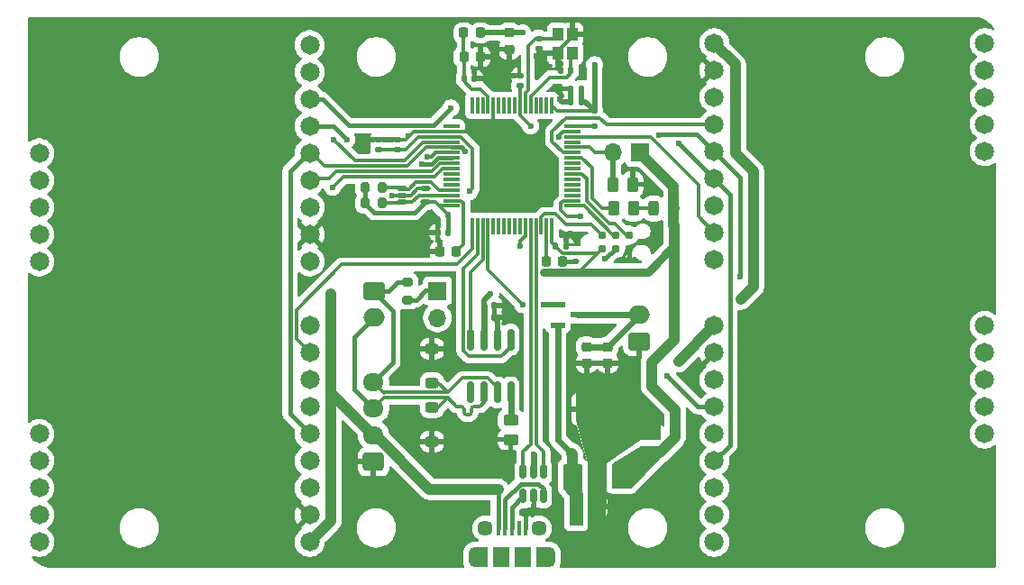
<source format=gtl>
G04 #@! TF.GenerationSoftware,KiCad,Pcbnew,9.0.0*
G04 #@! TF.CreationDate,2025-03-19T00:34:00-07:00*
G04 #@! TF.ProjectId,Telemetry_STM32_V3,54656c65-6d65-4747-9279-5f53544d3332,rev?*
G04 #@! TF.SameCoordinates,Original*
G04 #@! TF.FileFunction,Copper,L1,Top*
G04 #@! TF.FilePolarity,Positive*
%FSLAX46Y46*%
G04 Gerber Fmt 4.6, Leading zero omitted, Abs format (unit mm)*
G04 Created by KiCad (PCBNEW 9.0.0) date 2025-03-19 00:34:00*
%MOMM*%
%LPD*%
G01*
G04 APERTURE LIST*
G04 Aperture macros list*
%AMRoundRect*
0 Rectangle with rounded corners*
0 $1 Rounding radius*
0 $2 $3 $4 $5 $6 $7 $8 $9 X,Y pos of 4 corners*
0 Add a 4 corners polygon primitive as box body*
4,1,4,$2,$3,$4,$5,$6,$7,$8,$9,$2,$3,0*
0 Add four circle primitives for the rounded corners*
1,1,$1+$1,$2,$3*
1,1,$1+$1,$4,$5*
1,1,$1+$1,$6,$7*
1,1,$1+$1,$8,$9*
0 Add four rect primitives between the rounded corners*
20,1,$1+$1,$2,$3,$4,$5,0*
20,1,$1+$1,$4,$5,$6,$7,0*
20,1,$1+$1,$6,$7,$8,$9,0*
20,1,$1+$1,$8,$9,$2,$3,0*%
G04 Aperture macros list end*
G04 #@! TA.AperFunction,SMDPad,CuDef*
%ADD10RoundRect,0.250000X0.262500X0.450000X-0.262500X0.450000X-0.262500X-0.450000X0.262500X-0.450000X0*%
G04 #@! TD*
G04 #@! TA.AperFunction,SMDPad,CuDef*
%ADD11RoundRect,0.250000X-0.250000X-0.475000X0.250000X-0.475000X0.250000X0.475000X-0.250000X0.475000X0*%
G04 #@! TD*
G04 #@! TA.AperFunction,ComponentPad*
%ADD12RoundRect,0.250000X0.750000X-0.600000X0.750000X0.600000X-0.750000X0.600000X-0.750000X-0.600000X0*%
G04 #@! TD*
G04 #@! TA.AperFunction,ComponentPad*
%ADD13O,2.000000X1.700000*%
G04 #@! TD*
G04 #@! TA.AperFunction,SMDPad,CuDef*
%ADD14RoundRect,0.112500X-0.362500X-0.112500X0.362500X-0.112500X0.362500X0.112500X-0.362500X0.112500X0*%
G04 #@! TD*
G04 #@! TA.AperFunction,SMDPad,CuDef*
%ADD15RoundRect,0.140000X0.140000X0.170000X-0.140000X0.170000X-0.140000X-0.170000X0.140000X-0.170000X0*%
G04 #@! TD*
G04 #@! TA.AperFunction,ComponentPad*
%ADD16C,1.810000*%
G04 #@! TD*
G04 #@! TA.AperFunction,SMDPad,CuDef*
%ADD17R,1.500000X2.000000*%
G04 #@! TD*
G04 #@! TA.AperFunction,SMDPad,CuDef*
%ADD18R,3.800000X2.000000*%
G04 #@! TD*
G04 #@! TA.AperFunction,SMDPad,CuDef*
%ADD19RoundRect,0.250000X-0.450000X0.262500X-0.450000X-0.262500X0.450000X-0.262500X0.450000X0.262500X0*%
G04 #@! TD*
G04 #@! TA.AperFunction,ComponentPad*
%ADD20R,1.700000X1.700000*%
G04 #@! TD*
G04 #@! TA.AperFunction,ComponentPad*
%ADD21O,1.700000X1.700000*%
G04 #@! TD*
G04 #@! TA.AperFunction,SMDPad,CuDef*
%ADD22RoundRect,0.075000X-0.075000X0.700000X-0.075000X-0.700000X0.075000X-0.700000X0.075000X0.700000X0*%
G04 #@! TD*
G04 #@! TA.AperFunction,SMDPad,CuDef*
%ADD23RoundRect,0.075000X-0.700000X0.075000X-0.700000X-0.075000X0.700000X-0.075000X0.700000X0.075000X0*%
G04 #@! TD*
G04 #@! TA.AperFunction,SMDPad,CuDef*
%ADD24RoundRect,0.245000X0.380000X-0.245000X0.380000X0.245000X-0.380000X0.245000X-0.380000X-0.245000X0*%
G04 #@! TD*
G04 #@! TA.AperFunction,SMDPad,CuDef*
%ADD25RoundRect,0.200000X-0.275000X0.200000X-0.275000X-0.200000X0.275000X-0.200000X0.275000X0.200000X0*%
G04 #@! TD*
G04 #@! TA.AperFunction,SMDPad,CuDef*
%ADD26RoundRect,0.150000X0.150000X-0.512500X0.150000X0.512500X-0.150000X0.512500X-0.150000X-0.512500X0*%
G04 #@! TD*
G04 #@! TA.AperFunction,SMDPad,CuDef*
%ADD27RoundRect,0.140000X-0.170000X0.140000X-0.170000X-0.140000X0.170000X-0.140000X0.170000X0.140000X0*%
G04 #@! TD*
G04 #@! TA.AperFunction,SMDPad,CuDef*
%ADD28RoundRect,0.140000X-0.140000X-0.170000X0.140000X-0.170000X0.140000X0.170000X-0.140000X0.170000X0*%
G04 #@! TD*
G04 #@! TA.AperFunction,SMDPad,CuDef*
%ADD29RoundRect,0.139700X-0.571500X0.139700X-0.571500X-0.139700X0.571500X-0.139700X0.571500X0.139700X0*%
G04 #@! TD*
G04 #@! TA.AperFunction,SMDPad,CuDef*
%ADD30R,0.400000X1.350000*%
G04 #@! TD*
G04 #@! TA.AperFunction,ComponentPad*
%ADD31O,1.200000X1.900000*%
G04 #@! TD*
G04 #@! TA.AperFunction,SMDPad,CuDef*
%ADD32R,1.200000X1.900000*%
G04 #@! TD*
G04 #@! TA.AperFunction,ComponentPad*
%ADD33C,1.450000*%
G04 #@! TD*
G04 #@! TA.AperFunction,SMDPad,CuDef*
%ADD34R,1.500000X1.900000*%
G04 #@! TD*
G04 #@! TA.AperFunction,SMDPad,CuDef*
%ADD35RoundRect,0.245000X-0.380000X0.245000X-0.380000X-0.245000X0.380000X-0.245000X0.380000X0.245000X0*%
G04 #@! TD*
G04 #@! TA.AperFunction,SMDPad,CuDef*
%ADD36RoundRect,0.200000X0.200000X0.275000X-0.200000X0.275000X-0.200000X-0.275000X0.200000X-0.275000X0*%
G04 #@! TD*
G04 #@! TA.AperFunction,SMDPad,CuDef*
%ADD37R,1.000000X1.150000*%
G04 #@! TD*
G04 #@! TA.AperFunction,ComponentPad*
%ADD38RoundRect,0.250000X-0.750000X0.600000X-0.750000X-0.600000X0.750000X-0.600000X0.750000X0.600000X0*%
G04 #@! TD*
G04 #@! TA.AperFunction,ConnectorPad*
%ADD39C,0.787400*%
G04 #@! TD*
G04 #@! TA.AperFunction,SMDPad,CuDef*
%ADD40RoundRect,0.150000X-0.150000X0.825000X-0.150000X-0.825000X0.150000X-0.825000X0.150000X0.825000X0*%
G04 #@! TD*
G04 #@! TA.AperFunction,SMDPad,CuDef*
%ADD41RoundRect,0.243750X0.243750X0.456250X-0.243750X0.456250X-0.243750X-0.456250X0.243750X-0.456250X0*%
G04 #@! TD*
G04 #@! TA.AperFunction,SMDPad,CuDef*
%ADD42RoundRect,0.225000X0.250000X-0.225000X0.250000X0.225000X-0.250000X0.225000X-0.250000X-0.225000X0*%
G04 #@! TD*
G04 #@! TA.AperFunction,SMDPad,CuDef*
%ADD43RoundRect,0.218750X-0.218750X-0.256250X0.218750X-0.256250X0.218750X0.256250X-0.218750X0.256250X0*%
G04 #@! TD*
G04 #@! TA.AperFunction,SMDPad,CuDef*
%ADD44RoundRect,0.225000X0.225000X0.250000X-0.225000X0.250000X-0.225000X-0.250000X0.225000X-0.250000X0*%
G04 #@! TD*
G04 #@! TA.AperFunction,SMDPad,CuDef*
%ADD45RoundRect,0.225000X-0.250000X0.225000X-0.250000X-0.225000X0.250000X-0.225000X0.250000X0.225000X0*%
G04 #@! TD*
G04 #@! TA.AperFunction,ComponentPad*
%ADD46RoundRect,0.250000X0.725000X-0.600000X0.725000X0.600000X-0.725000X0.600000X-0.725000X-0.600000X0*%
G04 #@! TD*
G04 #@! TA.AperFunction,ComponentPad*
%ADD47O,1.950000X1.700000*%
G04 #@! TD*
G04 #@! TA.AperFunction,SMDPad,CuDef*
%ADD48RoundRect,0.250000X0.475000X-0.250000X0.475000X0.250000X-0.475000X0.250000X-0.475000X-0.250000X0*%
G04 #@! TD*
G04 #@! TA.AperFunction,ViaPad*
%ADD49C,0.700000*%
G04 #@! TD*
G04 #@! TA.AperFunction,ViaPad*
%ADD50C,0.600000*%
G04 #@! TD*
G04 #@! TA.AperFunction,Conductor*
%ADD51C,0.600000*%
G04 #@! TD*
G04 #@! TA.AperFunction,Conductor*
%ADD52C,0.300000*%
G04 #@! TD*
G04 #@! TA.AperFunction,Conductor*
%ADD53C,0.200000*%
G04 #@! TD*
G04 #@! TA.AperFunction,Conductor*
%ADD54C,0.500000*%
G04 #@! TD*
G04 #@! TA.AperFunction,Conductor*
%ADD55C,0.400000*%
G04 #@! TD*
G04 #@! TA.AperFunction,Conductor*
%ADD56C,1.000000*%
G04 #@! TD*
G04 #@! TA.AperFunction,Conductor*
%ADD57C,0.750000*%
G04 #@! TD*
G04 APERTURE END LIST*
D10*
X161312500Y-101725000D03*
X159487500Y-101725000D03*
D11*
X156050000Y-132000000D03*
X157950000Y-132000000D03*
D12*
X161950000Y-116500000D03*
D13*
X161950000Y-114000000D03*
D14*
X139650000Y-102100000D03*
X139650000Y-102750000D03*
X139650000Y-103400000D03*
X141850000Y-103400000D03*
X141850000Y-102100000D03*
D15*
X155500000Y-91000000D03*
X154540000Y-91000000D03*
D16*
X131000000Y-108960000D03*
X131000000Y-106420000D03*
X131000000Y-103880000D03*
X131000000Y-101340000D03*
X131000000Y-98800000D03*
X131000000Y-96260000D03*
X131000000Y-93720000D03*
X131000000Y-91180000D03*
X131000000Y-88640000D03*
X105600000Y-108960000D03*
X105600000Y-106420000D03*
X105600000Y-103880000D03*
X105600000Y-101340000D03*
X105600000Y-98800000D03*
D17*
X155700000Y-129150000D03*
X158000000Y-129150000D03*
D18*
X158000000Y-122850000D03*
D17*
X160300000Y-129150000D03*
D19*
X149875000Y-123862500D03*
X149875000Y-125687500D03*
D20*
X143000000Y-111725000D03*
D21*
X143000000Y-114265000D03*
D22*
X153750000Y-94325000D03*
X153250000Y-94325000D03*
X152750000Y-94325000D03*
X152250000Y-94325000D03*
X151750000Y-94325000D03*
X151250000Y-94325000D03*
X150750000Y-94325000D03*
X150250000Y-94325000D03*
X149750000Y-94325000D03*
X149250000Y-94325000D03*
X148750000Y-94325000D03*
X148250000Y-94325000D03*
X147750000Y-94325000D03*
X147250000Y-94325000D03*
X146750000Y-94325000D03*
X146250000Y-94325000D03*
D23*
X144325000Y-96250000D03*
X144325000Y-96750000D03*
X144325000Y-97250000D03*
X144325000Y-97750000D03*
X144325000Y-98250000D03*
X144325000Y-98750000D03*
X144325000Y-99250000D03*
X144325000Y-99750000D03*
X144325000Y-100250000D03*
X144325000Y-100750000D03*
X144325000Y-101250000D03*
X144325000Y-101750000D03*
X144325000Y-102250000D03*
X144325000Y-102750000D03*
X144325000Y-103250000D03*
X144325000Y-103750000D03*
D22*
X146250000Y-105675000D03*
X146750000Y-105675000D03*
X147250000Y-105675000D03*
X147750000Y-105675000D03*
X148250000Y-105675000D03*
X148750000Y-105675000D03*
X149250000Y-105675000D03*
X149750000Y-105675000D03*
X150250000Y-105675000D03*
X150750000Y-105675000D03*
X151250000Y-105675000D03*
X151750000Y-105675000D03*
X152250000Y-105675000D03*
X152750000Y-105675000D03*
X153250000Y-105675000D03*
X153750000Y-105675000D03*
D23*
X155675000Y-103750000D03*
X155675000Y-103250000D03*
X155675000Y-102750000D03*
X155675000Y-102250000D03*
X155675000Y-101750000D03*
X155675000Y-101250000D03*
X155675000Y-100750000D03*
X155675000Y-100250000D03*
X155675000Y-99750000D03*
X155675000Y-99250000D03*
X155675000Y-98750000D03*
X155675000Y-98250000D03*
X155675000Y-97750000D03*
X155675000Y-97250000D03*
X155675000Y-96750000D03*
X155675000Y-96250000D03*
D24*
X142475000Y-125885000D03*
X142475000Y-122665000D03*
D25*
X140200000Y-110925000D03*
X140200000Y-112575000D03*
D26*
X151050000Y-131000000D03*
X152000000Y-131000000D03*
X152950000Y-131000000D03*
X152950000Y-128725000D03*
X152000000Y-128725000D03*
X151050000Y-128725000D03*
D27*
X139250000Y-97520000D03*
X139250000Y-98480000D03*
X137500000Y-97520000D03*
X137500000Y-98480000D03*
X152500000Y-88020000D03*
X152500000Y-88980000D03*
D15*
X146480000Y-91750000D03*
X145520000Y-91750000D03*
D28*
X143020000Y-106250000D03*
X143980000Y-106250000D03*
X155520000Y-94000000D03*
X156480000Y-94000000D03*
D16*
X169000000Y-115000000D03*
X169000000Y-117540000D03*
X169000000Y-120080000D03*
X169000000Y-122620000D03*
X169000000Y-125160000D03*
X169000000Y-127700000D03*
X169000000Y-130240000D03*
X169000000Y-132780000D03*
X169000000Y-135320000D03*
X194400000Y-115000000D03*
X194400000Y-117540000D03*
X194400000Y-120080000D03*
X194400000Y-122620000D03*
X194400000Y-125160000D03*
D15*
X148330000Y-114237500D03*
X147370000Y-114237500D03*
X148330000Y-113087500D03*
X147370000Y-113087500D03*
D10*
X161412500Y-104000000D03*
X159587500Y-104000000D03*
D29*
X154310200Y-113049999D03*
X154310200Y-114950001D03*
X156189800Y-114000000D03*
D15*
X155055000Y-107500000D03*
X154095000Y-107500000D03*
D16*
X169000000Y-88460000D03*
X169000000Y-91000000D03*
X169000000Y-93540000D03*
X169000000Y-96080000D03*
X169000000Y-98620000D03*
X169000000Y-101160000D03*
X169000000Y-103700000D03*
X169000000Y-106240000D03*
X169000000Y-108780000D03*
X194400000Y-88460000D03*
X194400000Y-91000000D03*
X194400000Y-93540000D03*
X194400000Y-96080000D03*
X194400000Y-98620000D03*
D28*
X155540000Y-92750000D03*
X156500000Y-92750000D03*
D30*
X148700000Y-134050000D03*
X149350000Y-134050000D03*
X150000000Y-134050000D03*
X150650000Y-134050000D03*
X151300000Y-134050000D03*
D31*
X146500000Y-136750000D03*
D32*
X147100000Y-136750000D03*
D33*
X147500000Y-134050000D03*
D34*
X149000000Y-136750000D03*
X151000000Y-136750000D03*
D33*
X152500000Y-134050000D03*
D32*
X152900000Y-136750000D03*
D31*
X153500000Y-136750000D03*
D35*
X142475000Y-117165000D03*
X142475000Y-120385000D03*
D36*
X137825000Y-103500000D03*
X136175000Y-103500000D03*
D37*
X155700000Y-89375000D03*
X155700000Y-87625000D03*
X154300000Y-87625000D03*
X154300000Y-89375000D03*
D38*
X137050000Y-111750000D03*
D13*
X137050000Y-114250000D03*
D39*
X158460000Y-107770000D03*
X158460000Y-106500000D03*
X159730000Y-107770000D03*
X159730000Y-106500000D03*
X161000000Y-107770000D03*
X161000000Y-106500000D03*
D40*
X149880000Y-116300000D03*
X148610000Y-116300000D03*
X147340000Y-116300000D03*
X146070000Y-116300000D03*
X146070000Y-121250000D03*
X147340000Y-121250000D03*
X148610000Y-121250000D03*
X149880000Y-121250000D03*
D36*
X137825000Y-102000000D03*
X136175000Y-102000000D03*
D41*
X165187500Y-104000000D03*
X163312500Y-104000000D03*
D42*
X149750000Y-89025000D03*
X149750000Y-87475000D03*
D43*
X145462500Y-87500000D03*
X147037500Y-87500000D03*
D44*
X144775000Y-108000000D03*
X143225000Y-108000000D03*
D27*
X150750000Y-91520000D03*
X150750000Y-92480000D03*
D45*
X159000000Y-116975000D03*
X159000000Y-118525000D03*
D20*
X162025000Y-98750000D03*
D21*
X159485000Y-98750000D03*
D46*
X137000000Y-127787500D03*
D47*
X137000000Y-125287500D03*
X137000000Y-122787500D03*
X137000000Y-120287500D03*
D48*
X163000000Y-126950000D03*
X163000000Y-125050000D03*
D45*
X157000000Y-116975000D03*
X157000000Y-118525000D03*
D44*
X147025000Y-89750000D03*
X145475000Y-89750000D03*
X154775000Y-109000000D03*
X153225000Y-109000000D03*
D16*
X131000000Y-135320000D03*
X131000000Y-132780000D03*
X131000000Y-130240000D03*
X131000000Y-127700000D03*
X131000000Y-125160000D03*
X131000000Y-122620000D03*
X131000000Y-120080000D03*
X131000000Y-117540000D03*
X131000000Y-115000000D03*
X105600000Y-135320000D03*
X105600000Y-132780000D03*
X105600000Y-130240000D03*
X105600000Y-127700000D03*
X105600000Y-125160000D03*
D49*
X157500000Y-133400000D03*
D50*
X148250000Y-100000000D03*
D49*
X160768170Y-123400000D03*
D50*
X158500000Y-89250000D03*
X139000000Y-106750000D03*
X138750000Y-102750000D03*
X143500000Y-134750000D03*
X142500000Y-118750000D03*
X149000000Y-97250000D03*
X158500000Y-87750000D03*
X157750000Y-89250000D03*
X161000000Y-108800000D03*
X149000000Y-102500000D03*
D49*
X160768170Y-122200000D03*
D50*
X149500000Y-113750000D03*
D49*
X157668170Y-127400000D03*
D50*
X145250000Y-125500000D03*
X148250000Y-88750000D03*
X149000000Y-100000000D03*
X142250000Y-89750000D03*
X142250000Y-89000000D03*
X165250000Y-129000000D03*
X154500000Y-93000000D03*
X165250000Y-130500000D03*
X164500000Y-129000000D03*
X147500000Y-97250000D03*
X141750000Y-118750000D03*
X139750000Y-106000000D03*
X139750000Y-106750000D03*
X149500000Y-113000000D03*
X146000000Y-126250000D03*
X143250000Y-118750000D03*
X165250000Y-129750000D03*
X157750000Y-87750000D03*
X147500000Y-100000000D03*
X146750000Y-125500000D03*
D49*
X158400000Y-133400000D03*
D50*
X154400000Y-97250000D03*
D49*
X158768170Y-127400000D03*
X162668170Y-123800000D03*
D50*
X148250000Y-97250000D03*
X156000000Y-109000000D03*
X143000000Y-89750000D03*
X146750000Y-126250000D03*
X145250000Y-126250000D03*
X157750000Y-88500000D03*
D49*
X163500000Y-123800000D03*
D50*
X162750000Y-102200000D03*
X148250000Y-89500000D03*
X146000000Y-125500000D03*
X152250000Y-89700000D03*
X154500000Y-93750000D03*
X143000000Y-88250000D03*
X142750000Y-134000000D03*
D49*
X159568170Y-121100000D03*
D50*
X158500000Y-88500000D03*
X143500000Y-134000000D03*
X153000000Y-89700000D03*
X143000000Y-89000000D03*
X144250000Y-134000000D03*
X138250000Y-106000000D03*
X164500000Y-129750000D03*
X144250000Y-134750000D03*
X155475000Y-106350000D03*
X139000000Y-106000000D03*
X148250000Y-102500000D03*
D49*
X156768170Y-121100000D03*
D50*
X149500000Y-114500000D03*
X142750000Y-134750000D03*
X162750000Y-101400000D03*
X147500000Y-102500000D03*
X138250000Y-106750000D03*
X142250000Y-88250000D03*
X152000000Y-127062500D03*
X148700000Y-130362500D03*
X133000000Y-112000000D03*
X165625000Y-118375000D03*
X156050000Y-133400000D03*
X171500000Y-112500000D03*
X155600000Y-127000000D03*
X148000000Y-112000000D03*
X151000000Y-87500000D03*
X157750000Y-96250000D03*
X157750000Y-94850000D03*
X143980000Y-104600000D03*
X153000000Y-110000000D03*
X146000000Y-102400000D03*
X157750000Y-90475000D03*
X156412500Y-104737500D03*
X151000000Y-113000000D03*
X153000000Y-113000000D03*
X134500000Y-97500000D03*
X165637500Y-97862500D03*
X142003753Y-99130000D03*
X145600000Y-98600000D03*
X171425000Y-110400000D03*
X163779239Y-97110000D03*
X133250000Y-97500000D03*
X144275000Y-94550000D03*
X141500000Y-99847283D03*
X164525000Y-119675000D03*
X150775000Y-107550000D03*
X133150000Y-102000000D03*
X151750000Y-96250000D03*
X158750000Y-108750000D03*
D51*
X149880000Y-121250000D02*
X149880000Y-123857500D01*
D52*
X150405000Y-123870000D02*
X150400000Y-123875000D01*
X161412500Y-104000000D02*
X163312500Y-104000000D01*
X156553120Y-99250000D02*
X155675000Y-99250000D01*
X159587500Y-104000000D02*
X158425963Y-104000000D01*
X158425963Y-104000000D02*
X157500000Y-103074037D01*
X157500000Y-103074037D02*
X157500000Y-100196880D01*
X157500000Y-100196880D02*
X156553120Y-99250000D01*
D53*
X159587500Y-98852500D02*
X159485000Y-98750000D01*
D54*
X159487500Y-101725000D02*
X159487500Y-98752500D01*
X159487500Y-98752500D02*
X159485000Y-98750000D01*
D52*
X157275000Y-98250000D02*
X157775000Y-98750000D01*
X155675000Y-98250000D02*
X157275000Y-98250000D01*
X157775000Y-98750000D02*
X159485000Y-98750000D01*
X152500000Y-88980000D02*
X152500000Y-89500000D01*
X155700000Y-87800000D02*
X154300000Y-89200000D01*
X153375000Y-89375000D02*
X153000000Y-89750000D01*
D55*
X151300000Y-132800000D02*
X152000000Y-132100000D01*
D52*
X141850000Y-102100000D02*
X141150000Y-102100000D01*
X141150000Y-102100000D02*
X140500000Y-102750000D01*
X139650000Y-102750000D02*
X138750000Y-102750000D01*
D55*
X155475000Y-106350000D02*
X155055000Y-106770000D01*
D52*
X144325000Y-96750000D02*
X140806714Y-96750000D01*
D54*
X148610000Y-114517500D02*
X148330000Y-114237500D01*
D52*
X144325000Y-96750000D02*
X147000000Y-96750000D01*
D54*
X154300000Y-90760000D02*
X154540000Y-91000000D01*
D52*
X140500000Y-102750000D02*
X139650000Y-102750000D01*
X152625000Y-89375000D02*
X152250000Y-89750000D01*
X148250000Y-94325000D02*
X148250000Y-97250000D01*
D55*
X151300000Y-134050000D02*
X151300000Y-132800000D01*
D52*
X140806714Y-96750000D02*
X140036714Y-97520000D01*
X154300000Y-89375000D02*
X153375000Y-89375000D01*
X154796880Y-96750000D02*
X154400000Y-97146880D01*
D55*
X155055000Y-106770000D02*
X155055000Y-107500000D01*
X161000000Y-108800000D02*
X161000000Y-107770000D01*
D52*
X140036714Y-97520000D02*
X137500000Y-97520000D01*
X154300000Y-89200000D02*
X154300000Y-89375000D01*
D54*
X148610000Y-116300000D02*
X148610000Y-114517500D01*
D52*
X155675000Y-96750000D02*
X154796880Y-96750000D01*
D55*
X152000000Y-132100000D02*
X152000000Y-131000000D01*
D52*
X152500000Y-88980000D02*
X152500000Y-89250000D01*
D55*
X154775000Y-109000000D02*
X156000000Y-109000000D01*
D52*
X155700000Y-87625000D02*
X155700000Y-87800000D01*
D54*
X154300000Y-89375000D02*
X152625000Y-89375000D01*
D52*
X154400000Y-97146880D02*
X154400000Y-97250000D01*
X152500000Y-89250000D02*
X153000000Y-89750000D01*
X152500000Y-89500000D02*
X152250000Y-89750000D01*
X147000000Y-96750000D02*
X147500000Y-97250000D01*
D54*
X154300000Y-89375000D02*
X154300000Y-90760000D01*
D52*
X139650000Y-103400000D02*
X140600000Y-103400000D01*
X137825000Y-103500000D02*
X139550000Y-103500000D01*
X140600000Y-103400000D02*
X141250000Y-102750000D01*
X141250000Y-102750000D02*
X144325000Y-102750000D01*
X139550000Y-103500000D02*
X139650000Y-103400000D01*
X140975000Y-101525000D02*
X142407192Y-101525000D01*
X139725000Y-102175000D02*
X140325000Y-102175000D01*
X137825000Y-102000000D02*
X139550000Y-102000000D01*
X139650000Y-102100000D02*
X139725000Y-102175000D01*
X143132192Y-102250000D02*
X144325000Y-102250000D01*
X139550000Y-102000000D02*
X139650000Y-102100000D01*
X140325000Y-102175000D02*
X140975000Y-101525000D01*
X142407192Y-101525000D02*
X143132192Y-102250000D01*
D55*
X140200000Y-112575000D02*
X141000000Y-112575000D01*
X141000000Y-112575000D02*
X141875000Y-111700000D01*
X141875000Y-111700000D02*
X142975000Y-111700000D01*
X142975000Y-111700000D02*
X143000000Y-111725000D01*
X151050000Y-131000000D02*
X150000000Y-132050000D01*
X150000000Y-132050000D02*
X150000000Y-134050000D01*
D51*
X154310200Y-125710200D02*
X154310200Y-114950001D01*
D56*
X133000000Y-112000000D02*
X133000000Y-121287500D01*
X170975000Y-90435000D02*
X169000000Y-88460000D01*
X133000000Y-121287500D02*
X133000000Y-133320000D01*
X137175430Y-125287500D02*
X137000000Y-125287500D01*
X165625000Y-118375000D02*
X169000000Y-115000000D01*
X155700000Y-127100000D02*
X155600000Y-127000000D01*
X133000000Y-133320000D02*
X131000000Y-135320000D01*
X171500000Y-112500000D02*
X172700000Y-111300000D01*
X172700000Y-100500000D02*
X170975000Y-98775000D01*
X133000000Y-121287500D02*
X137000000Y-125287500D01*
D55*
X148700000Y-134050000D02*
X148700000Y-130362500D01*
D51*
X155600000Y-127000000D02*
X154310200Y-125710200D01*
D56*
X155700000Y-129150000D02*
X155700000Y-127100000D01*
X148700000Y-130362500D02*
X142250430Y-130362500D01*
X170975000Y-98775000D02*
X170975000Y-90435000D01*
D51*
X152000000Y-128725000D02*
X152000000Y-127062500D01*
D56*
X142250430Y-130362500D02*
X137175430Y-125287500D01*
X172700000Y-111300000D02*
X172700000Y-100500000D01*
D55*
X152950000Y-130337501D02*
X152474999Y-129862500D01*
X149350000Y-131326238D02*
X149350000Y-134050000D01*
X152474999Y-129862500D02*
X150813738Y-129862500D01*
X150813738Y-129862500D02*
X149350000Y-131326238D01*
X152950000Y-131000000D02*
X152950000Y-130337501D01*
D52*
X151050000Y-128725000D02*
X151050000Y-126812500D01*
X151050000Y-126812500D02*
X151750000Y-126112500D01*
X151750000Y-105675000D02*
X151750000Y-126112500D01*
X152950000Y-128725000D02*
X152950000Y-126812500D01*
X152250000Y-126112500D02*
X152250000Y-105675000D01*
X152950000Y-126812500D02*
X152250000Y-126112500D01*
D55*
X136175000Y-103525000D02*
X136175000Y-103500000D01*
D57*
X156230000Y-110000000D02*
X153000000Y-110000000D01*
X165187500Y-107562500D02*
X162750000Y-110000000D01*
D52*
X154275000Y-94850000D02*
X157750000Y-94850000D01*
D56*
X165250000Y-103937500D02*
X165187500Y-104000000D01*
D57*
X165187500Y-105600000D02*
X165187500Y-107562500D01*
D56*
X163850000Y-126950000D02*
X163000000Y-126950000D01*
D52*
X146300000Y-102100000D02*
X146300000Y-98346880D01*
D56*
X165325000Y-125475000D02*
X163850000Y-126950000D01*
D55*
X143980000Y-104480000D02*
X143980000Y-106250000D01*
D54*
X157750000Y-94850000D02*
X156900000Y-94000000D01*
D52*
X143130000Y-103750000D02*
X144325000Y-103750000D01*
X146300000Y-98346880D02*
X145203120Y-97250000D01*
D54*
X149775000Y-87500000D02*
X149750000Y-87475000D01*
X147370000Y-112630000D02*
X148000000Y-112000000D01*
D52*
X139250000Y-98480000D02*
X137500000Y-98480000D01*
X146000000Y-102400000D02*
X146300000Y-102100000D01*
X147340000Y-113117500D02*
X147370000Y-113087500D01*
D54*
X156480000Y-94000000D02*
X156480000Y-92770000D01*
D55*
X136175000Y-102000000D02*
X136175000Y-103500000D01*
D52*
X154711853Y-108163699D02*
X153750000Y-107201846D01*
X158460000Y-107770000D02*
X156230000Y-110000000D01*
D56*
X162025000Y-98775000D02*
X162025000Y-98750000D01*
D55*
X140850000Y-104400000D02*
X137050000Y-104400000D01*
D56*
X165200000Y-116325000D02*
X163100000Y-118425000D01*
D54*
X157750000Y-94850000D02*
X157750000Y-90475000D01*
D52*
X153750000Y-107201846D02*
X153750000Y-105675000D01*
X140000000Y-98480000D02*
X141230000Y-97250000D01*
X158460000Y-107770000D02*
X158066301Y-108163699D01*
D56*
X165325000Y-122925000D02*
X165325000Y-125475000D01*
D57*
X162750000Y-110000000D02*
X156230000Y-110000000D01*
D52*
X143980000Y-104600000D02*
X143130000Y-103750000D01*
D56*
X165187500Y-101937500D02*
X162025000Y-98775000D01*
X165187500Y-104000000D02*
X165187500Y-101937500D01*
X163100000Y-118425000D02*
X163100000Y-120700000D01*
X165187500Y-105600000D02*
X165200000Y-105612500D01*
D54*
X147037500Y-87500000D02*
X149725000Y-87500000D01*
D52*
X153750000Y-94325000D02*
X154275000Y-94850000D01*
D54*
X156900000Y-94000000D02*
X156480000Y-94000000D01*
X147370000Y-113087500D02*
X147370000Y-112630000D01*
D52*
X141850000Y-103400000D02*
X142780000Y-103400000D01*
X155675000Y-96250000D02*
X157750000Y-96250000D01*
X143980000Y-104600000D02*
X143980000Y-104480000D01*
X158066301Y-108163699D02*
X154711853Y-108163699D01*
D54*
X151000000Y-87500000D02*
X149775000Y-87500000D01*
X149725000Y-87500000D02*
X149750000Y-87475000D01*
D56*
X165200000Y-105612500D02*
X165200000Y-116325000D01*
D52*
X156480000Y-92770000D02*
X156500000Y-92750000D01*
X145203120Y-97250000D02*
X144325000Y-97250000D01*
D56*
X165187500Y-105600000D02*
X165187500Y-104000000D01*
D55*
X141850000Y-103400000D02*
X140850000Y-104400000D01*
D52*
X142780000Y-103400000D02*
X143130000Y-103750000D01*
X141230000Y-97250000D02*
X144325000Y-97250000D01*
D56*
X163100000Y-120700000D02*
X165325000Y-122925000D01*
D52*
X139250000Y-98480000D02*
X140000000Y-98480000D01*
D51*
X147340000Y-116300000D02*
X147340000Y-113117500D01*
D55*
X137050000Y-104400000D02*
X136175000Y-103525000D01*
D52*
X145958738Y-117875000D02*
X145420000Y-117336262D01*
X148975000Y-117875000D02*
X145958738Y-117875000D01*
X145420000Y-117336262D02*
X145420000Y-109605000D01*
X149880000Y-116300000D02*
X149880000Y-116970000D01*
X149880000Y-116970000D02*
X148975000Y-117875000D01*
X145420000Y-109605000D02*
X146750000Y-108275000D01*
X146750000Y-108275000D02*
X146750000Y-105675000D01*
X147250000Y-105675000D02*
X147250000Y-108800000D01*
X146070000Y-109980000D02*
X146070000Y-116300000D01*
X147250000Y-108800000D02*
X146070000Y-109980000D01*
X154796880Y-103250000D02*
X155675000Y-103250000D01*
X154550000Y-103496880D02*
X154796880Y-103250000D01*
X154550000Y-104125000D02*
X154550000Y-103496880D01*
X155162500Y-104737500D02*
X154550000Y-104125000D01*
X156412500Y-104737500D02*
X155162500Y-104737500D01*
X147750000Y-109750000D02*
X147750000Y-105675000D01*
D54*
X153000000Y-113000000D02*
X154260201Y-113000000D01*
D52*
X147750000Y-109750000D02*
X151000000Y-113000000D01*
D54*
X154260201Y-113000000D02*
X154310200Y-113049999D01*
D52*
X147053120Y-92750000D02*
X147750000Y-93446880D01*
X145462500Y-89737500D02*
X145475000Y-89750000D01*
X145475000Y-91705000D02*
X145520000Y-91750000D01*
X145462500Y-87500000D02*
X145462500Y-89737500D01*
X145520000Y-92059999D02*
X146210001Y-92750000D01*
X146210001Y-92750000D02*
X147053120Y-92750000D01*
X145520000Y-91750000D02*
X145520000Y-92059999D01*
X145475000Y-87512500D02*
X145462500Y-87500000D01*
X145520000Y-89795000D02*
X145475000Y-89750000D01*
X147750000Y-93446880D02*
X147750000Y-94325000D01*
X145475000Y-89750000D02*
X145475000Y-91705000D01*
X142445560Y-99130000D02*
X142825560Y-98750000D01*
D55*
X131180000Y-96260000D02*
X131000000Y-96080000D01*
D52*
X142825560Y-98750000D02*
X144325000Y-98750000D01*
D55*
X170500000Y-126200000D02*
X169000000Y-127700000D01*
X134500000Y-97500000D02*
X133260000Y-96260000D01*
X170500000Y-102725000D02*
X170500000Y-126200000D01*
D52*
X142003753Y-99130000D02*
X142445560Y-99130000D01*
D55*
X133260000Y-96260000D02*
X131180000Y-96260000D01*
X165637500Y-97862500D02*
X170500000Y-102725000D01*
D52*
X144819408Y-109250000D02*
X134000000Y-109250000D01*
X134000000Y-109250000D02*
X129745000Y-113505000D01*
X129745000Y-116285000D02*
X131000000Y-117540000D01*
X146250000Y-105675000D02*
X146250000Y-107819408D01*
X146250000Y-107819408D02*
X144819408Y-109250000D01*
X129745000Y-113505000D02*
X129745000Y-116285000D01*
X168665000Y-96125000D02*
X169000000Y-96460000D01*
X155046880Y-95500000D02*
X158250000Y-95500000D01*
X158875000Y-96125000D02*
X168665000Y-96125000D01*
X155675000Y-98750000D02*
X154796880Y-98750000D01*
X154796880Y-98750000D02*
X153750000Y-97703120D01*
X153750000Y-96796880D02*
X155046880Y-95500000D01*
X158250000Y-95500000D02*
X158875000Y-96125000D01*
X153750000Y-97703120D02*
X153750000Y-96796880D01*
X132840000Y-101160000D02*
X133500000Y-100500000D01*
X143239773Y-99750000D02*
X144325000Y-99750000D01*
X131000000Y-101160000D02*
X132840000Y-101160000D01*
X133500000Y-100500000D02*
X142489773Y-100500000D01*
X142489773Y-100500000D02*
X143239773Y-99750000D01*
D55*
X167350000Y-97000000D02*
X171425000Y-101075000D01*
X163889239Y-97000000D02*
X167350000Y-97000000D01*
D52*
X141950000Y-98250000D02*
X141900000Y-98300000D01*
D55*
X129150000Y-100470000D02*
X129150000Y-123310000D01*
D52*
X140214515Y-100000000D02*
X132380000Y-100000000D01*
D55*
X163779239Y-97110000D02*
X163889239Y-97000000D01*
D52*
X141900000Y-98300000D02*
X141900000Y-98314515D01*
D55*
X131000000Y-98620000D02*
X129150000Y-100470000D01*
X145250000Y-98250000D02*
X145600000Y-98600000D01*
X171425000Y-101075000D02*
X171425000Y-110400000D01*
D52*
X144325000Y-98250000D02*
X141950000Y-98250000D01*
D55*
X129150000Y-123310000D02*
X131000000Y-125160000D01*
D52*
X132380000Y-100000000D02*
X131000000Y-98620000D01*
D55*
X144325000Y-98250000D02*
X145250000Y-98250000D01*
D52*
X141900000Y-98314515D02*
X140214515Y-100000000D01*
X153250000Y-108975000D02*
X153250000Y-105675000D01*
X153225000Y-109000000D02*
X153250000Y-108975000D01*
X151500000Y-88710001D02*
X152190001Y-88020000D01*
X152500000Y-88020000D02*
X153905000Y-88020000D01*
X152190001Y-88020000D02*
X152500000Y-88020000D01*
X151500000Y-92875000D02*
X151500000Y-88710001D01*
X153905000Y-88020000D02*
X154300000Y-87625000D01*
X151250000Y-93125000D02*
X151500000Y-92875000D01*
X151250000Y-94325000D02*
X151250000Y-93125000D01*
X163000000Y-97250000D02*
X167500000Y-101750000D01*
X155675000Y-97250000D02*
X163000000Y-97250000D01*
X167500000Y-101750000D02*
X167500000Y-104750000D01*
X168990000Y-106240000D02*
X169000000Y-106240000D01*
X167500000Y-104750000D02*
X168990000Y-106240000D01*
X169000000Y-106240000D02*
X169000000Y-106620000D01*
X155500000Y-89575000D02*
X155500000Y-91000000D01*
X155500000Y-91309999D02*
X155500000Y-91000000D01*
X151750000Y-94325000D02*
X151750000Y-93446880D01*
X151750000Y-93446880D02*
X153536880Y-91660000D01*
X155149999Y-91660000D02*
X155500000Y-91309999D01*
X155700000Y-89375000D02*
X155500000Y-89575000D01*
X153536880Y-91660000D02*
X155149999Y-91660000D01*
X141649239Y-97750000D02*
X144325000Y-97750000D01*
X135250000Y-99500000D02*
X139899239Y-99500000D01*
X139899239Y-99500000D02*
X141649239Y-97750000D01*
X133250000Y-97500000D02*
X135250000Y-99500000D01*
D55*
X131180000Y-93720000D02*
X131000000Y-93540000D01*
X134675000Y-96200000D02*
X132195000Y-93720000D01*
X132195000Y-93720000D02*
X131180000Y-93720000D01*
X141500000Y-99847283D02*
X142435384Y-99847283D01*
X143032667Y-99250000D02*
X144325000Y-99250000D01*
X142435384Y-99847283D02*
X143032667Y-99250000D01*
X142625000Y-96200000D02*
X134675000Y-96200000D01*
X144275000Y-94550000D02*
X142625000Y-96200000D01*
X167470000Y-122620000D02*
X169000000Y-122620000D01*
D52*
X150775000Y-107550000D02*
X150775000Y-107028120D01*
X151250000Y-106553120D02*
X151250000Y-105675000D01*
D55*
X164525000Y-119675000D02*
X167470000Y-122620000D01*
D52*
X150775000Y-107028120D02*
X151250000Y-106553120D01*
X154092894Y-104500000D02*
X153046880Y-104500000D01*
X153046880Y-104500000D02*
X152750000Y-104796880D01*
X152750000Y-104796880D02*
X152750000Y-105675000D01*
X155092894Y-105500000D02*
X154092894Y-104500000D01*
X157460000Y-105500000D02*
X155092894Y-105500000D01*
X158460000Y-106500000D02*
X157460000Y-105500000D01*
X145450000Y-107325000D02*
X145450000Y-103496880D01*
X145203120Y-103250000D02*
X144325000Y-103250000D01*
X145450000Y-103496880D02*
X145203120Y-103250000D01*
X144775000Y-108000000D02*
X145450000Y-107325000D01*
X143446880Y-100250000D02*
X144325000Y-100250000D01*
X134150000Y-101000000D02*
X142700000Y-101000000D01*
X142700000Y-101000000D02*
X143200000Y-100500000D01*
X143200000Y-100496880D02*
X143446880Y-100250000D01*
X143200000Y-100500000D02*
X143200000Y-100496880D01*
X133150000Y-102000000D02*
X134150000Y-101000000D01*
X156553120Y-100750000D02*
X155675000Y-100750000D01*
X157000000Y-101196880D02*
X156553120Y-100750000D01*
X159118857Y-105400000D02*
X157000000Y-103281143D01*
X159681751Y-105400000D02*
X159118857Y-105400000D01*
X161000000Y-106500000D02*
X160781751Y-106500000D01*
X160781751Y-106500000D02*
X159681751Y-105400000D01*
X157000000Y-103281143D02*
X157000000Y-101196880D01*
X156761751Y-103750000D02*
X155675000Y-103750000D01*
X159730000Y-106500000D02*
X159511751Y-106500000D01*
X159511751Y-106500000D02*
X156761751Y-103750000D01*
X150750000Y-92480000D02*
X150750000Y-94325000D01*
D55*
X158750000Y-108750000D02*
X159730000Y-107770000D01*
D52*
X150730000Y-92500000D02*
X150750000Y-92480000D01*
X150750000Y-94325000D02*
X150750000Y-95250000D01*
X150750000Y-95250000D02*
X151750000Y-96250000D01*
X143975000Y-121775000D02*
X143812500Y-121775000D01*
X143800000Y-121787500D02*
X138000000Y-121787500D01*
X138000000Y-121787500D02*
X137000000Y-122787500D01*
X147340000Y-121250000D02*
X147340000Y-122224999D01*
D55*
X135200000Y-116087500D02*
X137000000Y-114287500D01*
D52*
X145907000Y-123385000D02*
X145765000Y-123385000D01*
X145055000Y-122575000D02*
X145024581Y-122575000D01*
X143085000Y-122665000D02*
X143975000Y-121775000D01*
X147340000Y-122224999D02*
X146989999Y-122575000D01*
X146191000Y-122859000D02*
X146191000Y-123101000D01*
X142475000Y-122665000D02*
X143085000Y-122665000D01*
X146989999Y-122575000D02*
X146475000Y-122575000D01*
D55*
X135200000Y-120987500D02*
X135200000Y-116087500D01*
D52*
X145481000Y-123101000D02*
X145481000Y-122859000D01*
X145024581Y-122575000D02*
X144775000Y-122575000D01*
D55*
X137000000Y-122787500D02*
X135200000Y-120987500D01*
D52*
X143812500Y-121775000D02*
X143800000Y-121787500D01*
X144775000Y-122575000D02*
X143975000Y-121775000D01*
X145197000Y-122575000D02*
X145055000Y-122575000D01*
X145765000Y-123385000D02*
G75*
G02*
X145481000Y-123101000I0J284000D01*
G01*
X146475000Y-122575000D02*
G75*
G03*
X146191000Y-122859000I0J-284000D01*
G01*
X145481000Y-122859000D02*
G75*
G03*
X145197000Y-122575000I-284000J0D01*
G01*
X146191000Y-123101000D02*
G75*
G02*
X145907000Y-123385000I-284000J0D01*
G01*
X147701262Y-119925000D02*
X145325000Y-119925000D01*
D55*
X138825000Y-118462500D02*
X138825000Y-113612500D01*
X138825000Y-113612500D02*
X137000000Y-111787500D01*
D52*
X145325000Y-119925000D02*
X143975000Y-121275000D01*
X138012500Y-121275000D02*
X143975000Y-121275000D01*
X148610000Y-120833738D02*
X147701262Y-119925000D01*
X148610000Y-121250000D02*
X148610000Y-120833738D01*
D55*
X138425000Y-111750000D02*
X139250000Y-110925000D01*
D52*
X142475000Y-120385000D02*
X143085000Y-120385000D01*
X138000000Y-121287500D02*
X137000000Y-120287500D01*
X143085000Y-120385000D02*
X143975000Y-121275000D01*
D55*
X139250000Y-110925000D02*
X140200000Y-110925000D01*
X137050000Y-111750000D02*
X138425000Y-111750000D01*
D52*
X138000000Y-121287500D02*
X138012500Y-121275000D01*
D55*
X137000000Y-120287500D02*
X138825000Y-118462500D01*
D51*
X159000000Y-116975000D02*
X157000000Y-116975000D01*
X156189800Y-114000000D02*
X161950000Y-114000000D01*
X161950000Y-114025000D02*
X159000000Y-116975000D01*
X161950000Y-114000000D02*
X161950000Y-114025000D01*
G04 #@! TA.AperFunction,Conductor*
G36*
X164000000Y-123400000D02*
G01*
X164000000Y-125667922D01*
X163967922Y-125700000D01*
X162100000Y-125700000D01*
X158900000Y-127900000D01*
X158900000Y-130400000D01*
X158800000Y-134100000D01*
X157100000Y-134100000D01*
X157100000Y-127900000D01*
X156000000Y-123900000D01*
X156000000Y-120700000D01*
X160000000Y-120700000D01*
X164000000Y-123400000D01*
G37*
G04 #@! TD.AperFunction*
G04 #@! TA.AperFunction,Conductor*
G36*
X145599500Y-95062727D02*
G01*
X145614313Y-95175235D01*
X145614313Y-95175236D01*
X145649172Y-95259394D01*
X145672302Y-95315233D01*
X145764549Y-95435451D01*
X145884767Y-95527698D01*
X146024764Y-95585687D01*
X146125507Y-95598950D01*
X146137264Y-95600498D01*
X146137280Y-95600500D01*
X146137287Y-95600500D01*
X146362713Y-95600500D01*
X146362720Y-95600500D01*
X146475236Y-95585687D01*
X146475236Y-95585686D01*
X146483295Y-95584626D01*
X146483698Y-95587689D01*
X146516302Y-95587689D01*
X146516705Y-95584626D01*
X146524763Y-95585686D01*
X146524764Y-95585687D01*
X146637280Y-95600500D01*
X146637287Y-95600500D01*
X146862713Y-95600500D01*
X146862720Y-95600500D01*
X146975236Y-95585687D01*
X146975236Y-95585686D01*
X146983295Y-95584626D01*
X146983698Y-95587689D01*
X147016302Y-95587689D01*
X147016705Y-95584626D01*
X147024763Y-95585686D01*
X147024764Y-95585687D01*
X147137280Y-95600500D01*
X147137287Y-95600500D01*
X147362713Y-95600500D01*
X147362720Y-95600500D01*
X147475236Y-95585687D01*
X147475236Y-95585686D01*
X147483295Y-95584626D01*
X147483698Y-95587689D01*
X147516302Y-95587689D01*
X147516705Y-95584626D01*
X147524763Y-95585686D01*
X147524764Y-95585687D01*
X147637280Y-95600500D01*
X147637287Y-95600500D01*
X147862713Y-95600500D01*
X147862720Y-95600500D01*
X147975236Y-95585687D01*
X148115233Y-95527698D01*
X148174515Y-95482208D01*
X148239684Y-95457016D01*
X148308129Y-95471055D01*
X148325484Y-95482208D01*
X148351486Y-95502160D01*
X148392689Y-95558587D01*
X148398878Y-95594102D01*
X148400000Y-95595086D01*
X148482730Y-95584195D01*
X148516469Y-95586415D01*
X148516705Y-95584626D01*
X148524763Y-95585686D01*
X148524764Y-95585687D01*
X148637280Y-95600500D01*
X148637287Y-95600500D01*
X148862713Y-95600500D01*
X148862720Y-95600500D01*
X148975236Y-95585687D01*
X148975236Y-95585686D01*
X148983295Y-95584626D01*
X148983698Y-95587689D01*
X149016302Y-95587689D01*
X149016705Y-95584626D01*
X149024763Y-95585686D01*
X149024764Y-95585687D01*
X149137280Y-95600500D01*
X149137287Y-95600500D01*
X149362713Y-95600500D01*
X149362720Y-95600500D01*
X149475236Y-95585687D01*
X149475236Y-95585686D01*
X149483295Y-95584626D01*
X149483698Y-95587689D01*
X149516302Y-95587689D01*
X149516705Y-95584626D01*
X149524763Y-95585686D01*
X149524764Y-95585687D01*
X149637280Y-95600500D01*
X149637287Y-95600500D01*
X149862713Y-95600500D01*
X149862720Y-95600500D01*
X149975236Y-95585687D01*
X149975237Y-95585686D01*
X149980156Y-95585039D01*
X149980207Y-95585015D01*
X149980302Y-95585019D01*
X149983295Y-95584626D01*
X149983367Y-95585177D01*
X149995293Y-95585790D01*
X150015496Y-95584397D01*
X150024338Y-95585510D01*
X150024764Y-95585687D01*
X150137280Y-95600500D01*
X150143346Y-95600500D01*
X150151063Y-95601472D01*
X150176250Y-95612446D01*
X150202606Y-95620185D01*
X150209455Y-95626913D01*
X150215117Y-95629380D01*
X150221119Y-95638370D01*
X150238669Y-95655609D01*
X150244722Y-95664669D01*
X150244725Y-95664672D01*
X150932984Y-96352930D01*
X150966469Y-96414253D01*
X150966920Y-96416420D01*
X150980261Y-96483489D01*
X150980264Y-96483501D01*
X151040602Y-96629172D01*
X151040609Y-96629185D01*
X151128210Y-96760288D01*
X151128213Y-96760292D01*
X151239707Y-96871786D01*
X151239711Y-96871789D01*
X151370814Y-96959390D01*
X151370827Y-96959397D01*
X151516498Y-97019735D01*
X151516503Y-97019737D01*
X151671153Y-97050499D01*
X151671156Y-97050500D01*
X151671158Y-97050500D01*
X151828844Y-97050500D01*
X151828845Y-97050499D01*
X151983497Y-97019737D01*
X152129179Y-96959394D01*
X152260289Y-96871789D01*
X152371789Y-96760289D01*
X152459394Y-96629179D01*
X152519737Y-96483497D01*
X152550500Y-96328842D01*
X152550500Y-96171158D01*
X152550500Y-96171155D01*
X152550499Y-96171153D01*
X152519738Y-96016510D01*
X152519737Y-96016503D01*
X152515087Y-96005276D01*
X152459397Y-95870827D01*
X152459390Y-95870814D01*
X152396344Y-95776460D01*
X152387570Y-95748440D01*
X152376216Y-95721366D01*
X152377250Y-95715482D01*
X152375466Y-95709783D01*
X152383233Y-95681469D01*
X152388319Y-95652553D01*
X152392369Y-95648163D01*
X152393950Y-95642403D01*
X152415794Y-95622781D01*
X152435704Y-95601207D01*
X152442323Y-95598950D01*
X152445929Y-95595712D01*
X152467266Y-95587916D01*
X152467243Y-95587829D01*
X152467763Y-95587689D01*
X152467891Y-95587689D01*
X152468252Y-95587557D01*
X152468806Y-95587413D01*
X152475552Y-95587624D01*
X152484958Y-95584418D01*
X152484992Y-95584414D01*
X152485377Y-95587689D01*
X152516302Y-95587689D01*
X152516705Y-95584626D01*
X152524763Y-95585686D01*
X152524764Y-95585687D01*
X152637280Y-95600500D01*
X152637287Y-95600500D01*
X152862713Y-95600500D01*
X152862720Y-95600500D01*
X152975236Y-95585687D01*
X152975236Y-95585686D01*
X152983295Y-95584626D01*
X152983698Y-95587689D01*
X153016302Y-95587689D01*
X153016705Y-95584626D01*
X153024763Y-95585686D01*
X153024764Y-95585687D01*
X153137280Y-95600500D01*
X153137287Y-95600500D01*
X153362713Y-95600500D01*
X153362720Y-95600500D01*
X153475236Y-95585687D01*
X153475236Y-95585686D01*
X153483295Y-95584626D01*
X153483502Y-95586205D01*
X153509298Y-95583774D01*
X153522551Y-95584770D01*
X153524764Y-95585687D01*
X153637280Y-95600500D01*
X153731728Y-95600500D01*
X153736369Y-95600849D01*
X153764882Y-95611602D01*
X153794110Y-95620185D01*
X153797251Y-95623810D01*
X153801744Y-95625505D01*
X153819919Y-95649970D01*
X153839865Y-95672989D01*
X153840547Y-95677738D01*
X153843410Y-95681591D01*
X153845472Y-95711987D01*
X153849809Y-95742147D01*
X153847815Y-95746512D01*
X153848140Y-95751301D01*
X153833442Y-95777985D01*
X153820784Y-95805703D01*
X153814752Y-95812181D01*
X153244724Y-96382209D01*
X153182567Y-96475236D01*
X153182566Y-96475238D01*
X153173533Y-96488755D01*
X153124499Y-96607135D01*
X153124497Y-96607141D01*
X153099500Y-96732808D01*
X153099500Y-96732811D01*
X153099500Y-97767189D01*
X153118503Y-97862720D01*
X153124499Y-97892864D01*
X153173535Y-98011247D01*
X153196530Y-98045662D01*
X153244726Y-98117793D01*
X154363181Y-99236248D01*
X154375120Y-99258112D01*
X154390550Y-99277674D01*
X154393156Y-99291143D01*
X154396666Y-99297571D01*
X154398921Y-99311961D01*
X154399500Y-99317931D01*
X154399500Y-99362720D01*
X154414313Y-99475236D01*
X154414888Y-99476626D01*
X154415995Y-99488032D01*
X154412399Y-99506838D01*
X154412399Y-99516316D01*
X154415374Y-99516708D01*
X154399500Y-99637272D01*
X154399500Y-99862727D01*
X154415374Y-99983292D01*
X154412399Y-99983683D01*
X154412399Y-100016316D01*
X154415374Y-100016708D01*
X154399500Y-100137272D01*
X154399500Y-100362727D01*
X154415374Y-100483292D01*
X154412399Y-100483683D01*
X154412399Y-100516316D01*
X154415374Y-100516708D01*
X154399500Y-100637272D01*
X154399500Y-100862727D01*
X154415374Y-100983292D01*
X154412399Y-100983683D01*
X154412399Y-101016316D01*
X154415374Y-101016708D01*
X154399500Y-101137272D01*
X154399500Y-101362727D01*
X154415374Y-101483292D01*
X154412399Y-101483683D01*
X154412399Y-101516316D01*
X154415374Y-101516708D01*
X154399500Y-101637272D01*
X154399500Y-101862727D01*
X154415374Y-101983292D01*
X154412399Y-101983683D01*
X154412399Y-102016316D01*
X154415374Y-102016708D01*
X154399500Y-102137272D01*
X154399500Y-102362727D01*
X154415374Y-102483292D01*
X154413663Y-102483517D01*
X154415995Y-102511968D01*
X154414888Y-102523373D01*
X154414313Y-102524764D01*
X154399500Y-102637280D01*
X154399500Y-102682068D01*
X154398921Y-102688039D01*
X154388035Y-102715115D01*
X154379815Y-102743110D01*
X154373758Y-102750625D01*
X154372858Y-102752866D01*
X154370743Y-102754366D01*
X154363181Y-102763752D01*
X154044722Y-103082211D01*
X154044718Y-103082216D01*
X154022659Y-103115232D01*
X154022659Y-103115233D01*
X153973534Y-103188754D01*
X153924499Y-103307135D01*
X153924497Y-103307141D01*
X153899500Y-103432808D01*
X153899500Y-103725500D01*
X153879815Y-103792539D01*
X153827011Y-103838294D01*
X153775500Y-103849500D01*
X152982809Y-103849500D01*
X152857141Y-103874497D01*
X152857135Y-103874499D01*
X152767690Y-103911549D01*
X152738757Y-103923533D01*
X152738749Y-103923537D01*
X152632206Y-103994726D01*
X152632205Y-103994727D01*
X152263752Y-104363181D01*
X152241887Y-104375120D01*
X152222326Y-104390550D01*
X152208856Y-104393156D01*
X152202429Y-104396666D01*
X152188039Y-104398921D01*
X152182068Y-104399500D01*
X152137280Y-104399500D01*
X152024764Y-104414313D01*
X152023373Y-104414888D01*
X152011968Y-104415995D01*
X151993161Y-104412399D01*
X151983684Y-104412399D01*
X151983292Y-104415374D01*
X151975237Y-104414313D01*
X151975236Y-104414313D01*
X151946271Y-104410499D01*
X151862727Y-104399500D01*
X151862720Y-104399500D01*
X151637280Y-104399500D01*
X151637272Y-104399500D01*
X151550393Y-104410938D01*
X151524764Y-104414313D01*
X151524762Y-104414313D01*
X151516708Y-104415374D01*
X151516316Y-104412399D01*
X151483684Y-104412399D01*
X151483292Y-104415374D01*
X151475237Y-104414313D01*
X151475236Y-104414313D01*
X151446271Y-104410499D01*
X151362727Y-104399500D01*
X151362720Y-104399500D01*
X151137280Y-104399500D01*
X151137272Y-104399500D01*
X151050393Y-104410938D01*
X151024764Y-104414313D01*
X151024762Y-104414313D01*
X151016708Y-104415374D01*
X151016316Y-104412399D01*
X150983684Y-104412399D01*
X150983292Y-104415374D01*
X150975237Y-104414313D01*
X150975236Y-104414313D01*
X150946271Y-104410499D01*
X150862727Y-104399500D01*
X150862720Y-104399500D01*
X150637280Y-104399500D01*
X150637272Y-104399500D01*
X150550393Y-104410938D01*
X150524764Y-104414313D01*
X150524762Y-104414313D01*
X150516708Y-104415374D01*
X150516316Y-104412399D01*
X150483684Y-104412399D01*
X150483292Y-104415374D01*
X150475237Y-104414313D01*
X150475236Y-104414313D01*
X150446271Y-104410499D01*
X150362727Y-104399500D01*
X150362720Y-104399500D01*
X150137280Y-104399500D01*
X150137272Y-104399500D01*
X150050393Y-104410938D01*
X150024764Y-104414313D01*
X150024762Y-104414313D01*
X150016708Y-104415374D01*
X150016316Y-104412399D01*
X149983684Y-104412399D01*
X149983292Y-104415374D01*
X149975237Y-104414313D01*
X149975236Y-104414313D01*
X149946271Y-104410499D01*
X149862727Y-104399500D01*
X149862720Y-104399500D01*
X149637280Y-104399500D01*
X149637272Y-104399500D01*
X149550393Y-104410938D01*
X149524764Y-104414313D01*
X149524762Y-104414313D01*
X149516708Y-104415374D01*
X149516316Y-104412399D01*
X149483684Y-104412399D01*
X149483292Y-104415374D01*
X149475237Y-104414313D01*
X149475236Y-104414313D01*
X149446271Y-104410499D01*
X149362727Y-104399500D01*
X149362720Y-104399500D01*
X149137280Y-104399500D01*
X149137272Y-104399500D01*
X149050393Y-104410938D01*
X149024764Y-104414313D01*
X149024762Y-104414313D01*
X149016708Y-104415374D01*
X149016316Y-104412399D01*
X148983684Y-104412399D01*
X148983292Y-104415374D01*
X148975237Y-104414313D01*
X148975236Y-104414313D01*
X148946271Y-104410499D01*
X148862727Y-104399500D01*
X148862720Y-104399500D01*
X148637280Y-104399500D01*
X148637272Y-104399500D01*
X148550393Y-104410938D01*
X148524764Y-104414313D01*
X148524762Y-104414313D01*
X148516708Y-104415374D01*
X148516316Y-104412399D01*
X148483684Y-104412399D01*
X148483292Y-104415374D01*
X148475237Y-104414313D01*
X148475236Y-104414313D01*
X148446271Y-104410499D01*
X148362727Y-104399500D01*
X148362720Y-104399500D01*
X148137280Y-104399500D01*
X148137272Y-104399500D01*
X148050393Y-104410938D01*
X148024764Y-104414313D01*
X148024762Y-104414313D01*
X148016708Y-104415374D01*
X148016316Y-104412399D01*
X147983684Y-104412399D01*
X147983292Y-104415374D01*
X147975237Y-104414313D01*
X147975236Y-104414313D01*
X147946271Y-104410499D01*
X147862727Y-104399500D01*
X147862720Y-104399500D01*
X147637280Y-104399500D01*
X147637272Y-104399500D01*
X147550393Y-104410938D01*
X147524764Y-104414313D01*
X147524762Y-104414313D01*
X147516708Y-104415374D01*
X147516316Y-104412399D01*
X147483684Y-104412399D01*
X147483292Y-104415374D01*
X147475237Y-104414313D01*
X147475236Y-104414313D01*
X147446271Y-104410499D01*
X147362727Y-104399500D01*
X147362720Y-104399500D01*
X147137280Y-104399500D01*
X147137272Y-104399500D01*
X147050393Y-104410938D01*
X147024764Y-104414313D01*
X147024762Y-104414313D01*
X147016708Y-104415374D01*
X147016316Y-104412399D01*
X146983684Y-104412399D01*
X146983292Y-104415374D01*
X146975237Y-104414313D01*
X146975236Y-104414313D01*
X146946271Y-104410499D01*
X146862727Y-104399500D01*
X146862720Y-104399500D01*
X146637280Y-104399500D01*
X146637272Y-104399500D01*
X146550393Y-104410938D01*
X146524764Y-104414313D01*
X146524762Y-104414313D01*
X146516708Y-104415374D01*
X146516316Y-104412399D01*
X146483684Y-104412399D01*
X146483292Y-104415374D01*
X146475237Y-104414313D01*
X146475236Y-104414313D01*
X146446271Y-104410499D01*
X146362727Y-104399500D01*
X146362720Y-104399500D01*
X146224500Y-104399500D01*
X146157461Y-104379815D01*
X146111706Y-104327011D01*
X146100500Y-104275500D01*
X146100500Y-103432808D01*
X146079416Y-103326816D01*
X146085643Y-103257224D01*
X146128506Y-103202047D01*
X146176842Y-103181007D01*
X146203977Y-103175608D01*
X146233497Y-103169737D01*
X146379179Y-103109394D01*
X146510289Y-103021789D01*
X146621789Y-102910289D01*
X146709394Y-102779179D01*
X146769737Y-102633497D01*
X146783515Y-102564225D01*
X146802029Y-102519529D01*
X146805274Y-102514671D01*
X146805277Y-102514669D01*
X146876465Y-102408127D01*
X146925501Y-102289744D01*
X146925501Y-102289740D01*
X146925503Y-102289737D01*
X146930513Y-102264550D01*
X146930513Y-102264549D01*
X146950500Y-102164071D01*
X146950500Y-98282808D01*
X146925502Y-98157141D01*
X146925501Y-98157140D01*
X146925501Y-98157136D01*
X146879331Y-98045672D01*
X146876466Y-98038754D01*
X146805277Y-97932211D01*
X146805275Y-97932208D01*
X145620198Y-96747131D01*
X145586713Y-96685808D01*
X145583880Y-96660033D01*
X145583136Y-96501667D01*
X145585832Y-96492321D01*
X145586409Y-96483529D01*
X145584626Y-96483295D01*
X145593430Y-96416420D01*
X145600500Y-96362720D01*
X145600500Y-96137280D01*
X145585687Y-96024764D01*
X145527698Y-95884767D01*
X145435451Y-95764549D01*
X145315233Y-95672302D01*
X145315229Y-95672300D01*
X145233314Y-95638370D01*
X145175236Y-95614313D01*
X145154644Y-95611602D01*
X145062727Y-95599500D01*
X145062720Y-95599500D01*
X145000000Y-95599500D01*
X145000000Y-95000000D01*
X145599500Y-95000000D01*
X145599500Y-95062727D01*
G37*
G04 #@! TD.AperFunction*
G04 #@! TA.AperFunction,Conductor*
G36*
X156543039Y-128019685D02*
G01*
X156588794Y-128072489D01*
X156600000Y-128124000D01*
X156600000Y-130299995D01*
X156600001Y-130300015D01*
X156699042Y-131092336D01*
X156700000Y-131107716D01*
X156700000Y-133676000D01*
X156680315Y-133743039D01*
X156627511Y-133788794D01*
X156576000Y-133800000D01*
X155524000Y-133800000D01*
X155456961Y-133780315D01*
X155411206Y-133727511D01*
X155400000Y-133676000D01*
X155400000Y-131100000D01*
X154824800Y-130333066D01*
X154800324Y-130267624D01*
X154800000Y-130258666D01*
X154800000Y-128124000D01*
X154819685Y-128056961D01*
X154872489Y-128011206D01*
X154924000Y-128000000D01*
X156476000Y-128000000D01*
X156543039Y-128019685D01*
G37*
G04 #@! TD.AperFunction*
G04 #@! TA.AperFunction,Conductor*
G36*
X163843039Y-126319685D02*
G01*
X163888794Y-126372489D01*
X163900000Y-126424000D01*
X163900000Y-127449952D01*
X163880315Y-127516991D01*
X163865261Y-127536025D01*
X161236572Y-130262073D01*
X161175867Y-130296667D01*
X161147311Y-130300000D01*
X159524000Y-130300000D01*
X159456961Y-130280315D01*
X159411206Y-130227511D01*
X159400000Y-130176000D01*
X159400000Y-128068457D01*
X159419685Y-128001418D01*
X159457928Y-127963526D01*
X162069717Y-126319066D01*
X162135786Y-126300000D01*
X163776000Y-126300000D01*
X163843039Y-126319685D01*
G37*
G04 #@! TD.AperFunction*
G04 #@! TA.AperFunction,Conductor*
G36*
X193504043Y-86000765D02*
G01*
X193752895Y-86017075D01*
X193768953Y-86019190D01*
X193976105Y-86060395D01*
X194009535Y-86067045D01*
X194025202Y-86071243D01*
X194194947Y-86128863D01*
X194257481Y-86150091D01*
X194272458Y-86156294D01*
X194442927Y-86240360D01*
X194492460Y-86264787D01*
X194506508Y-86272897D01*
X194710464Y-86409177D01*
X194723328Y-86419048D01*
X194907749Y-86580781D01*
X194919218Y-86592250D01*
X195007406Y-86692809D01*
X195052717Y-86744477D01*
X195080951Y-86776671D01*
X195090825Y-86789539D01*
X195227102Y-86993492D01*
X195235212Y-87007539D01*
X195268089Y-87074206D01*
X195280086Y-87143038D01*
X195252964Y-87207429D01*
X195195336Y-87246935D01*
X195125497Y-87249014D01*
X195100582Y-87239535D01*
X194939529Y-87157473D01*
X194729122Y-87089107D01*
X194510620Y-87054500D01*
X194510615Y-87054500D01*
X194289385Y-87054500D01*
X194289380Y-87054500D01*
X194070877Y-87089107D01*
X193860470Y-87157473D01*
X193663356Y-87257909D01*
X193568670Y-87326703D01*
X193484378Y-87387945D01*
X193484376Y-87387947D01*
X193484375Y-87387947D01*
X193327947Y-87544375D01*
X193327947Y-87544376D01*
X193327945Y-87544378D01*
X193310823Y-87567945D01*
X193197909Y-87723356D01*
X193097473Y-87920470D01*
X193029107Y-88130877D01*
X192994500Y-88349379D01*
X192994500Y-88570620D01*
X193029107Y-88789122D01*
X193097473Y-88999529D01*
X193176128Y-89153895D01*
X193197909Y-89196643D01*
X193327945Y-89375622D01*
X193484378Y-89532055D01*
X193617415Y-89628712D01*
X193618750Y-89629682D01*
X193661415Y-89685012D01*
X193667394Y-89754626D01*
X193634788Y-89816421D01*
X193618750Y-89830317D01*
X193484378Y-89927945D01*
X193484376Y-89927947D01*
X193484375Y-89927947D01*
X193327947Y-90084375D01*
X193327947Y-90084376D01*
X193327945Y-90084378D01*
X193282007Y-90147606D01*
X193197909Y-90263356D01*
X193097473Y-90460470D01*
X193029107Y-90670877D01*
X192994500Y-90889379D01*
X192994500Y-91110620D01*
X193029107Y-91329122D01*
X193097473Y-91539529D01*
X193180439Y-91702356D01*
X193197909Y-91736643D01*
X193327945Y-91915622D01*
X193484378Y-92072055D01*
X193598055Y-92154646D01*
X193618750Y-92169682D01*
X193661415Y-92225012D01*
X193667394Y-92294626D01*
X193634788Y-92356421D01*
X193618750Y-92370317D01*
X193484378Y-92467945D01*
X193484376Y-92467947D01*
X193484375Y-92467947D01*
X193327947Y-92624375D01*
X193327947Y-92624376D01*
X193327945Y-92624378D01*
X193310825Y-92647942D01*
X193197909Y-92803356D01*
X193097473Y-93000470D01*
X193029107Y-93210877D01*
X192994500Y-93429379D01*
X192994500Y-93650620D01*
X193029107Y-93869122D01*
X193097473Y-94079529D01*
X193189187Y-94259525D01*
X193197909Y-94276643D01*
X193327945Y-94455622D01*
X193484378Y-94612055D01*
X193618750Y-94709682D01*
X193661415Y-94765012D01*
X193667394Y-94834626D01*
X193634788Y-94896421D01*
X193618750Y-94910317D01*
X193484378Y-95007945D01*
X193484376Y-95007947D01*
X193484375Y-95007947D01*
X193327947Y-95164375D01*
X193327947Y-95164376D01*
X193327945Y-95164378D01*
X193310825Y-95187942D01*
X193197909Y-95343356D01*
X193097473Y-95540470D01*
X193029107Y-95750877D01*
X192994500Y-95969379D01*
X192994500Y-96190620D01*
X193029107Y-96409122D01*
X193097473Y-96619529D01*
X193189187Y-96799525D01*
X193197909Y-96816643D01*
X193327945Y-96995622D01*
X193484378Y-97152055D01*
X193618750Y-97249682D01*
X193661415Y-97305012D01*
X193667394Y-97374626D01*
X193634788Y-97436421D01*
X193618750Y-97450317D01*
X193484378Y-97547945D01*
X193484376Y-97547947D01*
X193484375Y-97547947D01*
X193327947Y-97704375D01*
X193327947Y-97704376D01*
X193327945Y-97704378D01*
X193300630Y-97741974D01*
X193197909Y-97883356D01*
X193097473Y-98080470D01*
X193029107Y-98290877D01*
X192994500Y-98509379D01*
X192994500Y-98730620D01*
X193029107Y-98949122D01*
X193097473Y-99159529D01*
X193157672Y-99277674D01*
X193197909Y-99356643D01*
X193327945Y-99535622D01*
X193484378Y-99692055D01*
X193663357Y-99822091D01*
X193742112Y-99862219D01*
X193860470Y-99922526D01*
X193860472Y-99922526D01*
X193860475Y-99922528D01*
X193911285Y-99939037D01*
X194070877Y-99990892D01*
X194289380Y-100025500D01*
X194289385Y-100025500D01*
X194510620Y-100025500D01*
X194729122Y-99990892D01*
X194777306Y-99975236D01*
X194939525Y-99922528D01*
X195136643Y-99822091D01*
X195302616Y-99701504D01*
X195368421Y-99678025D01*
X195436474Y-99693850D01*
X195485169Y-99743956D01*
X195499500Y-99801823D01*
X195499500Y-113818176D01*
X195479815Y-113885215D01*
X195427011Y-113930970D01*
X195357853Y-113940914D01*
X195302615Y-113918494D01*
X195136646Y-113797911D01*
X195136645Y-113797910D01*
X195136643Y-113797909D01*
X195043253Y-113750324D01*
X194939529Y-113697473D01*
X194729122Y-113629107D01*
X194510620Y-113594500D01*
X194510615Y-113594500D01*
X194289385Y-113594500D01*
X194289380Y-113594500D01*
X194070877Y-113629107D01*
X193860470Y-113697473D01*
X193663356Y-113797909D01*
X193566527Y-113868260D01*
X193484378Y-113927945D01*
X193484376Y-113927947D01*
X193484375Y-113927947D01*
X193327947Y-114084375D01*
X193327947Y-114084376D01*
X193327945Y-114084378D01*
X193302032Y-114120044D01*
X193197909Y-114263356D01*
X193097473Y-114460470D01*
X193029107Y-114670877D01*
X192994500Y-114889379D01*
X192994500Y-115110620D01*
X193029107Y-115329122D01*
X193097473Y-115539529D01*
X193174062Y-115689841D01*
X193197909Y-115736643D01*
X193327945Y-115915622D01*
X193484378Y-116072055D01*
X193599971Y-116156038D01*
X193618750Y-116169682D01*
X193661415Y-116225012D01*
X193667394Y-116294626D01*
X193634788Y-116356421D01*
X193618750Y-116370317D01*
X193484378Y-116467945D01*
X193484376Y-116467947D01*
X193484375Y-116467947D01*
X193327947Y-116624375D01*
X193327947Y-116624376D01*
X193327945Y-116624378D01*
X193300501Y-116662152D01*
X193197909Y-116803356D01*
X193097473Y-117000470D01*
X193029107Y-117210877D01*
X192994500Y-117429379D01*
X192994500Y-117650620D01*
X193029107Y-117869122D01*
X193097473Y-118079529D01*
X193163270Y-118208661D01*
X193197909Y-118276643D01*
X193327945Y-118455622D01*
X193484378Y-118612055D01*
X193574509Y-118677539D01*
X193618750Y-118709682D01*
X193661415Y-118765012D01*
X193667394Y-118834626D01*
X193634788Y-118896421D01*
X193618750Y-118910317D01*
X193484378Y-119007945D01*
X193484376Y-119007947D01*
X193484375Y-119007947D01*
X193327947Y-119164375D01*
X193327947Y-119164376D01*
X193327945Y-119164378D01*
X193314299Y-119183160D01*
X193197909Y-119343356D01*
X193097473Y-119540470D01*
X193029107Y-119750877D01*
X192994500Y-119969379D01*
X192994500Y-120190620D01*
X193029107Y-120409122D01*
X193097473Y-120619529D01*
X193192440Y-120805910D01*
X193197909Y-120816643D01*
X193327945Y-120995622D01*
X193484378Y-121152055D01*
X193574509Y-121217539D01*
X193618750Y-121249682D01*
X193661415Y-121305012D01*
X193667394Y-121374626D01*
X193634788Y-121436421D01*
X193618750Y-121450317D01*
X193484378Y-121547945D01*
X193484376Y-121547947D01*
X193484375Y-121547947D01*
X193327947Y-121704375D01*
X193327947Y-121704376D01*
X193327945Y-121704378D01*
X193272099Y-121781242D01*
X193197909Y-121883356D01*
X193097473Y-122080470D01*
X193029107Y-122290877D01*
X192994500Y-122509379D01*
X192994500Y-122730620D01*
X193029107Y-122949122D01*
X193097473Y-123159529D01*
X193191360Y-123343790D01*
X193197909Y-123356643D01*
X193327945Y-123535622D01*
X193484378Y-123692055D01*
X193617960Y-123789108D01*
X193618750Y-123789682D01*
X193661415Y-123845012D01*
X193667394Y-123914626D01*
X193634788Y-123976421D01*
X193618750Y-123990317D01*
X193484378Y-124087945D01*
X193484376Y-124087947D01*
X193484375Y-124087947D01*
X193327947Y-124244375D01*
X193327947Y-124244376D01*
X193327945Y-124244378D01*
X193300501Y-124282152D01*
X193197909Y-124423356D01*
X193097473Y-124620470D01*
X193029107Y-124830877D01*
X192994500Y-125049379D01*
X192994500Y-125270620D01*
X193029107Y-125489122D01*
X193097473Y-125699529D01*
X193157863Y-125818049D01*
X193197909Y-125896643D01*
X193327945Y-126075622D01*
X193484378Y-126232055D01*
X193663357Y-126362091D01*
X193746261Y-126404333D01*
X193860470Y-126462526D01*
X193860472Y-126462526D01*
X193860475Y-126462528D01*
X193955526Y-126493412D01*
X194070877Y-126530892D01*
X194289380Y-126565500D01*
X194289385Y-126565500D01*
X194510620Y-126565500D01*
X194729122Y-126530892D01*
X194773659Y-126516421D01*
X194939525Y-126462528D01*
X194940132Y-126462219D01*
X194988686Y-126437479D01*
X195136643Y-126362091D01*
X195302616Y-126241504D01*
X195368421Y-126218025D01*
X195436474Y-126233850D01*
X195485169Y-126283956D01*
X195499500Y-126341823D01*
X195499500Y-137490243D01*
X195497973Y-137509641D01*
X195490361Y-137557702D01*
X195478372Y-137594600D01*
X195460766Y-137629153D01*
X195437963Y-137660538D01*
X195410538Y-137687963D01*
X195379153Y-137710766D01*
X195344600Y-137728372D01*
X195307702Y-137740361D01*
X195272884Y-137745875D01*
X195259640Y-137747973D01*
X195240244Y-137749500D01*
X154606533Y-137749500D01*
X154539494Y-137729815D01*
X154493739Y-137677011D01*
X154483795Y-137607853D01*
X154496048Y-137569206D01*
X154519870Y-137522450D01*
X154519873Y-137522445D01*
X154573402Y-137357701D01*
X154600500Y-137186611D01*
X154600500Y-136313389D01*
X154573402Y-136142299D01*
X154519873Y-135977555D01*
X154441232Y-135823212D01*
X154339414Y-135683072D01*
X154216928Y-135560586D01*
X154076788Y-135458768D01*
X153922445Y-135380127D01*
X153757701Y-135326598D01*
X153757699Y-135326597D01*
X153757698Y-135326597D01*
X153626271Y-135305781D01*
X153586611Y-135299500D01*
X153413389Y-135299500D01*
X153413388Y-135299500D01*
X153246787Y-135299500D01*
X153179748Y-135279815D01*
X153133993Y-135227011D01*
X153124049Y-135157853D01*
X153153074Y-135094297D01*
X153173902Y-135075182D01*
X153298359Y-134984759D01*
X153434759Y-134848359D01*
X153548141Y-134692302D01*
X153635715Y-134520429D01*
X153695324Y-134336972D01*
X153725500Y-134146449D01*
X153725500Y-133953551D01*
X153695324Y-133763028D01*
X153635715Y-133579571D01*
X153548141Y-133407698D01*
X153434759Y-133251641D01*
X153298359Y-133115241D01*
X153142302Y-133001859D01*
X152970429Y-132914285D01*
X152786972Y-132854676D01*
X152786970Y-132854675D01*
X152786969Y-132854675D01*
X152640614Y-132831495D01*
X152596449Y-132824500D01*
X152403551Y-132824500D01*
X152367697Y-132830178D01*
X152213030Y-132854675D01*
X152029568Y-132914286D01*
X151913511Y-132973420D01*
X151844841Y-132986316D01*
X151782905Y-132962202D01*
X151742091Y-132931648D01*
X151607376Y-132881402D01*
X151607372Y-132881401D01*
X151547844Y-132875000D01*
X151500000Y-132875000D01*
X151500000Y-133035565D01*
X151493291Y-133058412D01*
X151490933Y-133082109D01*
X151483627Y-133091322D01*
X151480315Y-133102604D01*
X151462319Y-133118196D01*
X151447524Y-133136858D01*
X151436396Y-133140659D01*
X151427511Y-133148359D01*
X151403941Y-133151747D01*
X151381407Y-133159447D01*
X151369991Y-133156629D01*
X151358353Y-133158303D01*
X151336689Y-133148409D01*
X151313573Y-133142704D01*
X151302406Y-133132752D01*
X151294797Y-133129278D01*
X151285917Y-133120777D01*
X151281011Y-133115590D01*
X151207546Y-133017454D01*
X151141203Y-132967789D01*
X151133917Y-132960087D01*
X151122656Y-132938029D01*
X151107818Y-132918207D01*
X151105238Y-132903911D01*
X151102148Y-132897857D01*
X151102858Y-132890718D01*
X151100027Y-132875027D01*
X151100000Y-132875000D01*
X151052166Y-132875000D01*
X150990595Y-132881619D01*
X150970999Y-132882167D01*
X150959241Y-132881564D01*
X150957483Y-132880909D01*
X150897873Y-132874500D01*
X150821320Y-132874500D01*
X150818157Y-132874338D01*
X150788053Y-132863798D01*
X150757461Y-132854815D01*
X150755311Y-132852334D01*
X150752212Y-132851249D01*
X150732582Y-132826103D01*
X150711706Y-132802011D01*
X150710906Y-132798337D01*
X150709218Y-132796174D01*
X150708327Y-132786480D01*
X150700500Y-132750500D01*
X150700500Y-132391519D01*
X150720185Y-132324480D01*
X150736819Y-132303838D01*
X150841338Y-132199319D01*
X150902661Y-132165834D01*
X150929019Y-132163000D01*
X151265686Y-132163000D01*
X151265694Y-132163000D01*
X151302569Y-132160098D01*
X151302571Y-132160097D01*
X151302573Y-132160097D01*
X151344191Y-132148005D01*
X151460398Y-132114244D01*
X151461181Y-132113781D01*
X151462369Y-132113079D01*
X151464112Y-132112636D01*
X151467557Y-132111146D01*
X151467797Y-132111701D01*
X151530093Y-132095895D01*
X151582397Y-132111253D01*
X151582644Y-132110684D01*
X151587255Y-132112679D01*
X151588612Y-132113078D01*
X151589801Y-132113781D01*
X151589806Y-132113783D01*
X151747505Y-132159599D01*
X151747511Y-132159600D01*
X151749998Y-132159795D01*
X151750000Y-132159795D01*
X151750000Y-131894314D01*
X151767267Y-131831194D01*
X151801744Y-131772898D01*
X151838757Y-131645500D01*
X151847597Y-131615073D01*
X151847598Y-131615067D01*
X151847927Y-131610892D01*
X151850500Y-131578194D01*
X151850500Y-131124000D01*
X151853050Y-131115314D01*
X151851762Y-131106353D01*
X151862740Y-131082312D01*
X151870185Y-131056961D01*
X151877025Y-131051033D01*
X151880787Y-131042797D01*
X151903021Y-131028507D01*
X151922989Y-131011206D01*
X151933503Y-131008918D01*
X151939565Y-131005023D01*
X151974500Y-131000000D01*
X152025500Y-131000000D01*
X152092539Y-131019685D01*
X152138294Y-131072489D01*
X152149500Y-131124000D01*
X152149500Y-131578201D01*
X152152401Y-131615067D01*
X152152402Y-131615073D01*
X152198254Y-131772893D01*
X152198255Y-131772896D01*
X152198256Y-131772898D01*
X152232732Y-131831194D01*
X152250000Y-131894314D01*
X152250000Y-132159795D01*
X152250001Y-132159795D01*
X152252486Y-132159600D01*
X152410197Y-132113781D01*
X152411382Y-132113081D01*
X152412436Y-132112813D01*
X152417357Y-132110684D01*
X152417700Y-132111477D01*
X152479105Y-132095895D01*
X152532289Y-132111508D01*
X152532446Y-132111147D01*
X152535371Y-132112413D01*
X152537624Y-132113074D01*
X152539602Y-132114244D01*
X152539604Y-132114244D01*
X152539605Y-132114245D01*
X152697426Y-132160097D01*
X152697429Y-132160097D01*
X152697431Y-132160098D01*
X152734306Y-132163000D01*
X152734314Y-132163000D01*
X153165686Y-132163000D01*
X153165694Y-132163000D01*
X153202569Y-132160098D01*
X153202571Y-132160097D01*
X153202573Y-132160097D01*
X153244191Y-132148005D01*
X153360398Y-132114244D01*
X153501865Y-132030581D01*
X153618081Y-131914365D01*
X153701744Y-131772898D01*
X153738757Y-131645500D01*
X153747597Y-131615073D01*
X153747598Y-131615067D01*
X153747927Y-131610892D01*
X153750500Y-131578194D01*
X153750500Y-130421806D01*
X153747598Y-130384931D01*
X153737628Y-130350615D01*
X153701745Y-130227106D01*
X153701744Y-130227103D01*
X153701744Y-130227102D01*
X153618081Y-130085635D01*
X153611293Y-130078847D01*
X153592572Y-130054841D01*
X153587900Y-130047034D01*
X153570775Y-130005690D01*
X153497811Y-129896491D01*
X153496230Y-129893849D01*
X153488204Y-129862892D01*
X153478653Y-129832388D01*
X153479497Y-129829308D01*
X153478696Y-129826216D01*
X153488681Y-129795832D01*
X153497138Y-129765008D01*
X153500001Y-129761388D01*
X153500511Y-129759839D01*
X153502516Y-129758210D01*
X153514948Y-129742497D01*
X153618081Y-129639365D01*
X153701744Y-129497898D01*
X153746806Y-129342795D01*
X153747597Y-129340073D01*
X153747598Y-129340067D01*
X153750499Y-129303201D01*
X153750500Y-129303194D01*
X153750500Y-128146806D01*
X153747598Y-128109931D01*
X153738657Y-128079157D01*
X153701745Y-127952106D01*
X153701744Y-127952103D01*
X153701744Y-127952102D01*
X153618081Y-127810635D01*
X153617768Y-127810105D01*
X153600500Y-127746984D01*
X153600500Y-126748428D01*
X153575502Y-126622761D01*
X153575501Y-126622760D01*
X153575501Y-126622756D01*
X153537212Y-126530318D01*
X153526466Y-126504375D01*
X153523331Y-126499683D01*
X153514212Y-126486035D01*
X153455276Y-126397830D01*
X153455274Y-126397827D01*
X152936819Y-125879372D01*
X152903334Y-125818049D01*
X152900500Y-125791691D01*
X152900500Y-115370562D01*
X152920185Y-115303523D01*
X152972989Y-115257768D01*
X153042147Y-115247824D01*
X153105703Y-115276849D01*
X153143477Y-115335627D01*
X153146484Y-115345976D01*
X153146484Y-115345977D01*
X153228820Y-115485200D01*
X153228826Y-115485208D01*
X153343192Y-115599574D01*
X153343195Y-115599576D01*
X153343198Y-115599579D01*
X153448822Y-115662044D01*
X153496504Y-115713111D01*
X153509700Y-115768775D01*
X153509700Y-125789046D01*
X153540461Y-125943689D01*
X153540464Y-125943701D01*
X153600802Y-126089372D01*
X153600809Y-126089385D01*
X153688410Y-126220488D01*
X153688413Y-126220492D01*
X154581105Y-127113183D01*
X154614590Y-127174506D01*
X154615041Y-127176673D01*
X154637947Y-127291828D01*
X154637949Y-127291836D01*
X154688359Y-127413536D01*
X154695828Y-127483006D01*
X154664553Y-127545485D01*
X154640839Y-127565303D01*
X154541466Y-127629168D01*
X154541451Y-127629179D01*
X154488659Y-127674923D01*
X154394433Y-127783664D01*
X154394430Y-127783668D01*
X154334664Y-127914534D01*
X154314976Y-127981582D01*
X154294500Y-128124001D01*
X154294500Y-130258658D01*
X154294829Y-130276921D01*
X154295154Y-130285891D01*
X154296145Y-130304144D01*
X154296145Y-130304146D01*
X154326854Y-130444697D01*
X154326860Y-130444719D01*
X154351329Y-130510142D01*
X154351330Y-130510144D01*
X154420396Y-130636359D01*
X154420399Y-130636365D01*
X154563819Y-130827591D01*
X154864258Y-131228177D01*
X154869700Y-131235432D01*
X154894176Y-131300874D01*
X154894500Y-131309832D01*
X154894500Y-133676000D01*
X154894501Y-133676009D01*
X154906052Y-133783450D01*
X154906054Y-133783462D01*
X154917260Y-133834972D01*
X154951383Y-133937497D01*
X154951386Y-133937503D01*
X155029171Y-134058537D01*
X155029179Y-134058548D01*
X155074923Y-134111340D01*
X155074926Y-134111343D01*
X155074930Y-134111347D01*
X155183664Y-134205567D01*
X155183667Y-134205568D01*
X155183668Y-134205569D01*
X155277925Y-134248616D01*
X155314541Y-134265338D01*
X155381580Y-134285023D01*
X155381584Y-134285024D01*
X155524000Y-134305500D01*
X155524003Y-134305500D01*
X156575990Y-134305500D01*
X156576000Y-134305500D01*
X156683456Y-134293947D01*
X156734967Y-134282741D01*
X156769197Y-134271347D01*
X156837497Y-134248616D01*
X156837501Y-134248613D01*
X156837504Y-134248613D01*
X156958543Y-134170825D01*
X157011347Y-134125070D01*
X157100000Y-134022760D01*
X157100000Y-134100000D01*
X158800000Y-134100000D01*
X158805981Y-133878711D01*
X160899500Y-133878711D01*
X160899500Y-134121288D01*
X160931161Y-134361785D01*
X160993947Y-134596104D01*
X161070314Y-134780470D01*
X161086776Y-134820212D01*
X161208064Y-135030289D01*
X161208066Y-135030292D01*
X161208067Y-135030293D01*
X161355733Y-135222736D01*
X161355739Y-135222743D01*
X161527256Y-135394260D01*
X161527263Y-135394266D01*
X161611324Y-135458768D01*
X161719711Y-135541936D01*
X161929788Y-135663224D01*
X162153900Y-135756054D01*
X162388211Y-135818838D01*
X162568586Y-135842584D01*
X162628711Y-135850500D01*
X162628712Y-135850500D01*
X162871289Y-135850500D01*
X162919388Y-135844167D01*
X163111789Y-135818838D01*
X163346100Y-135756054D01*
X163570212Y-135663224D01*
X163780289Y-135541936D01*
X163972738Y-135394265D01*
X164144265Y-135222738D01*
X164291936Y-135030289D01*
X164413224Y-134820212D01*
X164506054Y-134596100D01*
X164568838Y-134361789D01*
X164600500Y-134121288D01*
X164600500Y-133878712D01*
X164568838Y-133638211D01*
X164506054Y-133403900D01*
X164413224Y-133179788D01*
X164291936Y-132969711D01*
X164224174Y-132881402D01*
X164144266Y-132777263D01*
X164144260Y-132777256D01*
X163972743Y-132605739D01*
X163972736Y-132605733D01*
X163780293Y-132458067D01*
X163780292Y-132458066D01*
X163780289Y-132458064D01*
X163570212Y-132336776D01*
X163493498Y-132305000D01*
X163346104Y-132243947D01*
X163111785Y-132181161D01*
X162871289Y-132149500D01*
X162871288Y-132149500D01*
X162628712Y-132149500D01*
X162628711Y-132149500D01*
X162388214Y-132181161D01*
X162153895Y-132243947D01*
X161929794Y-132336773D01*
X161929785Y-132336777D01*
X161719706Y-132458067D01*
X161527263Y-132605733D01*
X161527256Y-132605739D01*
X161355739Y-132777256D01*
X161355733Y-132777263D01*
X161208067Y-132969706D01*
X161086777Y-133179785D01*
X161086773Y-133179794D01*
X160993947Y-133403895D01*
X160931161Y-133638214D01*
X160899500Y-133878711D01*
X158805981Y-133878711D01*
X158833045Y-132877310D01*
X158884356Y-132794124D01*
X158884358Y-132794119D01*
X158939505Y-132627697D01*
X158939506Y-132627690D01*
X158949999Y-132524986D01*
X158950000Y-132524973D01*
X158950000Y-132250000D01*
X158850000Y-132250000D01*
X158863514Y-131750000D01*
X158949999Y-131750000D01*
X158949999Y-131475028D01*
X158949998Y-131475013D01*
X158939505Y-131372302D01*
X158884358Y-131205880D01*
X158884356Y-131205875D01*
X158878477Y-131196344D01*
X158893783Y-130630018D01*
X158966550Y-130602878D01*
X159036241Y-130597893D01*
X159091084Y-130625345D01*
X159183664Y-130705567D01*
X159183667Y-130705568D01*
X159183668Y-130705569D01*
X159299848Y-130758628D01*
X159314541Y-130765338D01*
X159381580Y-130785023D01*
X159381584Y-130785024D01*
X159524000Y-130805500D01*
X159524003Y-130805500D01*
X161147301Y-130805500D01*
X161147311Y-130805500D01*
X161205914Y-130802092D01*
X161234470Y-130798759D01*
X161292277Y-130788581D01*
X161426149Y-130735858D01*
X161483931Y-130702929D01*
X161485772Y-130701945D01*
X161486855Y-130701263D01*
X161486858Y-130701262D01*
X161600453Y-130612959D01*
X164228911Y-127887149D01*
X164270711Y-127858668D01*
X164323914Y-127836632D01*
X164487782Y-127727139D01*
X164627139Y-127587782D01*
X164627140Y-127587779D01*
X164634206Y-127580714D01*
X164634209Y-127580710D01*
X165962778Y-126252141D01*
X165962782Y-126252139D01*
X166102139Y-126112782D01*
X166211632Y-125948914D01*
X166287051Y-125766835D01*
X166288130Y-125761414D01*
X166288414Y-125759989D01*
X166319493Y-125603739D01*
X166325500Y-125573540D01*
X166325500Y-125376460D01*
X166325500Y-122826459D01*
X166325500Y-122826456D01*
X166315784Y-122777612D01*
X166322011Y-122708020D01*
X166364874Y-122652843D01*
X166430763Y-122629598D01*
X166498761Y-122645666D01*
X166525082Y-122665739D01*
X167023453Y-123164111D01*
X167023454Y-123164112D01*
X167138192Y-123240777D01*
X167265667Y-123293578D01*
X167265672Y-123293580D01*
X167265676Y-123293580D01*
X167265677Y-123293581D01*
X167401003Y-123320500D01*
X167401006Y-123320500D01*
X167401007Y-123320500D01*
X167708468Y-123320500D01*
X167775507Y-123340185D01*
X167808786Y-123371614D01*
X167927945Y-123535622D01*
X168084378Y-123692055D01*
X168217960Y-123789108D01*
X168218750Y-123789682D01*
X168261415Y-123845012D01*
X168267394Y-123914626D01*
X168234788Y-123976421D01*
X168218750Y-123990317D01*
X168084378Y-124087945D01*
X168084376Y-124087947D01*
X168084375Y-124087947D01*
X167927947Y-124244375D01*
X167927947Y-124244376D01*
X167927945Y-124244378D01*
X167900501Y-124282152D01*
X167797909Y-124423356D01*
X167697473Y-124620470D01*
X167629107Y-124830877D01*
X167594500Y-125049379D01*
X167594500Y-125270620D01*
X167629107Y-125489122D01*
X167697473Y-125699529D01*
X167757863Y-125818049D01*
X167797909Y-125896643D01*
X167927945Y-126075622D01*
X168084378Y-126232055D01*
X168152673Y-126281674D01*
X168218750Y-126329682D01*
X168261415Y-126385012D01*
X168267394Y-126454626D01*
X168234788Y-126516421D01*
X168218750Y-126530317D01*
X168084378Y-126627945D01*
X168084376Y-126627947D01*
X168084375Y-126627947D01*
X167927947Y-126784375D01*
X167927947Y-126784376D01*
X167927945Y-126784378D01*
X167909478Y-126809796D01*
X167797909Y-126963356D01*
X167697473Y-127160470D01*
X167629107Y-127370877D01*
X167594500Y-127589379D01*
X167594500Y-127810620D01*
X167629107Y-128029122D01*
X167697473Y-128239529D01*
X167797909Y-128436643D01*
X167927945Y-128615622D01*
X168084378Y-128772055D01*
X168199705Y-128855845D01*
X168218750Y-128869682D01*
X168261415Y-128925012D01*
X168267394Y-128994626D01*
X168234788Y-129056421D01*
X168218750Y-129070317D01*
X168084378Y-129167945D01*
X168084376Y-129167947D01*
X168084375Y-129167947D01*
X167927947Y-129324375D01*
X167927947Y-129324376D01*
X167927945Y-129324378D01*
X167911933Y-129346417D01*
X167797909Y-129503356D01*
X167697473Y-129700470D01*
X167629107Y-129910877D01*
X167594500Y-130129379D01*
X167594500Y-130350620D01*
X167629107Y-130569122D01*
X167697473Y-130779529D01*
X167797909Y-130976643D01*
X167927945Y-131155622D01*
X168084378Y-131312055D01*
X168154498Y-131363000D01*
X168218750Y-131409682D01*
X168261415Y-131465012D01*
X168267394Y-131534626D01*
X168234788Y-131596421D01*
X168218750Y-131610317D01*
X168084378Y-131707945D01*
X168084376Y-131707947D01*
X168084375Y-131707947D01*
X167927947Y-131864375D01*
X167927947Y-131864376D01*
X167927945Y-131864378D01*
X167891627Y-131914365D01*
X167797909Y-132043356D01*
X167697473Y-132240470D01*
X167629107Y-132450877D01*
X167594500Y-132669379D01*
X167594500Y-132890620D01*
X167629107Y-133109122D01*
X167697473Y-133319529D01*
X167797777Y-133516384D01*
X167797909Y-133516643D01*
X167927945Y-133695622D01*
X168084378Y-133852055D01*
X168217960Y-133949108D01*
X168218750Y-133949682D01*
X168261415Y-134005012D01*
X168267394Y-134074626D01*
X168234788Y-134136421D01*
X168218750Y-134150317D01*
X168084378Y-134247945D01*
X168084376Y-134247947D01*
X168084375Y-134247947D01*
X167927947Y-134404375D01*
X167927947Y-134404376D01*
X167927945Y-134404378D01*
X167900501Y-134442152D01*
X167797909Y-134583356D01*
X167697473Y-134780470D01*
X167629107Y-134990877D01*
X167594500Y-135209379D01*
X167594500Y-135430620D01*
X167629107Y-135649122D01*
X167697473Y-135859529D01*
X167773729Y-136009188D01*
X167797909Y-136056643D01*
X167927945Y-136235622D01*
X168084378Y-136392055D01*
X168263357Y-136522091D01*
X168309094Y-136545395D01*
X168460470Y-136622526D01*
X168460472Y-136622526D01*
X168460475Y-136622528D01*
X168498965Y-136635034D01*
X168670877Y-136690892D01*
X168889380Y-136725500D01*
X168889385Y-136725500D01*
X169110620Y-136725500D01*
X169329122Y-136690892D01*
X169345680Y-136685512D01*
X169539525Y-136622528D01*
X169736643Y-136522091D01*
X169915622Y-136392055D01*
X170072055Y-136235622D01*
X170202091Y-136056643D01*
X170302528Y-135859525D01*
X170370892Y-135649122D01*
X170405500Y-135430620D01*
X170405500Y-135209379D01*
X170370892Y-134990877D01*
X170302526Y-134780470D01*
X170208586Y-134596104D01*
X170202091Y-134583357D01*
X170072055Y-134404378D01*
X169915622Y-134247945D01*
X169781249Y-134150317D01*
X169738584Y-134094988D01*
X169732605Y-134025375D01*
X169765211Y-133963580D01*
X169781250Y-133949682D01*
X169782040Y-133949108D01*
X169878933Y-133878711D01*
X183149500Y-133878711D01*
X183149500Y-134121288D01*
X183181161Y-134361785D01*
X183243947Y-134596104D01*
X183320314Y-134780470D01*
X183336776Y-134820212D01*
X183458064Y-135030289D01*
X183458066Y-135030292D01*
X183458067Y-135030293D01*
X183605733Y-135222736D01*
X183605739Y-135222743D01*
X183777256Y-135394260D01*
X183777263Y-135394266D01*
X183861324Y-135458768D01*
X183969711Y-135541936D01*
X184179788Y-135663224D01*
X184403900Y-135756054D01*
X184638211Y-135818838D01*
X184818586Y-135842584D01*
X184878711Y-135850500D01*
X184878712Y-135850500D01*
X185121289Y-135850500D01*
X185169388Y-135844167D01*
X185361789Y-135818838D01*
X185596100Y-135756054D01*
X185820212Y-135663224D01*
X186030289Y-135541936D01*
X186222738Y-135394265D01*
X186394265Y-135222738D01*
X186541936Y-135030289D01*
X186663224Y-134820212D01*
X186756054Y-134596100D01*
X186818838Y-134361789D01*
X186850500Y-134121288D01*
X186850500Y-133878712D01*
X186818838Y-133638211D01*
X186756054Y-133403900D01*
X186663224Y-133179788D01*
X186541936Y-132969711D01*
X186474174Y-132881402D01*
X186394266Y-132777263D01*
X186394260Y-132777256D01*
X186222743Y-132605739D01*
X186222736Y-132605733D01*
X186030293Y-132458067D01*
X186030292Y-132458066D01*
X186030289Y-132458064D01*
X185820212Y-132336776D01*
X185743498Y-132305000D01*
X185596104Y-132243947D01*
X185361785Y-132181161D01*
X185121289Y-132149500D01*
X185121288Y-132149500D01*
X184878712Y-132149500D01*
X184878711Y-132149500D01*
X184638214Y-132181161D01*
X184403895Y-132243947D01*
X184179794Y-132336773D01*
X184179785Y-132336777D01*
X183969706Y-132458067D01*
X183777263Y-132605733D01*
X183777256Y-132605739D01*
X183605739Y-132777256D01*
X183605733Y-132777263D01*
X183458067Y-132969706D01*
X183336777Y-133179785D01*
X183336773Y-133179794D01*
X183243947Y-133403895D01*
X183181161Y-133638214D01*
X183149500Y-133878711D01*
X169878933Y-133878711D01*
X169915622Y-133852055D01*
X170072055Y-133695622D01*
X170202091Y-133516643D01*
X170302528Y-133319525D01*
X170370892Y-133109122D01*
X170373711Y-133091322D01*
X170405500Y-132890620D01*
X170405500Y-132669379D01*
X170370892Y-132450877D01*
X170303656Y-132243947D01*
X170302528Y-132240475D01*
X170302526Y-132240472D01*
X170302526Y-132240470D01*
X170237412Y-132112679D01*
X170202091Y-132043357D01*
X170072055Y-131864378D01*
X169915622Y-131707945D01*
X169781249Y-131610317D01*
X169738584Y-131554988D01*
X169732605Y-131485375D01*
X169765211Y-131423580D01*
X169781250Y-131409682D01*
X169845502Y-131363000D01*
X169915622Y-131312055D01*
X170072055Y-131155622D01*
X170202091Y-130976643D01*
X170302528Y-130779525D01*
X170370892Y-130569122D01*
X170380233Y-130510144D01*
X170405500Y-130350620D01*
X170405500Y-130129379D01*
X170370892Y-129910877D01*
X170322320Y-129761388D01*
X170302528Y-129700475D01*
X170302526Y-129700472D01*
X170302526Y-129700470D01*
X170202090Y-129503356D01*
X170072055Y-129324378D01*
X169915622Y-129167945D01*
X169781249Y-129070317D01*
X169738584Y-129014988D01*
X169732605Y-128945375D01*
X169765211Y-128883580D01*
X169781250Y-128869682D01*
X169800295Y-128855845D01*
X169915622Y-128772055D01*
X170072055Y-128615622D01*
X170202091Y-128436643D01*
X170302528Y-128239525D01*
X170370892Y-128029122D01*
X170378422Y-127981580D01*
X170405500Y-127810620D01*
X170405500Y-127589379D01*
X170373787Y-127389155D01*
X170382741Y-127319862D01*
X170408576Y-127282079D01*
X171044113Y-126646543D01*
X171049822Y-126638000D01*
X171120775Y-126531811D01*
X171167257Y-126419594D01*
X171173580Y-126404329D01*
X171181956Y-126362219D01*
X171190831Y-126317604D01*
X171200500Y-126268995D01*
X171200500Y-113611621D01*
X171220185Y-113544582D01*
X171272989Y-113498827D01*
X171342147Y-113488883D01*
X171348692Y-113490004D01*
X171401457Y-113500500D01*
X171401460Y-113500500D01*
X171598542Y-113500500D01*
X171598543Y-113500499D01*
X171791836Y-113462051D01*
X171973914Y-113386631D01*
X172137781Y-113277139D01*
X173477139Y-111937782D01*
X173483933Y-111927615D01*
X173484956Y-111926084D01*
X173518848Y-111875359D01*
X173586632Y-111773914D01*
X173590425Y-111764758D01*
X173645826Y-111631007D01*
X173645826Y-111631006D01*
X173650045Y-111620821D01*
X173662051Y-111591836D01*
X173700500Y-111398540D01*
X173700500Y-111201460D01*
X173700500Y-100401459D01*
X173700500Y-100401456D01*
X173700499Y-100401454D01*
X173662053Y-100208175D01*
X173662052Y-100208174D01*
X173662051Y-100208165D01*
X173660947Y-100205500D01*
X173623558Y-100115233D01*
X173594622Y-100045375D01*
X173586635Y-100026092D01*
X173586628Y-100026079D01*
X173477140Y-99862219D01*
X173416744Y-99801823D01*
X173337782Y-99722861D01*
X173337781Y-99722860D01*
X172011819Y-98396898D01*
X171978334Y-98335575D01*
X171975500Y-98309217D01*
X171975500Y-90336456D01*
X171961162Y-90264378D01*
X171950280Y-90209670D01*
X171937051Y-90143164D01*
X171911002Y-90080277D01*
X171861632Y-89961086D01*
X171828528Y-89911542D01*
X171752139Y-89797217D01*
X171667257Y-89712335D01*
X171667257Y-89712336D01*
X171612782Y-89657861D01*
X171612778Y-89657858D01*
X171583631Y-89628711D01*
X183149500Y-89628711D01*
X183149500Y-89871288D01*
X183181161Y-90111785D01*
X183243947Y-90346104D01*
X183336773Y-90570205D01*
X183336777Y-90570214D01*
X183348176Y-90589957D01*
X183458064Y-90780289D01*
X183458066Y-90780292D01*
X183458067Y-90780293D01*
X183605733Y-90972736D01*
X183605739Y-90972743D01*
X183777256Y-91144260D01*
X183777263Y-91144266D01*
X183829860Y-91184625D01*
X183969711Y-91291936D01*
X184179788Y-91413224D01*
X184403900Y-91506054D01*
X184638211Y-91568838D01*
X184818586Y-91592584D01*
X184878711Y-91600500D01*
X184878712Y-91600500D01*
X185121289Y-91600500D01*
X185169388Y-91594167D01*
X185361789Y-91568838D01*
X185596100Y-91506054D01*
X185820212Y-91413224D01*
X186030289Y-91291936D01*
X186222738Y-91144265D01*
X186394265Y-90972738D01*
X186541936Y-90780289D01*
X186663224Y-90570212D01*
X186756054Y-90346100D01*
X186818838Y-90111789D01*
X186850500Y-89871288D01*
X186850500Y-89628712D01*
X186818838Y-89388211D01*
X186756054Y-89153900D01*
X186663224Y-88929788D01*
X186541936Y-88719711D01*
X186395894Y-88529385D01*
X186394266Y-88527263D01*
X186394260Y-88527256D01*
X186222743Y-88355739D01*
X186222736Y-88355733D01*
X186030293Y-88208067D01*
X186030292Y-88208066D01*
X186030289Y-88208064D01*
X185820212Y-88086776D01*
X185820205Y-88086773D01*
X185596104Y-87993947D01*
X185478944Y-87962554D01*
X185361789Y-87931162D01*
X185361788Y-87931161D01*
X185361785Y-87931161D01*
X185121289Y-87899500D01*
X185121288Y-87899500D01*
X184878712Y-87899500D01*
X184878711Y-87899500D01*
X184638214Y-87931161D01*
X184403895Y-87993947D01*
X184179794Y-88086773D01*
X184179785Y-88086777D01*
X183969706Y-88208067D01*
X183777263Y-88355733D01*
X183777256Y-88355739D01*
X183605739Y-88527256D01*
X183605733Y-88527263D01*
X183458067Y-88719706D01*
X183336777Y-88929785D01*
X183336773Y-88929794D01*
X183243947Y-89153895D01*
X183181161Y-89388214D01*
X183149500Y-89628711D01*
X171583631Y-89628711D01*
X170441819Y-88486899D01*
X170408334Y-88425576D01*
X170405500Y-88399218D01*
X170405500Y-88349379D01*
X170370892Y-88130877D01*
X170326400Y-87993946D01*
X170302528Y-87920475D01*
X170302526Y-87920472D01*
X170302526Y-87920470D01*
X170202610Y-87724376D01*
X170202091Y-87723357D01*
X170072055Y-87544378D01*
X169915622Y-87387945D01*
X169736643Y-87257909D01*
X169719186Y-87249014D01*
X169539529Y-87157473D01*
X169329122Y-87089107D01*
X169110620Y-87054500D01*
X169110615Y-87054500D01*
X168889385Y-87054500D01*
X168889380Y-87054500D01*
X168670877Y-87089107D01*
X168460470Y-87157473D01*
X168263356Y-87257909D01*
X168168670Y-87326703D01*
X168084378Y-87387945D01*
X168084376Y-87387947D01*
X168084375Y-87387947D01*
X167927947Y-87544375D01*
X167927947Y-87544376D01*
X167927945Y-87544378D01*
X167910823Y-87567945D01*
X167797909Y-87723356D01*
X167697473Y-87920470D01*
X167629107Y-88130877D01*
X167594500Y-88349379D01*
X167594500Y-88570620D01*
X167629107Y-88789122D01*
X167697473Y-88999529D01*
X167776128Y-89153895D01*
X167797909Y-89196643D01*
X167927945Y-89375622D01*
X168084378Y-89532055D01*
X168217415Y-89628712D01*
X168219174Y-89629990D01*
X168261840Y-89685320D01*
X168267819Y-89754933D01*
X168235213Y-89816728D01*
X168219174Y-89830626D01*
X168198906Y-89845351D01*
X168198906Y-89845352D01*
X168891003Y-90537449D01*
X168816657Y-90557370D01*
X168708343Y-90619905D01*
X168619905Y-90708343D01*
X168557370Y-90816657D01*
X168537449Y-90891002D01*
X167845352Y-90198906D01*
X167798334Y-90263622D01*
X167697936Y-90460662D01*
X167629594Y-90670994D01*
X167595000Y-90889418D01*
X167595000Y-91110581D01*
X167629594Y-91329005D01*
X167697936Y-91539337D01*
X167798338Y-91736384D01*
X167845350Y-91801092D01*
X167845352Y-91801093D01*
X168537449Y-91108996D01*
X168557370Y-91183343D01*
X168619905Y-91291657D01*
X168708343Y-91380095D01*
X168816657Y-91442630D01*
X168891001Y-91462550D01*
X168198905Y-92154646D01*
X168219175Y-92169373D01*
X168261840Y-92224703D01*
X168267819Y-92294317D01*
X168235213Y-92356112D01*
X168219174Y-92370009D01*
X168084378Y-92467945D01*
X168084376Y-92467947D01*
X168084375Y-92467947D01*
X167927947Y-92624375D01*
X167927947Y-92624376D01*
X167927945Y-92624378D01*
X167910825Y-92647942D01*
X167797909Y-92803356D01*
X167697473Y-93000470D01*
X167629107Y-93210877D01*
X167594500Y-93429379D01*
X167594500Y-93650620D01*
X167629107Y-93869122D01*
X167697473Y-94079529D01*
X167789187Y-94259525D01*
X167797909Y-94276643D01*
X167927945Y-94455622D01*
X168084378Y-94612055D01*
X168218750Y-94709682D01*
X168261415Y-94765012D01*
X168267394Y-94834626D01*
X168234788Y-94896421D01*
X168218750Y-94910317D01*
X168084378Y-95007945D01*
X168084376Y-95007947D01*
X168084375Y-95007947D01*
X167927947Y-95164375D01*
X167927947Y-95164376D01*
X167927945Y-95164378D01*
X167910825Y-95187942D01*
X167797909Y-95343356D01*
X167765586Y-95406795D01*
X167717612Y-95457591D01*
X167655101Y-95474500D01*
X159195808Y-95474500D01*
X159128769Y-95454815D01*
X159108127Y-95438181D01*
X158664674Y-94994727D01*
X158664667Y-94994721D01*
X158605610Y-94955261D01*
X158560804Y-94901649D01*
X158550500Y-94852159D01*
X158550500Y-94771155D01*
X158550499Y-94771153D01*
X158519739Y-94616511D01*
X158519738Y-94616508D01*
X158519737Y-94616503D01*
X158509937Y-94592844D01*
X158500500Y-94545396D01*
X158500500Y-90779604D01*
X158509939Y-90732151D01*
X158511241Y-90729007D01*
X158519737Y-90708497D01*
X158550500Y-90553842D01*
X158550500Y-90396158D01*
X158550500Y-90396155D01*
X158550499Y-90396153D01*
X158549941Y-90393350D01*
X158519737Y-90241503D01*
X158509031Y-90215657D01*
X158459397Y-90095827D01*
X158459390Y-90095814D01*
X158371789Y-89964711D01*
X158371786Y-89964707D01*
X158260292Y-89853213D01*
X158260288Y-89853210D01*
X158129185Y-89765609D01*
X158129172Y-89765602D01*
X158065464Y-89739214D01*
X157983501Y-89705264D01*
X157983489Y-89705261D01*
X157828845Y-89674500D01*
X157828842Y-89674500D01*
X157671158Y-89674500D01*
X157671155Y-89674500D01*
X157516510Y-89705261D01*
X157516498Y-89705264D01*
X157370827Y-89765602D01*
X157370814Y-89765609D01*
X157239711Y-89853210D01*
X157239707Y-89853213D01*
X157128213Y-89964707D01*
X157128210Y-89964711D01*
X157040609Y-90095814D01*
X157040602Y-90095827D01*
X156980264Y-90241498D01*
X156980261Y-90241510D01*
X156949500Y-90396153D01*
X156949500Y-90553846D01*
X156972780Y-90670878D01*
X156980263Y-90708497D01*
X156988756Y-90729002D01*
X156990061Y-90732151D01*
X156999500Y-90779604D01*
X156999500Y-91852307D01*
X156979815Y-91919346D01*
X156927011Y-91965101D01*
X156857853Y-91975045D01*
X156840906Y-91971384D01*
X156740991Y-91942356D01*
X156704697Y-91939500D01*
X156704690Y-91939500D01*
X156295310Y-91939500D01*
X156295302Y-91939500D01*
X156259008Y-91942356D01*
X156259002Y-91942357D01*
X156103609Y-91987504D01*
X156103604Y-91987506D01*
X156082628Y-91999911D01*
X156069748Y-92003178D01*
X156058845Y-92010773D01*
X156036538Y-92011603D01*
X156014903Y-92017092D01*
X156000745Y-92012935D01*
X155989024Y-92013372D01*
X155956396Y-91999915D01*
X155951757Y-91997172D01*
X155904070Y-91946107D01*
X155891561Y-91877366D01*
X155918201Y-91812774D01*
X155927170Y-91802774D01*
X156005276Y-91724668D01*
X156026963Y-91692209D01*
X156042375Y-91673428D01*
X156150117Y-91565687D01*
X156232494Y-91426395D01*
X156265736Y-91311975D01*
X156277642Y-91270997D01*
X156277643Y-91270991D01*
X156278425Y-91261051D01*
X156280500Y-91234690D01*
X156280500Y-90765310D01*
X156277643Y-90729007D01*
X156276478Y-90724998D01*
X156237994Y-90592535D01*
X156238193Y-90522666D01*
X156276135Y-90463996D01*
X156313738Y-90441758D01*
X156331965Y-90434960D01*
X156435998Y-90396158D01*
X156442326Y-90393798D01*
X156442326Y-90393797D01*
X156442331Y-90393796D01*
X156557546Y-90307546D01*
X156643796Y-90192331D01*
X156694091Y-90057483D01*
X156700500Y-89997873D01*
X156700500Y-89628711D01*
X160899500Y-89628711D01*
X160899500Y-89871288D01*
X160931161Y-90111785D01*
X160993947Y-90346104D01*
X161086773Y-90570205D01*
X161086777Y-90570214D01*
X161098176Y-90589957D01*
X161208064Y-90780289D01*
X161208066Y-90780292D01*
X161208067Y-90780293D01*
X161355733Y-90972736D01*
X161355739Y-90972743D01*
X161527256Y-91144260D01*
X161527263Y-91144266D01*
X161579860Y-91184625D01*
X161719711Y-91291936D01*
X161929788Y-91413224D01*
X162153900Y-91506054D01*
X162388211Y-91568838D01*
X162568586Y-91592584D01*
X162628711Y-91600500D01*
X162628712Y-91600500D01*
X162871289Y-91600500D01*
X162919388Y-91594167D01*
X163111789Y-91568838D01*
X163346100Y-91506054D01*
X163570212Y-91413224D01*
X163780289Y-91291936D01*
X163972738Y-91144265D01*
X164144265Y-90972738D01*
X164264030Y-90816657D01*
X164269855Y-90809066D01*
X164279217Y-90796865D01*
X164291936Y-90780289D01*
X164413224Y-90570212D01*
X164506054Y-90346100D01*
X164568838Y-90111789D01*
X164600500Y-89871288D01*
X164600500Y-89628712D01*
X164568838Y-89388211D01*
X164506054Y-89153900D01*
X164413224Y-88929788D01*
X164291936Y-88719711D01*
X164145894Y-88529385D01*
X164144266Y-88527263D01*
X164144260Y-88527256D01*
X163972743Y-88355739D01*
X163972736Y-88355733D01*
X163780293Y-88208067D01*
X163780292Y-88208066D01*
X163780289Y-88208064D01*
X163570212Y-88086776D01*
X163570205Y-88086773D01*
X163346104Y-87993947D01*
X163228944Y-87962554D01*
X163111789Y-87931162D01*
X163111788Y-87931161D01*
X163111785Y-87931161D01*
X162871289Y-87899500D01*
X162871288Y-87899500D01*
X162628712Y-87899500D01*
X162628711Y-87899500D01*
X162388214Y-87931161D01*
X162153895Y-87993947D01*
X161929794Y-88086773D01*
X161929785Y-88086777D01*
X161719706Y-88208067D01*
X161527263Y-88355733D01*
X161527256Y-88355739D01*
X161355739Y-88527256D01*
X161355733Y-88527263D01*
X161208067Y-88719706D01*
X161086777Y-88929785D01*
X161086773Y-88929794D01*
X160993947Y-89153895D01*
X160931161Y-89388214D01*
X160899500Y-89628711D01*
X156700500Y-89628711D01*
X156700499Y-88752128D01*
X156694091Y-88692517D01*
X156694091Y-88692516D01*
X156640697Y-88549359D01*
X156642266Y-88548773D01*
X156629616Y-88490630D01*
X156641314Y-88450793D01*
X156640253Y-88450398D01*
X156693597Y-88307376D01*
X156693598Y-88307372D01*
X156699999Y-88247844D01*
X156700000Y-88247827D01*
X156700000Y-87875000D01*
X155824000Y-87875000D01*
X155756961Y-87855315D01*
X155711206Y-87802511D01*
X155700000Y-87751000D01*
X155700000Y-87625000D01*
X155574000Y-87625000D01*
X155506961Y-87605315D01*
X155461206Y-87552511D01*
X155450000Y-87501000D01*
X155450000Y-87375000D01*
X155950000Y-87375000D01*
X156700000Y-87375000D01*
X156700000Y-87002172D01*
X156699999Y-87002155D01*
X156693598Y-86942627D01*
X156693596Y-86942620D01*
X156643354Y-86807913D01*
X156643350Y-86807906D01*
X156557190Y-86692812D01*
X156557187Y-86692809D01*
X156442093Y-86606649D01*
X156442086Y-86606645D01*
X156307379Y-86556403D01*
X156307372Y-86556401D01*
X156247844Y-86550000D01*
X155950000Y-86550000D01*
X155950000Y-87375000D01*
X155450000Y-87375000D01*
X155450000Y-86550000D01*
X155152155Y-86550000D01*
X155092627Y-86556401D01*
X155092623Y-86556402D01*
X155044046Y-86574520D01*
X154974354Y-86579503D01*
X154957382Y-86574519D01*
X154907485Y-86555909D01*
X154907483Y-86555908D01*
X154847883Y-86549501D01*
X154847881Y-86549500D01*
X154847873Y-86549500D01*
X154847864Y-86549500D01*
X153752129Y-86549500D01*
X153752123Y-86549501D01*
X153692516Y-86555908D01*
X153557671Y-86606202D01*
X153557664Y-86606206D01*
X153442455Y-86692452D01*
X153442452Y-86692455D01*
X153356206Y-86807664D01*
X153356202Y-86807671D01*
X153305908Y-86942517D01*
X153299501Y-87002116D01*
X153299500Y-87002135D01*
X153299500Y-87245500D01*
X153296949Y-87254185D01*
X153298238Y-87263147D01*
X153287259Y-87287187D01*
X153279815Y-87312539D01*
X153272974Y-87318466D01*
X153269213Y-87326703D01*
X153246978Y-87340992D01*
X153227011Y-87358294D01*
X153216496Y-87360581D01*
X153210435Y-87364477D01*
X153175500Y-87369500D01*
X153098961Y-87369500D01*
X153035840Y-87352232D01*
X153035520Y-87352043D01*
X152926395Y-87287506D01*
X152926394Y-87287505D01*
X152926393Y-87287505D01*
X152926390Y-87287504D01*
X152770997Y-87242357D01*
X152770991Y-87242356D01*
X152734697Y-87239500D01*
X152734690Y-87239500D01*
X152265310Y-87239500D01*
X152265302Y-87239500D01*
X152229008Y-87242356D01*
X152229002Y-87242357D01*
X152073609Y-87287504D01*
X152073606Y-87287505D01*
X151956062Y-87357020D01*
X151888337Y-87374203D01*
X151822075Y-87352043D01*
X151778312Y-87297576D01*
X151771324Y-87274479D01*
X151769738Y-87266510D01*
X151769737Y-87266503D01*
X151761037Y-87245500D01*
X151709397Y-87120827D01*
X151709390Y-87120814D01*
X151621789Y-86989711D01*
X151621786Y-86989707D01*
X151510292Y-86878213D01*
X151510288Y-86878210D01*
X151379185Y-86790609D01*
X151379172Y-86790602D01*
X151233501Y-86730264D01*
X151233489Y-86730261D01*
X151078845Y-86699500D01*
X151078842Y-86699500D01*
X150921158Y-86699500D01*
X150921155Y-86699500D01*
X150766511Y-86730260D01*
X150766506Y-86730262D01*
X150766504Y-86730262D01*
X150766503Y-86730263D01*
X150742844Y-86740062D01*
X150734670Y-86741688D01*
X150730331Y-86744477D01*
X150695396Y-86749500D01*
X150576874Y-86749500D01*
X150509835Y-86729815D01*
X150489193Y-86713181D01*
X150453044Y-86677032D01*
X150453040Y-86677029D01*
X150308705Y-86588001D01*
X150308699Y-86587998D01*
X150308697Y-86587997D01*
X150303093Y-86586140D01*
X150147709Y-86534651D01*
X150048346Y-86524500D01*
X149451662Y-86524500D01*
X149451644Y-86524501D01*
X149352292Y-86534650D01*
X149352289Y-86534651D01*
X149191305Y-86587996D01*
X149191294Y-86588001D01*
X149046959Y-86677029D01*
X149046955Y-86677032D01*
X149010807Y-86713181D01*
X148949484Y-86746666D01*
X148923126Y-86749500D01*
X147830534Y-86749500D01*
X147763495Y-86729815D01*
X147742853Y-86713181D01*
X147705391Y-86675719D01*
X147705387Y-86675716D01*
X147562295Y-86587455D01*
X147562289Y-86587452D01*
X147562287Y-86587451D01*
X147402685Y-86534564D01*
X147402683Y-86534563D01*
X147304181Y-86524500D01*
X147304174Y-86524500D01*
X146770826Y-86524500D01*
X146770818Y-86524500D01*
X146672316Y-86534563D01*
X146672315Y-86534564D01*
X146593219Y-86560773D01*
X146512715Y-86587450D01*
X146512704Y-86587455D01*
X146369612Y-86675716D01*
X146369608Y-86675719D01*
X146337681Y-86707647D01*
X146276358Y-86741132D01*
X146206666Y-86736148D01*
X146162319Y-86707647D01*
X146130391Y-86675719D01*
X146130387Y-86675716D01*
X145987295Y-86587455D01*
X145987289Y-86587452D01*
X145987287Y-86587451D01*
X145827685Y-86534564D01*
X145827683Y-86534563D01*
X145729181Y-86524500D01*
X145729174Y-86524500D01*
X145195826Y-86524500D01*
X145195818Y-86524500D01*
X145097316Y-86534563D01*
X145097315Y-86534564D01*
X145018219Y-86560773D01*
X144937715Y-86587450D01*
X144937704Y-86587455D01*
X144794612Y-86675716D01*
X144794608Y-86675719D01*
X144675719Y-86794608D01*
X144675716Y-86794612D01*
X144587455Y-86937704D01*
X144587450Y-86937715D01*
X144568968Y-86993492D01*
X144534564Y-87097315D01*
X144534564Y-87097316D01*
X144534563Y-87097316D01*
X144524500Y-87195818D01*
X144524500Y-87804181D01*
X144534563Y-87902683D01*
X144587450Y-88062284D01*
X144587455Y-88062295D01*
X144675716Y-88205387D01*
X144675719Y-88205391D01*
X144775681Y-88305353D01*
X144809166Y-88366676D01*
X144812000Y-88393034D01*
X144812000Y-88860626D01*
X144792315Y-88927665D01*
X144775681Y-88948307D01*
X144677032Y-89046955D01*
X144677029Y-89046959D01*
X144588001Y-89191294D01*
X144587996Y-89191305D01*
X144534651Y-89352290D01*
X144524500Y-89451647D01*
X144524500Y-90048337D01*
X144524501Y-90048355D01*
X144534650Y-90147707D01*
X144534651Y-90147710D01*
X144587996Y-90308694D01*
X144588001Y-90308705D01*
X144677029Y-90453040D01*
X144677032Y-90453044D01*
X144788181Y-90564193D01*
X144821666Y-90625516D01*
X144824500Y-90651874D01*
X144824500Y-91227129D01*
X144807232Y-91290249D01*
X144787507Y-91323602D01*
X144787504Y-91323609D01*
X144742357Y-91479002D01*
X144742356Y-91479008D01*
X144739500Y-91515302D01*
X144739500Y-91984697D01*
X144742356Y-92020991D01*
X144742357Y-92020997D01*
X144787504Y-92176390D01*
X144787505Y-92176393D01*
X144869881Y-92315684D01*
X144869887Y-92315692D01*
X144977613Y-92423418D01*
X144993034Y-92442208D01*
X145014724Y-92474670D01*
X145014727Y-92474673D01*
X145683336Y-93143281D01*
X145716821Y-93204604D01*
X145711837Y-93274295D01*
X145694032Y-93306447D01*
X145672302Y-93334767D01*
X145672300Y-93334769D01*
X145614313Y-93474763D01*
X145614313Y-93474764D01*
X145599500Y-93587272D01*
X145599500Y-95000000D01*
X145000000Y-95000000D01*
X145000000Y-95599500D01*
X144515518Y-95599500D01*
X144494272Y-95593261D01*
X144472186Y-95591682D01*
X144461402Y-95583609D01*
X144448479Y-95579815D01*
X144433980Y-95563082D01*
X144416252Y-95549812D01*
X144411543Y-95537189D01*
X144402724Y-95527011D01*
X144399572Y-95505095D01*
X144391834Y-95484348D01*
X144394697Y-95471185D01*
X144392780Y-95457853D01*
X144401978Y-95437711D01*
X144406685Y-95416074D01*
X144419955Y-95398347D01*
X144421805Y-95394297D01*
X144427836Y-95387820D01*
X144469586Y-95346069D01*
X144509808Y-95319193D01*
X144654179Y-95259394D01*
X144785289Y-95171789D01*
X144896789Y-95060289D01*
X144984394Y-94929179D01*
X145044737Y-94783497D01*
X145075500Y-94628842D01*
X145075500Y-94471158D01*
X145075500Y-94471155D01*
X145075499Y-94471153D01*
X145064896Y-94417847D01*
X145044737Y-94316503D01*
X145021136Y-94259525D01*
X144984397Y-94170827D01*
X144984390Y-94170814D01*
X144896789Y-94039711D01*
X144896786Y-94039707D01*
X144785292Y-93928213D01*
X144785288Y-93928210D01*
X144654185Y-93840609D01*
X144654172Y-93840602D01*
X144508501Y-93780264D01*
X144508489Y-93780261D01*
X144353845Y-93749500D01*
X144353842Y-93749500D01*
X144196158Y-93749500D01*
X144196155Y-93749500D01*
X144041510Y-93780261D01*
X144041498Y-93780264D01*
X143895827Y-93840602D01*
X143895814Y-93840609D01*
X143764711Y-93928210D01*
X143764707Y-93928213D01*
X143653213Y-94039707D01*
X143653210Y-94039711D01*
X143565609Y-94170814D01*
X143565604Y-94170824D01*
X143505808Y-94315185D01*
X143478928Y-94355413D01*
X142371162Y-95463181D01*
X142309839Y-95496666D01*
X142283481Y-95499500D01*
X135016519Y-95499500D01*
X134949480Y-95479815D01*
X134928838Y-95463181D01*
X132641546Y-93175888D01*
X132641545Y-93175887D01*
X132526807Y-93099222D01*
X132399332Y-93046421D01*
X132399322Y-93046418D01*
X132269928Y-93020679D01*
X132208017Y-92988293D01*
X132193802Y-92971948D01*
X132171756Y-92941605D01*
X132072055Y-92804378D01*
X131915622Y-92647945D01*
X131781249Y-92550317D01*
X131738584Y-92494988D01*
X131732605Y-92425375D01*
X131765211Y-92363580D01*
X131781250Y-92349682D01*
X131828044Y-92315684D01*
X131915622Y-92252055D01*
X132072055Y-92095622D01*
X132202091Y-91916643D01*
X132302528Y-91719525D01*
X132370892Y-91509122D01*
X132375663Y-91479002D01*
X132405500Y-91290620D01*
X132405500Y-91069379D01*
X132370892Y-90850877D01*
X132324627Y-90708489D01*
X132302528Y-90640475D01*
X132302526Y-90640472D01*
X132302526Y-90640470D01*
X132210813Y-90460475D01*
X132202091Y-90443357D01*
X132072055Y-90264378D01*
X131915622Y-90107945D01*
X131906342Y-90101203D01*
X131781250Y-90010318D01*
X131738584Y-89954988D01*
X131732605Y-89885375D01*
X131765211Y-89823580D01*
X131781250Y-89809682D01*
X131798405Y-89797218D01*
X131915622Y-89712055D01*
X131998966Y-89628711D01*
X135399500Y-89628711D01*
X135399500Y-89871288D01*
X135431161Y-90111785D01*
X135493947Y-90346104D01*
X135586773Y-90570205D01*
X135586777Y-90570214D01*
X135598176Y-90589957D01*
X135708064Y-90780289D01*
X135708066Y-90780292D01*
X135708067Y-90780293D01*
X135855733Y-90972736D01*
X135855739Y-90972743D01*
X136027256Y-91144260D01*
X136027263Y-91144266D01*
X136079860Y-91184625D01*
X136219711Y-91291936D01*
X136429788Y-91413224D01*
X136653900Y-91506054D01*
X136888211Y-91568838D01*
X137068586Y-91592584D01*
X137128711Y-91600500D01*
X137128712Y-91600500D01*
X137371289Y-91600500D01*
X137419388Y-91594167D01*
X137611789Y-91568838D01*
X137846100Y-91506054D01*
X138070212Y-91413224D01*
X138280289Y-91291936D01*
X138472738Y-91144265D01*
X138644265Y-90972738D01*
X138791936Y-90780289D01*
X138913224Y-90570212D01*
X139006054Y-90346100D01*
X139068838Y-90111789D01*
X139100500Y-89871288D01*
X139100500Y-89628712D01*
X139068838Y-89388211D01*
X139006054Y-89153900D01*
X138913224Y-88929788D01*
X138791936Y-88719711D01*
X138645894Y-88529385D01*
X138644266Y-88527263D01*
X138644260Y-88527256D01*
X138472743Y-88355739D01*
X138472736Y-88355733D01*
X138280293Y-88208067D01*
X138280292Y-88208066D01*
X138280289Y-88208064D01*
X138070212Y-88086776D01*
X138070205Y-88086773D01*
X137846104Y-87993947D01*
X137728944Y-87962554D01*
X137611789Y-87931162D01*
X137611788Y-87931161D01*
X137611785Y-87931161D01*
X137371289Y-87899500D01*
X137371288Y-87899500D01*
X137128712Y-87899500D01*
X137128711Y-87899500D01*
X136888214Y-87931161D01*
X136653895Y-87993947D01*
X136429794Y-88086773D01*
X136429785Y-88086777D01*
X136219706Y-88208067D01*
X136027263Y-88355733D01*
X136027256Y-88355739D01*
X135855739Y-88527256D01*
X135855733Y-88527263D01*
X135708067Y-88719706D01*
X135586777Y-88929785D01*
X135586773Y-88929794D01*
X135493947Y-89153895D01*
X135431161Y-89388214D01*
X135399500Y-89628711D01*
X131998966Y-89628711D01*
X132072055Y-89555622D01*
X132202091Y-89376643D01*
X132302528Y-89179525D01*
X132370892Y-88969122D01*
X132377496Y-88927424D01*
X132405500Y-88750620D01*
X132405500Y-88529379D01*
X132370892Y-88310877D01*
X132336238Y-88204225D01*
X132302528Y-88100475D01*
X132302526Y-88100472D01*
X132302526Y-88100470D01*
X132210813Y-87920475D01*
X132202091Y-87903357D01*
X132072055Y-87724378D01*
X131915622Y-87567945D01*
X131736643Y-87437909D01*
X131539529Y-87337473D01*
X131329122Y-87269107D01*
X131110620Y-87234500D01*
X131110615Y-87234500D01*
X130889385Y-87234500D01*
X130889380Y-87234500D01*
X130670877Y-87269107D01*
X130460470Y-87337473D01*
X130263356Y-87437909D01*
X130180778Y-87497906D01*
X130084378Y-87567945D01*
X130084376Y-87567947D01*
X130084375Y-87567947D01*
X129927947Y-87724375D01*
X129927947Y-87724376D01*
X129927945Y-87724378D01*
X129908603Y-87751000D01*
X129797909Y-87903356D01*
X129697473Y-88100470D01*
X129629107Y-88310877D01*
X129594500Y-88529379D01*
X129594500Y-88750620D01*
X129629107Y-88969122D01*
X129697473Y-89179529D01*
X129785552Y-89352392D01*
X129797909Y-89376643D01*
X129927945Y-89555622D01*
X130084378Y-89712055D01*
X130201595Y-89797218D01*
X130218750Y-89809682D01*
X130261415Y-89865012D01*
X130267394Y-89934626D01*
X130234788Y-89996421D01*
X130218750Y-90010317D01*
X130084378Y-90107945D01*
X130084376Y-90107947D01*
X130084375Y-90107947D01*
X129927947Y-90264375D01*
X129927947Y-90264376D01*
X129927945Y-90264378D01*
X129895740Y-90308705D01*
X129797909Y-90443356D01*
X129697473Y-90640470D01*
X129629107Y-90850877D01*
X129594500Y-91069379D01*
X129594500Y-91290620D01*
X129629107Y-91509122D01*
X129697473Y-91719529D01*
X129765128Y-91852307D01*
X129797909Y-91916643D01*
X129927945Y-92095622D01*
X130084378Y-92252055D01*
X130171956Y-92315684D01*
X130218750Y-92349682D01*
X130261415Y-92405012D01*
X130267394Y-92474626D01*
X130234788Y-92536421D01*
X130218750Y-92550317D01*
X130084378Y-92647945D01*
X130084376Y-92647947D01*
X130084375Y-92647947D01*
X129927947Y-92804375D01*
X129927947Y-92804376D01*
X129927945Y-92804378D01*
X129907270Y-92832835D01*
X129797909Y-92983356D01*
X129697473Y-93180470D01*
X129629107Y-93390877D01*
X129594500Y-93609379D01*
X129594500Y-93830620D01*
X129629107Y-94049122D01*
X129697473Y-94259529D01*
X129778141Y-94417847D01*
X129797909Y-94456643D01*
X129927945Y-94635622D01*
X130084378Y-94792055D01*
X130167104Y-94852159D01*
X130218750Y-94889682D01*
X130261415Y-94945012D01*
X130267394Y-95014626D01*
X130234788Y-95076421D01*
X130218750Y-95090317D01*
X130084378Y-95187945D01*
X130084376Y-95187947D01*
X130084375Y-95187947D01*
X129927947Y-95344375D01*
X129927947Y-95344376D01*
X129927945Y-95344378D01*
X129925445Y-95347819D01*
X129797909Y-95523356D01*
X129697473Y-95720470D01*
X129629107Y-95930877D01*
X129594500Y-96149379D01*
X129594500Y-96370620D01*
X129629107Y-96589122D01*
X129697473Y-96799529D01*
X129783160Y-96967696D01*
X129797909Y-96996643D01*
X129927945Y-97175622D01*
X130084378Y-97332055D01*
X130217960Y-97429108D01*
X130218750Y-97429682D01*
X130261415Y-97485012D01*
X130267394Y-97554626D01*
X130234788Y-97616421D01*
X130218750Y-97630317D01*
X130084378Y-97727945D01*
X130084376Y-97727947D01*
X130084375Y-97727947D01*
X129927947Y-97884375D01*
X129927947Y-97884376D01*
X129927945Y-97884378D01*
X129900501Y-97922152D01*
X129797909Y-98063356D01*
X129697473Y-98260470D01*
X129629107Y-98470877D01*
X129594500Y-98689379D01*
X129594500Y-98910619D01*
X129601601Y-98955453D01*
X129592646Y-99024746D01*
X129566809Y-99062532D01*
X128605887Y-100023454D01*
X128529222Y-100138192D01*
X128476421Y-100265667D01*
X128476418Y-100265679D01*
X128451413Y-100391391D01*
X128451412Y-100391397D01*
X128449500Y-100401007D01*
X128449500Y-123241006D01*
X128449500Y-123378994D01*
X128449500Y-123378996D01*
X128449499Y-123378996D01*
X128476418Y-123514322D01*
X128476421Y-123514332D01*
X128529222Y-123641807D01*
X128605887Y-123756545D01*
X128605888Y-123756546D01*
X129591420Y-124742077D01*
X129624905Y-124803400D01*
X129626212Y-124849156D01*
X129594500Y-125049379D01*
X129594500Y-125270620D01*
X129629107Y-125489122D01*
X129697473Y-125699529D01*
X129757863Y-125818049D01*
X129797909Y-125896643D01*
X129927945Y-126075622D01*
X130084378Y-126232055D01*
X130152673Y-126281674D01*
X130218750Y-126329682D01*
X130261415Y-126385012D01*
X130267394Y-126454626D01*
X130234788Y-126516421D01*
X130218750Y-126530317D01*
X130084378Y-126627945D01*
X130084376Y-126627947D01*
X130084375Y-126627947D01*
X129927947Y-126784375D01*
X129927947Y-126784376D01*
X129927945Y-126784378D01*
X129909478Y-126809796D01*
X129797909Y-126963356D01*
X129697473Y-127160470D01*
X129629107Y-127370877D01*
X129594500Y-127589379D01*
X129594500Y-127810620D01*
X129629107Y-128029122D01*
X129697473Y-128239529D01*
X129797909Y-128436643D01*
X129927945Y-128615622D01*
X130084378Y-128772055D01*
X130199705Y-128855845D01*
X130218750Y-128869682D01*
X130261415Y-128925012D01*
X130267394Y-128994626D01*
X130234788Y-129056421D01*
X130218750Y-129070317D01*
X130084378Y-129167945D01*
X130084376Y-129167947D01*
X130084375Y-129167947D01*
X129927947Y-129324375D01*
X129927947Y-129324376D01*
X129927945Y-129324378D01*
X129911933Y-129346417D01*
X129797909Y-129503356D01*
X129697473Y-129700470D01*
X129629107Y-129910877D01*
X129594500Y-130129379D01*
X129594500Y-130350620D01*
X129629107Y-130569122D01*
X129697473Y-130779529D01*
X129797909Y-130976643D01*
X129927945Y-131155622D01*
X130084378Y-131312055D01*
X130084381Y-131312057D01*
X130219174Y-131409990D01*
X130261840Y-131465320D01*
X130267819Y-131534933D01*
X130235213Y-131596728D01*
X130219174Y-131610626D01*
X130198906Y-131625351D01*
X130198906Y-131625352D01*
X130891003Y-132317449D01*
X130816657Y-132337370D01*
X130708343Y-132399905D01*
X130619905Y-132488343D01*
X130557370Y-132596657D01*
X130537449Y-132671003D01*
X129845352Y-131978906D01*
X129798334Y-132043622D01*
X129697936Y-132240662D01*
X129629594Y-132450994D01*
X129595000Y-132669418D01*
X129595000Y-132890581D01*
X129629594Y-133109005D01*
X129697936Y-133319337D01*
X129798338Y-133516384D01*
X129845350Y-133581092D01*
X129845352Y-133581093D01*
X130537449Y-132888996D01*
X130557370Y-132963343D01*
X130619905Y-133071657D01*
X130708343Y-133160095D01*
X130816657Y-133222630D01*
X130891001Y-133242550D01*
X130198905Y-133934646D01*
X130219175Y-133949373D01*
X130261840Y-134004703D01*
X130267819Y-134074317D01*
X130235213Y-134136112D01*
X130219174Y-134150009D01*
X130084378Y-134247945D01*
X130084376Y-134247947D01*
X130084375Y-134247947D01*
X129927947Y-134404375D01*
X129927947Y-134404376D01*
X129927945Y-134404378D01*
X129900501Y-134442152D01*
X129797909Y-134583356D01*
X129697473Y-134780470D01*
X129629107Y-134990877D01*
X129594500Y-135209379D01*
X129594500Y-135430620D01*
X129629107Y-135649122D01*
X129697473Y-135859529D01*
X129773729Y-136009188D01*
X129797909Y-136056643D01*
X129927945Y-136235622D01*
X130084378Y-136392055D01*
X130263357Y-136522091D01*
X130309094Y-136545395D01*
X130460470Y-136622526D01*
X130460472Y-136622526D01*
X130460475Y-136622528D01*
X130498965Y-136635034D01*
X130670877Y-136690892D01*
X130889380Y-136725500D01*
X130889385Y-136725500D01*
X131110620Y-136725500D01*
X131329122Y-136690892D01*
X131345680Y-136685512D01*
X131539525Y-136622528D01*
X131736643Y-136522091D01*
X131915622Y-136392055D01*
X132072055Y-136235622D01*
X132202091Y-136056643D01*
X132302528Y-135859525D01*
X132370892Y-135649122D01*
X132405500Y-135430620D01*
X132405500Y-135380781D01*
X132425185Y-135313742D01*
X132441814Y-135293104D01*
X133637778Y-134097141D01*
X133637782Y-134097139D01*
X133777139Y-133957782D01*
X133829973Y-133878711D01*
X135399500Y-133878711D01*
X135399500Y-134121288D01*
X135431161Y-134361785D01*
X135493947Y-134596104D01*
X135570314Y-134780470D01*
X135586776Y-134820212D01*
X135708064Y-135030289D01*
X135708066Y-135030292D01*
X135708067Y-135030293D01*
X135855733Y-135222736D01*
X135855739Y-135222743D01*
X136027256Y-135394260D01*
X136027263Y-135394266D01*
X136111324Y-135458768D01*
X136219711Y-135541936D01*
X136429788Y-135663224D01*
X136653900Y-135756054D01*
X136888211Y-135818838D01*
X137068586Y-135842584D01*
X137128711Y-135850500D01*
X137128712Y-135850500D01*
X137371289Y-135850500D01*
X137419388Y-135844167D01*
X137611789Y-135818838D01*
X137846100Y-135756054D01*
X138070212Y-135663224D01*
X138280289Y-135541936D01*
X138472738Y-135394265D01*
X138644265Y-135222738D01*
X138791936Y-135030289D01*
X138913224Y-134820212D01*
X139006054Y-134596100D01*
X139068838Y-134361789D01*
X139100500Y-134121288D01*
X139100500Y-133878712D01*
X139068838Y-133638211D01*
X139006054Y-133403900D01*
X138913224Y-133179788D01*
X138791936Y-132969711D01*
X138724174Y-132881402D01*
X138644266Y-132777263D01*
X138644260Y-132777256D01*
X138472743Y-132605739D01*
X138472736Y-132605733D01*
X138280293Y-132458067D01*
X138280292Y-132458066D01*
X138280289Y-132458064D01*
X138070212Y-132336776D01*
X137993498Y-132305000D01*
X137846104Y-132243947D01*
X137611785Y-132181161D01*
X137371289Y-132149500D01*
X137371288Y-132149500D01*
X137128712Y-132149500D01*
X137128711Y-132149500D01*
X136888214Y-132181161D01*
X136653895Y-132243947D01*
X136429794Y-132336773D01*
X136429785Y-132336777D01*
X136219706Y-132458067D01*
X136027263Y-132605733D01*
X136027256Y-132605739D01*
X135855739Y-132777256D01*
X135855733Y-132777263D01*
X135708067Y-132969706D01*
X135586777Y-133179785D01*
X135586773Y-133179794D01*
X135493947Y-133403895D01*
X135431161Y-133638214D01*
X135399500Y-133878711D01*
X133829973Y-133878711D01*
X133886632Y-133793914D01*
X133939961Y-133665165D01*
X133962051Y-133611836D01*
X134000500Y-133418540D01*
X134000500Y-133221460D01*
X134000500Y-124002282D01*
X134020185Y-123935243D01*
X134072989Y-123889488D01*
X134142147Y-123879544D01*
X134205703Y-123908569D01*
X134212181Y-123914601D01*
X135488181Y-125190601D01*
X135521666Y-125251924D01*
X135524500Y-125278282D01*
X135524500Y-125393787D01*
X135557754Y-125603743D01*
X135618822Y-125791691D01*
X135623444Y-125805914D01*
X135719951Y-125995320D01*
X135844890Y-126167286D01*
X135984068Y-126306464D01*
X136017553Y-126367787D01*
X136012569Y-126437479D01*
X135970697Y-126493412D01*
X135961484Y-126499683D01*
X135806659Y-126595180D01*
X135806655Y-126595183D01*
X135682684Y-126719154D01*
X135590643Y-126868375D01*
X135590641Y-126868380D01*
X135535494Y-127034802D01*
X135535493Y-127034809D01*
X135525000Y-127137513D01*
X135525000Y-127537500D01*
X136595854Y-127537500D01*
X136557370Y-127604157D01*
X136525000Y-127724965D01*
X136525000Y-127850035D01*
X136557370Y-127970843D01*
X136595854Y-128037500D01*
X135525001Y-128037500D01*
X135525001Y-128437486D01*
X135535494Y-128540197D01*
X135590641Y-128706619D01*
X135590643Y-128706624D01*
X135682684Y-128855845D01*
X135806654Y-128979815D01*
X135955875Y-129071856D01*
X135955880Y-129071858D01*
X136122302Y-129127005D01*
X136122309Y-129127006D01*
X136225019Y-129137499D01*
X136749999Y-129137499D01*
X136750000Y-129137498D01*
X136750000Y-128191645D01*
X136816657Y-128230130D01*
X136937465Y-128262500D01*
X137062535Y-128262500D01*
X137183343Y-128230130D01*
X137250000Y-128191645D01*
X137250000Y-129137499D01*
X137774972Y-129137499D01*
X137774986Y-129137498D01*
X137877697Y-129127005D01*
X138044119Y-129071858D01*
X138044124Y-129071856D01*
X138193345Y-128979815D01*
X138317315Y-128855845D01*
X138409356Y-128706624D01*
X138409358Y-128706619D01*
X138464505Y-128540197D01*
X138464506Y-128540190D01*
X138474999Y-128437486D01*
X138474999Y-128301352D01*
X138494683Y-128234312D01*
X138547487Y-128188557D01*
X138616645Y-128178613D01*
X138680201Y-128207637D01*
X138686680Y-128213670D01*
X141470165Y-130997155D01*
X141470194Y-130997186D01*
X141612644Y-131139636D01*
X141612648Y-131139639D01*
X141776509Y-131249128D01*
X141776522Y-131249135D01*
X141905263Y-131302461D01*
X141948174Y-131320235D01*
X141958594Y-131324551D01*
X142055242Y-131343775D01*
X142103565Y-131353387D01*
X142151888Y-131363000D01*
X142151889Y-131363000D01*
X142151890Y-131363000D01*
X142348970Y-131363000D01*
X147875500Y-131363000D01*
X147942539Y-131382685D01*
X147988294Y-131435489D01*
X147999500Y-131487000D01*
X147999500Y-132753059D01*
X147979815Y-132820098D01*
X147927011Y-132865853D01*
X147857853Y-132875797D01*
X147837183Y-132870990D01*
X147786973Y-132854676D01*
X147786969Y-132854675D01*
X147640614Y-132831495D01*
X147596449Y-132824500D01*
X147403551Y-132824500D01*
X147367697Y-132830178D01*
X147213030Y-132854675D01*
X147029568Y-132914286D01*
X146857697Y-133001859D01*
X146799067Y-133044457D01*
X146701641Y-133115241D01*
X146701639Y-133115243D01*
X146701638Y-133115243D01*
X146565243Y-133251638D01*
X146565243Y-133251639D01*
X146565241Y-133251641D01*
X146550291Y-133272218D01*
X146451859Y-133407697D01*
X146364286Y-133579568D01*
X146304675Y-133763030D01*
X146274500Y-133953551D01*
X146274500Y-134146448D01*
X146304675Y-134336969D01*
X146304676Y-134336972D01*
X146364285Y-134520429D01*
X146451859Y-134692302D01*
X146565241Y-134848359D01*
X146701641Y-134984759D01*
X146826098Y-135075182D01*
X146868763Y-135130512D01*
X146874742Y-135200125D01*
X146842136Y-135261920D01*
X146781297Y-135296278D01*
X146753212Y-135299500D01*
X146586616Y-135299500D01*
X146586611Y-135299500D01*
X146413389Y-135299500D01*
X146373728Y-135305781D01*
X146242302Y-135326597D01*
X146077552Y-135380128D01*
X145923211Y-135458768D01*
X145866461Y-135500000D01*
X145783072Y-135560586D01*
X145783070Y-135560588D01*
X145783069Y-135560588D01*
X145660588Y-135683069D01*
X145660588Y-135683070D01*
X145660586Y-135683072D01*
X145616859Y-135743256D01*
X145558768Y-135823211D01*
X145480128Y-135977552D01*
X145426597Y-136142302D01*
X145399500Y-136313389D01*
X145399500Y-137186610D01*
X145424851Y-137346676D01*
X145426598Y-137357701D01*
X145470180Y-137491833D01*
X145480129Y-137522450D01*
X145503952Y-137569206D01*
X145516848Y-137637875D01*
X145490571Y-137702615D01*
X145433465Y-137742872D01*
X145393467Y-137749500D01*
X106753751Y-137749500D01*
X106746264Y-137749274D01*
X106486339Y-137733551D01*
X106471475Y-137731746D01*
X106219034Y-137685485D01*
X106204494Y-137681901D01*
X105959480Y-137605551D01*
X105945480Y-137600242D01*
X105711444Y-137494911D01*
X105698185Y-137487952D01*
X105482723Y-137357701D01*
X105478553Y-137355180D01*
X105466233Y-137346676D01*
X105264207Y-137188398D01*
X105252999Y-137178468D01*
X105071531Y-136997000D01*
X105061601Y-136985792D01*
X104930933Y-136819007D01*
X104905084Y-136754095D01*
X104918433Y-136685512D01*
X104966741Y-136635034D01*
X105034671Y-136618685D01*
X105066858Y-136624602D01*
X105195727Y-136666474D01*
X105270877Y-136690892D01*
X105489380Y-136725500D01*
X105489385Y-136725500D01*
X105710620Y-136725500D01*
X105929122Y-136690892D01*
X105945680Y-136685512D01*
X106139525Y-136622528D01*
X106336643Y-136522091D01*
X106515622Y-136392055D01*
X106672055Y-136235622D01*
X106802091Y-136056643D01*
X106902528Y-135859525D01*
X106970892Y-135649122D01*
X107005500Y-135430620D01*
X107005500Y-135209379D01*
X106970892Y-134990877D01*
X106902526Y-134780470D01*
X106808586Y-134596104D01*
X106802091Y-134583357D01*
X106672055Y-134404378D01*
X106515622Y-134247945D01*
X106381249Y-134150317D01*
X106338584Y-134094988D01*
X106332605Y-134025375D01*
X106365211Y-133963580D01*
X106381250Y-133949682D01*
X106382040Y-133949108D01*
X106478933Y-133878711D01*
X113149500Y-133878711D01*
X113149500Y-134121288D01*
X113181161Y-134361785D01*
X113243947Y-134596104D01*
X113320314Y-134780470D01*
X113336776Y-134820212D01*
X113458064Y-135030289D01*
X113458066Y-135030292D01*
X113458067Y-135030293D01*
X113605733Y-135222736D01*
X113605739Y-135222743D01*
X113777256Y-135394260D01*
X113777263Y-135394266D01*
X113861324Y-135458768D01*
X113969711Y-135541936D01*
X114179788Y-135663224D01*
X114403900Y-135756054D01*
X114638211Y-135818838D01*
X114818586Y-135842584D01*
X114878711Y-135850500D01*
X114878712Y-135850500D01*
X115121289Y-135850500D01*
X115169388Y-135844167D01*
X115361789Y-135818838D01*
X115596100Y-135756054D01*
X115820212Y-135663224D01*
X116030289Y-135541936D01*
X116222738Y-135394265D01*
X116394265Y-135222738D01*
X116541936Y-135030289D01*
X116663224Y-134820212D01*
X116756054Y-134596100D01*
X116818838Y-134361789D01*
X116850500Y-134121288D01*
X116850500Y-133878712D01*
X116818838Y-133638211D01*
X116756054Y-133403900D01*
X116663224Y-133179788D01*
X116541936Y-132969711D01*
X116474174Y-132881402D01*
X116394266Y-132777263D01*
X116394260Y-132777256D01*
X116222743Y-132605739D01*
X116222736Y-132605733D01*
X116030293Y-132458067D01*
X116030292Y-132458066D01*
X116030289Y-132458064D01*
X115820212Y-132336776D01*
X115743498Y-132305000D01*
X115596104Y-132243947D01*
X115361785Y-132181161D01*
X115121289Y-132149500D01*
X115121288Y-132149500D01*
X114878712Y-132149500D01*
X114878711Y-132149500D01*
X114638214Y-132181161D01*
X114403895Y-132243947D01*
X114179794Y-132336773D01*
X114179785Y-132336777D01*
X113969706Y-132458067D01*
X113777263Y-132605733D01*
X113777256Y-132605739D01*
X113605739Y-132777256D01*
X113605733Y-132777263D01*
X113458067Y-132969706D01*
X113336777Y-133179785D01*
X113336773Y-133179794D01*
X113243947Y-133403895D01*
X113181161Y-133638214D01*
X113149500Y-133878711D01*
X106478933Y-133878711D01*
X106515622Y-133852055D01*
X106672055Y-133695622D01*
X106802091Y-133516643D01*
X106902528Y-133319525D01*
X106970892Y-133109122D01*
X106973711Y-133091322D01*
X107005500Y-132890620D01*
X107005500Y-132669379D01*
X106970892Y-132450877D01*
X106903656Y-132243947D01*
X106902528Y-132240475D01*
X106902526Y-132240472D01*
X106902526Y-132240470D01*
X106837412Y-132112679D01*
X106802091Y-132043357D01*
X106672055Y-131864378D01*
X106515622Y-131707945D01*
X106381249Y-131610317D01*
X106338584Y-131554988D01*
X106332605Y-131485375D01*
X106365211Y-131423580D01*
X106381250Y-131409682D01*
X106445502Y-131363000D01*
X106515622Y-131312055D01*
X106672055Y-131155622D01*
X106802091Y-130976643D01*
X106902528Y-130779525D01*
X106970892Y-130569122D01*
X106980233Y-130510144D01*
X107005500Y-130350620D01*
X107005500Y-130129379D01*
X106970892Y-129910877D01*
X106922320Y-129761388D01*
X106902528Y-129700475D01*
X106902526Y-129700472D01*
X106902526Y-129700470D01*
X106802090Y-129503356D01*
X106672055Y-129324378D01*
X106515622Y-129167945D01*
X106381249Y-129070317D01*
X106338584Y-129014988D01*
X106332605Y-128945375D01*
X106365211Y-128883580D01*
X106381250Y-128869682D01*
X106400295Y-128855845D01*
X106515622Y-128772055D01*
X106672055Y-128615622D01*
X106802091Y-128436643D01*
X106902528Y-128239525D01*
X106970892Y-128029122D01*
X106978422Y-127981580D01*
X107005500Y-127810620D01*
X107005500Y-127589379D01*
X106970892Y-127370877D01*
X106902526Y-127160470D01*
X106802090Y-126963356D01*
X106672055Y-126784378D01*
X106515622Y-126627945D01*
X106381249Y-126530317D01*
X106338584Y-126474988D01*
X106332605Y-126405375D01*
X106365211Y-126343580D01*
X106381250Y-126329682D01*
X106447327Y-126281674D01*
X106515622Y-126232055D01*
X106672055Y-126075622D01*
X106802091Y-125896643D01*
X106902528Y-125699525D01*
X106970892Y-125489122D01*
X106985992Y-125393786D01*
X107005500Y-125270620D01*
X107005500Y-125049379D01*
X106970892Y-124830877D01*
X106934122Y-124717712D01*
X106902528Y-124620475D01*
X106902526Y-124620472D01*
X106902526Y-124620470D01*
X106849542Y-124516485D01*
X106802091Y-124423357D01*
X106672055Y-124244378D01*
X106515622Y-124087945D01*
X106336643Y-123957909D01*
X106323431Y-123951177D01*
X106139529Y-123857473D01*
X105929122Y-123789107D01*
X105710620Y-123754500D01*
X105710615Y-123754500D01*
X105489385Y-123754500D01*
X105489380Y-123754500D01*
X105270877Y-123789107D01*
X105060470Y-123857473D01*
X104863353Y-123957911D01*
X104697385Y-124078494D01*
X104631579Y-124101974D01*
X104563525Y-124086149D01*
X104514830Y-124036043D01*
X104500500Y-123978176D01*
X104500500Y-110141823D01*
X104520185Y-110074784D01*
X104572989Y-110029029D01*
X104642147Y-110019085D01*
X104697383Y-110041503D01*
X104863357Y-110162091D01*
X104909300Y-110185500D01*
X105060470Y-110262526D01*
X105060472Y-110262526D01*
X105060475Y-110262528D01*
X105144444Y-110289811D01*
X105270877Y-110330892D01*
X105489380Y-110365500D01*
X105489385Y-110365500D01*
X105710620Y-110365500D01*
X105929122Y-110330892D01*
X106139525Y-110262528D01*
X106336643Y-110162091D01*
X106515622Y-110032055D01*
X106672055Y-109875622D01*
X106802091Y-109696643D01*
X106902528Y-109499525D01*
X106970892Y-109289122D01*
X107005500Y-109070620D01*
X107005500Y-108849379D01*
X106970892Y-108630877D01*
X106929754Y-108504269D01*
X106902528Y-108420475D01*
X106902526Y-108420472D01*
X106902526Y-108420470D01*
X106833181Y-108284375D01*
X106802091Y-108223357D01*
X106672055Y-108044378D01*
X106515622Y-107887945D01*
X106381249Y-107790317D01*
X106338584Y-107734988D01*
X106332605Y-107665375D01*
X106365211Y-107603580D01*
X106381250Y-107589682D01*
X106401945Y-107574646D01*
X106515622Y-107492055D01*
X106672055Y-107335622D01*
X106802091Y-107156643D01*
X106902528Y-106959525D01*
X106970892Y-106749122D01*
X106976826Y-106711657D01*
X107005500Y-106530620D01*
X107005500Y-106309379D01*
X106970892Y-106090877D01*
X106934011Y-105977370D01*
X106902528Y-105880475D01*
X106902526Y-105880472D01*
X106902526Y-105880470D01*
X106837537Y-105752923D01*
X106802091Y-105683357D01*
X106672055Y-105504378D01*
X106515622Y-105347945D01*
X106381249Y-105250317D01*
X106338584Y-105194988D01*
X106332605Y-105125375D01*
X106365211Y-105063580D01*
X106381250Y-105049682D01*
X106421037Y-105020775D01*
X106515622Y-104952055D01*
X106672055Y-104795622D01*
X106802091Y-104616643D01*
X106902528Y-104419525D01*
X106970892Y-104209122D01*
X106984570Y-104122764D01*
X107005500Y-103990620D01*
X107005500Y-103769379D01*
X106970892Y-103550877D01*
X106902526Y-103340470D01*
X106826015Y-103190310D01*
X106802091Y-103143357D01*
X106672055Y-102964378D01*
X106515622Y-102807945D01*
X106505373Y-102800499D01*
X106416121Y-102735653D01*
X106381249Y-102710317D01*
X106338584Y-102654988D01*
X106332605Y-102585375D01*
X106365211Y-102523580D01*
X106381250Y-102509682D01*
X106402664Y-102494124D01*
X106515622Y-102412055D01*
X106672055Y-102255622D01*
X106802091Y-102076643D01*
X106902528Y-101879525D01*
X106970892Y-101669122D01*
X106975937Y-101637272D01*
X107005500Y-101450620D01*
X107005500Y-101229379D01*
X106970892Y-101010877D01*
X106922755Y-100862727D01*
X106902528Y-100800475D01*
X106902526Y-100800472D01*
X106902526Y-100800470D01*
X106842509Y-100682682D01*
X106802091Y-100603357D01*
X106672055Y-100424378D01*
X106515622Y-100267945D01*
X106512493Y-100265672D01*
X106381250Y-100170318D01*
X106338584Y-100114988D01*
X106332605Y-100045375D01*
X106365211Y-99983580D01*
X106381250Y-99969682D01*
X106397954Y-99957546D01*
X106515622Y-99872055D01*
X106672055Y-99715622D01*
X106802091Y-99536643D01*
X106902528Y-99339525D01*
X106970892Y-99129122D01*
X106971771Y-99123575D01*
X107005500Y-98910620D01*
X107005500Y-98689379D01*
X106970892Y-98470877D01*
X106920624Y-98316169D01*
X106902528Y-98260475D01*
X106902526Y-98260472D01*
X106902526Y-98260470D01*
X106849542Y-98156485D01*
X106802091Y-98063357D01*
X106672055Y-97884378D01*
X106515622Y-97727945D01*
X106336643Y-97597909D01*
X106292663Y-97575500D01*
X106139529Y-97497473D01*
X105929122Y-97429107D01*
X105710620Y-97394500D01*
X105710615Y-97394500D01*
X105489385Y-97394500D01*
X105489380Y-97394500D01*
X105270877Y-97429107D01*
X105060470Y-97497473D01*
X104863353Y-97597911D01*
X104697385Y-97718494D01*
X104631579Y-97741974D01*
X104563525Y-97726149D01*
X104514830Y-97676043D01*
X104500500Y-97618176D01*
X104500500Y-89628711D01*
X113149500Y-89628711D01*
X113149500Y-89871288D01*
X113181161Y-90111785D01*
X113243947Y-90346104D01*
X113336773Y-90570205D01*
X113336777Y-90570214D01*
X113348176Y-90589957D01*
X113458064Y-90780289D01*
X113458066Y-90780292D01*
X113458067Y-90780293D01*
X113605733Y-90972736D01*
X113605739Y-90972743D01*
X113777256Y-91144260D01*
X113777263Y-91144266D01*
X113829860Y-91184625D01*
X113969711Y-91291936D01*
X114179788Y-91413224D01*
X114403900Y-91506054D01*
X114638211Y-91568838D01*
X114818586Y-91592584D01*
X114878711Y-91600500D01*
X114878712Y-91600500D01*
X115121289Y-91600500D01*
X115169388Y-91594167D01*
X115361789Y-91568838D01*
X115596100Y-91506054D01*
X115820212Y-91413224D01*
X116030289Y-91291936D01*
X116222738Y-91144265D01*
X116394265Y-90972738D01*
X116541936Y-90780289D01*
X116663224Y-90570212D01*
X116756054Y-90346100D01*
X116818838Y-90111789D01*
X116850500Y-89871288D01*
X116850500Y-89628712D01*
X116818838Y-89388211D01*
X116756054Y-89153900D01*
X116663224Y-88929788D01*
X116541936Y-88719711D01*
X116395894Y-88529385D01*
X116394266Y-88527263D01*
X116394260Y-88527256D01*
X116222743Y-88355739D01*
X116222736Y-88355733D01*
X116030293Y-88208067D01*
X116030292Y-88208066D01*
X116030289Y-88208064D01*
X115820212Y-88086776D01*
X115820205Y-88086773D01*
X115596104Y-87993947D01*
X115478944Y-87962554D01*
X115361789Y-87931162D01*
X115361788Y-87931161D01*
X115361785Y-87931161D01*
X115121289Y-87899500D01*
X115121288Y-87899500D01*
X114878712Y-87899500D01*
X114878711Y-87899500D01*
X114638214Y-87931161D01*
X114403895Y-87993947D01*
X114179794Y-88086773D01*
X114179785Y-88086777D01*
X113969706Y-88208067D01*
X113777263Y-88355733D01*
X113777256Y-88355739D01*
X113605739Y-88527256D01*
X113605733Y-88527263D01*
X113458067Y-88719706D01*
X113336777Y-88929785D01*
X113336773Y-88929794D01*
X113243947Y-89153895D01*
X113181161Y-89388214D01*
X113149500Y-89628711D01*
X104500500Y-89628711D01*
X104500500Y-86259755D01*
X104502025Y-86240369D01*
X104509639Y-86192291D01*
X104521624Y-86155406D01*
X104539237Y-86120840D01*
X104562033Y-86089464D01*
X104589464Y-86062033D01*
X104620840Y-86039237D01*
X104655406Y-86021624D01*
X104692291Y-86009639D01*
X104740368Y-86002025D01*
X104759756Y-86000500D01*
X104815892Y-86000500D01*
X193434108Y-86000500D01*
X193495933Y-86000500D01*
X193504043Y-86000765D01*
G37*
G04 #@! TD.AperFunction*
G04 #@! TA.AperFunction,Conductor*
G36*
X141292539Y-122457685D02*
G01*
X141338294Y-122510489D01*
X141349500Y-122562000D01*
X141349500Y-122959683D01*
X141359931Y-123061780D01*
X141414747Y-123227204D01*
X141414752Y-123227215D01*
X141506234Y-123375529D01*
X141506237Y-123375533D01*
X141629466Y-123498762D01*
X141629470Y-123498765D01*
X141777784Y-123590247D01*
X141777787Y-123590248D01*
X141777793Y-123590252D01*
X141943221Y-123645069D01*
X142045324Y-123655500D01*
X142045329Y-123655500D01*
X142904671Y-123655500D01*
X142904676Y-123655500D01*
X143006779Y-123645069D01*
X143172207Y-123590252D01*
X143320533Y-123498763D01*
X143443763Y-123375533D01*
X143535252Y-123227207D01*
X143571856Y-123116739D01*
X143601878Y-123068066D01*
X143887319Y-122782626D01*
X143948641Y-122749142D01*
X144018333Y-122754126D01*
X144062680Y-122782627D01*
X144360326Y-123080273D01*
X144360329Y-123080275D01*
X144360331Y-123080277D01*
X144466873Y-123151465D01*
X144585256Y-123200501D01*
X144585260Y-123200501D01*
X144585261Y-123200502D01*
X144710928Y-123225500D01*
X144710931Y-123225500D01*
X144733988Y-123225500D01*
X144801027Y-123245185D01*
X144846782Y-123297989D01*
X144856104Y-123327968D01*
X144858893Y-123343789D01*
X144914819Y-123497443D01*
X144914822Y-123497450D01*
X144936862Y-123535624D01*
X144996578Y-123639055D01*
X145001624Y-123645069D01*
X145101683Y-123764316D01*
X145165189Y-123817603D01*
X145226945Y-123869422D01*
X145368554Y-123951180D01*
X145522210Y-124007106D01*
X145683242Y-124035500D01*
X145683244Y-124035500D01*
X145988756Y-124035500D01*
X145988758Y-124035500D01*
X146149790Y-124007106D01*
X146303446Y-123951180D01*
X146445055Y-123869422D01*
X146570316Y-123764316D01*
X146675422Y-123639055D01*
X146757180Y-123497446D01*
X146813106Y-123343790D01*
X146815896Y-123327968D01*
X146846923Y-123265365D01*
X146906870Y-123229474D01*
X146938012Y-123225500D01*
X147054070Y-123225500D01*
X147138614Y-123208682D01*
X147179743Y-123200501D01*
X147298126Y-123151465D01*
X147404668Y-123080277D01*
X147845276Y-122639668D01*
X147850617Y-122631673D01*
X147854743Y-122627408D01*
X147856012Y-122624212D01*
X147868165Y-122613537D01*
X147881480Y-122599777D01*
X147885903Y-122596606D01*
X147891865Y-122593081D01*
X147894505Y-122590440D01*
X147902758Y-122584525D01*
X147926476Y-122576232D01*
X147948516Y-122564169D01*
X147958892Y-122564900D01*
X147968713Y-122561467D01*
X147993152Y-122567315D01*
X148018213Y-122569082D01*
X148028719Y-122575826D01*
X148036665Y-122577728D01*
X148044655Y-122586056D01*
X148050698Y-122589935D01*
X148051969Y-122588298D01*
X148058132Y-122593078D01*
X148058135Y-122593081D01*
X148199602Y-122676744D01*
X148241224Y-122688836D01*
X148357426Y-122722597D01*
X148357429Y-122722597D01*
X148357431Y-122722598D01*
X148394306Y-122725500D01*
X148394314Y-122725500D01*
X148825686Y-122725500D01*
X148825694Y-122725500D01*
X148862569Y-122722598D01*
X148862571Y-122722597D01*
X148862573Y-122722597D01*
X148920905Y-122705650D01*
X148947158Y-122705724D01*
X148973147Y-122701988D01*
X148981543Y-122705822D01*
X148990774Y-122705849D01*
X149012819Y-122720105D01*
X149036703Y-122731013D01*
X149041693Y-122738778D01*
X149049444Y-122743791D01*
X149060282Y-122767703D01*
X149074477Y-122789791D01*
X149076420Y-122803309D01*
X149078288Y-122807429D01*
X149079500Y-122824726D01*
X149079500Y-122862117D01*
X149059815Y-122929156D01*
X149020598Y-122967655D01*
X148956344Y-123007287D01*
X148832289Y-123131342D01*
X148740187Y-123280663D01*
X148740185Y-123280668D01*
X148720717Y-123339420D01*
X148685001Y-123447203D01*
X148685001Y-123447204D01*
X148685000Y-123447204D01*
X148674500Y-123549983D01*
X148674500Y-124175001D01*
X148674501Y-124175019D01*
X148685000Y-124277796D01*
X148685001Y-124277799D01*
X148740185Y-124444331D01*
X148740187Y-124444336D01*
X148832289Y-124593657D01*
X148926304Y-124687672D01*
X148959789Y-124748995D01*
X148954805Y-124818687D01*
X148926305Y-124863034D01*
X148832682Y-124956657D01*
X148740643Y-125105875D01*
X148740641Y-125105880D01*
X148685494Y-125272302D01*
X148685493Y-125272309D01*
X148675000Y-125375013D01*
X148675000Y-125437500D01*
X149751000Y-125437500D01*
X149818039Y-125457185D01*
X149863794Y-125509989D01*
X149875000Y-125561500D01*
X149875000Y-125687500D01*
X150001000Y-125687500D01*
X150068039Y-125707185D01*
X150113794Y-125759989D01*
X150125000Y-125811500D01*
X150125000Y-126699999D01*
X150275500Y-126699999D01*
X150342539Y-126719684D01*
X150388294Y-126772488D01*
X150399500Y-126823999D01*
X150399500Y-127746984D01*
X150382232Y-127810105D01*
X150298255Y-127952103D01*
X150298254Y-127952106D01*
X150252402Y-128109926D01*
X150252401Y-128109932D01*
X150249500Y-128146798D01*
X150249500Y-129303201D01*
X150252401Y-129340067D01*
X150252402Y-129340073D01*
X150252903Y-129341795D01*
X150252900Y-129342795D01*
X150253540Y-129346299D01*
X150252889Y-129346417D01*
X150252704Y-129411665D01*
X150221508Y-129464071D01*
X149777731Y-129907848D01*
X149716408Y-129941333D01*
X149646716Y-129936349D01*
X149590783Y-129894477D01*
X149586948Y-129889058D01*
X149477139Y-129724718D01*
X149477136Y-129724714D01*
X149337785Y-129585363D01*
X149337781Y-129585360D01*
X149173920Y-129475871D01*
X149173907Y-129475864D01*
X148991839Y-129400450D01*
X148991829Y-129400447D01*
X148798543Y-129362000D01*
X148798541Y-129362000D01*
X142716212Y-129362000D01*
X142649173Y-129342315D01*
X142628531Y-129325681D01*
X139482503Y-126179653D01*
X141350000Y-126179653D01*
X141360423Y-126281674D01*
X141415203Y-126446991D01*
X141415208Y-126447002D01*
X141506629Y-126595217D01*
X141506632Y-126595221D01*
X141629778Y-126718367D01*
X141629782Y-126718370D01*
X141777997Y-126809791D01*
X141778008Y-126809796D01*
X141943326Y-126864576D01*
X141943323Y-126864576D01*
X142045346Y-126874999D01*
X142045359Y-126875000D01*
X142225000Y-126875000D01*
X142725000Y-126875000D01*
X142904641Y-126875000D01*
X142904653Y-126874999D01*
X143006674Y-126864576D01*
X143171991Y-126809796D01*
X143172002Y-126809791D01*
X143320217Y-126718370D01*
X143320221Y-126718367D01*
X143443367Y-126595221D01*
X143443370Y-126595217D01*
X143534791Y-126447002D01*
X143534796Y-126446991D01*
X143589576Y-126281674D01*
X143599999Y-126179653D01*
X143600000Y-126179640D01*
X143600000Y-126135000D01*
X142725000Y-126135000D01*
X142725000Y-126875000D01*
X142225000Y-126875000D01*
X142225000Y-126135000D01*
X141350000Y-126135000D01*
X141350000Y-126179653D01*
X139482503Y-126179653D01*
X139302836Y-125999986D01*
X148675001Y-125999986D01*
X148685494Y-126102697D01*
X148740641Y-126269119D01*
X148740643Y-126269124D01*
X148832684Y-126418345D01*
X148956654Y-126542315D01*
X149105875Y-126634356D01*
X149105880Y-126634358D01*
X149272302Y-126689505D01*
X149272309Y-126689506D01*
X149375019Y-126699999D01*
X149624999Y-126699999D01*
X149625000Y-126699998D01*
X149625000Y-125937500D01*
X148675001Y-125937500D01*
X148675001Y-125999986D01*
X139302836Y-125999986D01*
X138893196Y-125590346D01*
X141350000Y-125590346D01*
X141350000Y-125635000D01*
X142225000Y-125635000D01*
X142725000Y-125635000D01*
X143600000Y-125635000D01*
X143600000Y-125590359D01*
X143599999Y-125590346D01*
X143589576Y-125488325D01*
X143534796Y-125323008D01*
X143534791Y-125322997D01*
X143443370Y-125174782D01*
X143443367Y-125174778D01*
X143320221Y-125051632D01*
X143320217Y-125051629D01*
X143172002Y-124960208D01*
X143171991Y-124960203D01*
X143006673Y-124905423D01*
X143006676Y-124905423D01*
X142904653Y-124895000D01*
X142725000Y-124895000D01*
X142725000Y-125635000D01*
X142225000Y-125635000D01*
X142225000Y-124895000D01*
X142045346Y-124895000D01*
X141943325Y-124905423D01*
X141778008Y-124960203D01*
X141777997Y-124960208D01*
X141629782Y-125051629D01*
X141629778Y-125051632D01*
X141506632Y-125174778D01*
X141506629Y-125174782D01*
X141415208Y-125322997D01*
X141415203Y-125323008D01*
X141360423Y-125488325D01*
X141350000Y-125590346D01*
X138893196Y-125590346D01*
X138502377Y-125199527D01*
X138468892Y-125138204D01*
X138467585Y-125131243D01*
X138442246Y-124971257D01*
X138442246Y-124971256D01*
X138411132Y-124875499D01*
X138376557Y-124769088D01*
X138376555Y-124769085D01*
X138376555Y-124769083D01*
X138300832Y-124620470D01*
X138280051Y-124579684D01*
X138280049Y-124579681D01*
X138280048Y-124579679D01*
X138155109Y-124407713D01*
X138004792Y-124257396D01*
X137986870Y-124244375D01*
X137840204Y-124137816D01*
X137797540Y-124082489D01*
X137791561Y-124012876D01*
X137824166Y-123951080D01*
X137840199Y-123937186D01*
X138004792Y-123817604D01*
X138155104Y-123667292D01*
X138155106Y-123667288D01*
X138155109Y-123667286D01*
X138278212Y-123497847D01*
X138280051Y-123495316D01*
X138376557Y-123305912D01*
X138442246Y-123103743D01*
X138475500Y-122893787D01*
X138475500Y-122681213D01*
X138464781Y-122613537D01*
X138459691Y-122581398D01*
X138468646Y-122512104D01*
X138513642Y-122458652D01*
X138580394Y-122438013D01*
X138582164Y-122438000D01*
X141225500Y-122438000D01*
X141292539Y-122457685D01*
G37*
G04 #@! TD.AperFunction*
G04 #@! TA.AperFunction,Conductor*
G36*
X156019372Y-114782282D02*
G01*
X156110956Y-114800500D01*
X156110958Y-114800500D01*
X159743060Y-114800500D01*
X159810099Y-114820185D01*
X159855854Y-114872989D01*
X159865798Y-114942147D01*
X159836773Y-115005703D01*
X159830741Y-115012181D01*
X158854739Y-115988181D01*
X158793416Y-116021666D01*
X158767060Y-116024500D01*
X158701663Y-116024500D01*
X158701644Y-116024501D01*
X158602292Y-116034650D01*
X158602289Y-116034651D01*
X158441305Y-116087996D01*
X158441298Y-116087999D01*
X158362203Y-116136786D01*
X158330991Y-116156038D01*
X158265895Y-116174500D01*
X157734105Y-116174500D01*
X157669008Y-116156038D01*
X157616286Y-116123518D01*
X157558701Y-116087999D01*
X157558698Y-116087997D01*
X157558697Y-116087997D01*
X157558694Y-116087996D01*
X157397709Y-116034651D01*
X157298346Y-116024500D01*
X156701662Y-116024500D01*
X156701644Y-116024501D01*
X156602292Y-116034650D01*
X156602289Y-116034651D01*
X156441305Y-116087996D01*
X156441294Y-116088001D01*
X156296959Y-116177029D01*
X156296955Y-116177032D01*
X156177032Y-116296955D01*
X156177029Y-116296959D01*
X156088001Y-116441294D01*
X156087996Y-116441305D01*
X156034651Y-116602290D01*
X156024500Y-116701647D01*
X156024500Y-117248337D01*
X156024501Y-117248355D01*
X156034650Y-117347707D01*
X156034651Y-117347710D01*
X156087996Y-117508694D01*
X156088001Y-117508705D01*
X156177029Y-117653040D01*
X156177032Y-117653044D01*
X156186660Y-117662672D01*
X156220145Y-117723995D01*
X156215161Y-117793687D01*
X156186663Y-117838031D01*
X156177428Y-117847265D01*
X156177424Y-117847271D01*
X156088457Y-117991507D01*
X156088452Y-117991518D01*
X156035144Y-118152393D01*
X156025000Y-118251677D01*
X156025000Y-118275000D01*
X159974999Y-118275000D01*
X159974999Y-118251692D01*
X159974998Y-118251677D01*
X159964855Y-118152392D01*
X159911547Y-117991518D01*
X159911542Y-117991507D01*
X159822575Y-117847271D01*
X159822572Y-117847267D01*
X159813339Y-117838034D01*
X159779854Y-117776711D01*
X159784838Y-117707019D01*
X159813343Y-117662668D01*
X159822968Y-117653044D01*
X159912003Y-117508697D01*
X159965349Y-117347708D01*
X159975500Y-117248345D01*
X159975499Y-117182939D01*
X159995183Y-117115901D01*
X160011813Y-117095263D01*
X160238323Y-116868753D01*
X160299642Y-116835271D01*
X160369333Y-116840255D01*
X160425267Y-116882126D01*
X160449684Y-116947591D01*
X160450000Y-116956436D01*
X160450000Y-117149970D01*
X160450001Y-117149987D01*
X160460494Y-117252697D01*
X160515641Y-117419119D01*
X160515643Y-117419124D01*
X160607684Y-117568345D01*
X160731654Y-117692315D01*
X160880875Y-117784356D01*
X160880880Y-117784358D01*
X161047302Y-117839505D01*
X161047309Y-117839506D01*
X161150019Y-117849999D01*
X161699999Y-117849999D01*
X161700000Y-117849998D01*
X161700000Y-116933012D01*
X161757007Y-116965925D01*
X161884174Y-117000000D01*
X162015826Y-117000000D01*
X162142993Y-116965925D01*
X162200000Y-116933012D01*
X162200000Y-117858698D01*
X162203674Y-117862644D01*
X162206454Y-117878053D01*
X162213958Y-117891795D01*
X162212532Y-117911732D01*
X162216082Y-117931404D01*
X162209195Y-117958389D01*
X162208974Y-117961487D01*
X162207355Y-117965602D01*
X162192249Y-118002073D01*
X162138982Y-118130672D01*
X162138974Y-118130692D01*
X162137948Y-118133166D01*
X162099500Y-118326456D01*
X162099500Y-120798543D01*
X162100965Y-120805910D01*
X162137947Y-120991829D01*
X162137948Y-120991832D01*
X162137949Y-120991836D01*
X162156035Y-121035500D01*
X162213366Y-121173911D01*
X162213371Y-121173920D01*
X162322860Y-121337781D01*
X162322863Y-121337785D01*
X162466537Y-121481459D01*
X162466559Y-121481479D01*
X164288181Y-123303101D01*
X164321666Y-123364424D01*
X164324500Y-123390782D01*
X164324500Y-124311377D01*
X164304815Y-124378416D01*
X164252011Y-124424171D01*
X164182853Y-124434115D01*
X164119297Y-124405090D01*
X164094962Y-124376475D01*
X164067317Y-124331656D01*
X164000000Y-124264339D01*
X164000000Y-123400000D01*
X160000000Y-120700000D01*
X156000000Y-120700000D01*
X156000000Y-121355608D01*
X155992627Y-121356401D01*
X155992620Y-121356403D01*
X155857913Y-121406645D01*
X155857906Y-121406649D01*
X155742812Y-121492809D01*
X155742809Y-121492812D01*
X155656649Y-121607906D01*
X155656645Y-121607913D01*
X155606403Y-121742620D01*
X155606401Y-121742627D01*
X155600000Y-121802155D01*
X155600000Y-122600000D01*
X156000000Y-122600000D01*
X156000000Y-123100000D01*
X155600000Y-123100000D01*
X155600000Y-123897844D01*
X155606401Y-123957372D01*
X155606403Y-123957379D01*
X155656645Y-124092086D01*
X155656649Y-124092093D01*
X155742809Y-124207187D01*
X155742812Y-124207190D01*
X155857906Y-124293350D01*
X155857913Y-124293354D01*
X155992620Y-124343596D01*
X155992627Y-124343598D01*
X156052155Y-124349999D01*
X156052172Y-124350000D01*
X156123750Y-124350000D01*
X157043207Y-127693480D01*
X157033447Y-127697121D01*
X157025611Y-127697681D01*
X157018789Y-127701578D01*
X156991257Y-127700138D01*
X156963756Y-127702105D01*
X156955088Y-127698246D01*
X156949014Y-127697929D01*
X156931375Y-127687690D01*
X156917719Y-127681611D01*
X156913158Y-127678331D01*
X156816336Y-127594433D01*
X156761955Y-127569597D01*
X156752104Y-127562513D01*
X156737788Y-127544133D01*
X156720183Y-127528879D01*
X156716720Y-127517087D01*
X156709169Y-127507392D01*
X156707062Y-127484192D01*
X156700500Y-127461841D01*
X156700500Y-127001456D01*
X156662052Y-126808170D01*
X156662051Y-126808169D01*
X156662051Y-126808165D01*
X156637309Y-126748431D01*
X156586635Y-126626092D01*
X156586628Y-126626079D01*
X156477140Y-126462219D01*
X156412748Y-126397827D01*
X156337782Y-126322861D01*
X156337780Y-126322859D01*
X156237781Y-126222861D01*
X156234236Y-126220492D01*
X156073920Y-126113372D01*
X156073910Y-126113367D01*
X155891836Y-126037949D01*
X155891828Y-126037947D01*
X155776673Y-126015041D01*
X155714762Y-125982656D01*
X155713183Y-125981105D01*
X155147019Y-125414941D01*
X155113534Y-125353618D01*
X155110700Y-125327260D01*
X155110700Y-118798322D01*
X156025001Y-118798322D01*
X156035144Y-118897607D01*
X156088452Y-119058481D01*
X156088457Y-119058492D01*
X156177424Y-119202728D01*
X156177427Y-119202732D01*
X156297267Y-119322572D01*
X156297271Y-119322575D01*
X156441507Y-119411542D01*
X156441518Y-119411547D01*
X156602393Y-119464855D01*
X156701683Y-119474999D01*
X157250000Y-119474999D01*
X157298308Y-119474999D01*
X157298322Y-119474998D01*
X157397607Y-119464855D01*
X157558481Y-119411547D01*
X157558492Y-119411542D01*
X157702728Y-119322575D01*
X157702732Y-119322572D01*
X157822572Y-119202732D01*
X157822575Y-119202728D01*
X157894462Y-119086183D01*
X157946410Y-119039458D01*
X158015372Y-119028237D01*
X158079454Y-119056080D01*
X158105538Y-119086183D01*
X158177424Y-119202728D01*
X158177427Y-119202732D01*
X158297267Y-119322572D01*
X158297271Y-119322575D01*
X158441507Y-119411542D01*
X158441518Y-119411547D01*
X158602393Y-119464855D01*
X158701683Y-119474999D01*
X159250000Y-119474999D01*
X159298308Y-119474999D01*
X159298322Y-119474998D01*
X159397607Y-119464855D01*
X159558481Y-119411547D01*
X159558492Y-119411542D01*
X159702728Y-119322575D01*
X159702732Y-119322572D01*
X159822572Y-119202732D01*
X159822575Y-119202728D01*
X159911542Y-119058492D01*
X159911547Y-119058481D01*
X159964855Y-118897606D01*
X159974999Y-118798322D01*
X159975000Y-118798309D01*
X159975000Y-118775000D01*
X159250000Y-118775000D01*
X159250000Y-119474999D01*
X158701683Y-119474999D01*
X158749999Y-119474998D01*
X158750000Y-119474998D01*
X158750000Y-118775000D01*
X157250000Y-118775000D01*
X157250000Y-119474999D01*
X156701683Y-119474999D01*
X156749999Y-119474998D01*
X156750000Y-119474998D01*
X156750000Y-118775000D01*
X156025001Y-118775000D01*
X156025001Y-118798322D01*
X155110700Y-118798322D01*
X155110700Y-115768775D01*
X155130385Y-115701736D01*
X155171576Y-115662045D01*
X155277202Y-115599579D01*
X155391578Y-115485203D01*
X155473916Y-115345976D01*
X155519043Y-115190646D01*
X155521900Y-115154346D01*
X155521899Y-114903897D01*
X155541583Y-114836860D01*
X155594387Y-114791105D01*
X155645895Y-114779899D01*
X155995180Y-114779899D01*
X156019372Y-114782282D01*
G37*
G04 #@! TD.AperFunction*
G04 #@! TA.AperFunction,Conductor*
G36*
X144712539Y-109920185D02*
G01*
X144758294Y-109972989D01*
X144769500Y-110024500D01*
X144769500Y-117400331D01*
X144786400Y-117485289D01*
X144791056Y-117508697D01*
X144794499Y-117526006D01*
X144842993Y-117643082D01*
X144843535Y-117644389D01*
X144914723Y-117750931D01*
X144914726Y-117750935D01*
X145544063Y-118380272D01*
X145544070Y-118380278D01*
X145650601Y-118451459D01*
X145650605Y-118451461D01*
X145650612Y-118451466D01*
X145714701Y-118478012D01*
X145768994Y-118500501D01*
X145768998Y-118500501D01*
X145768999Y-118500502D01*
X145894666Y-118525500D01*
X145894669Y-118525500D01*
X149039071Y-118525500D01*
X149123615Y-118508682D01*
X149164744Y-118500501D01*
X149283127Y-118451465D01*
X149301679Y-118439069D01*
X149389669Y-118380277D01*
X149958127Y-117811819D01*
X150019450Y-117778334D01*
X150045808Y-117775500D01*
X150095686Y-117775500D01*
X150095694Y-117775500D01*
X150132569Y-117772598D01*
X150132571Y-117772597D01*
X150132573Y-117772597D01*
X150175553Y-117760110D01*
X150290398Y-117726744D01*
X150431865Y-117643081D01*
X150548081Y-117526865D01*
X150631744Y-117385398D01*
X150677598Y-117227569D01*
X150680500Y-117190694D01*
X150680500Y-115409306D01*
X150677598Y-115372431D01*
X150676074Y-115367187D01*
X150631745Y-115214606D01*
X150631744Y-115214603D01*
X150631744Y-115214602D01*
X150548081Y-115073135D01*
X150548079Y-115073133D01*
X150548076Y-115073129D01*
X150431870Y-114956923D01*
X150431862Y-114956917D01*
X150317671Y-114889385D01*
X150290398Y-114873256D01*
X150290397Y-114873255D01*
X150290396Y-114873255D01*
X150290393Y-114873254D01*
X150132573Y-114827402D01*
X150132567Y-114827401D01*
X150095701Y-114824500D01*
X150095694Y-114824500D01*
X149664306Y-114824500D01*
X149664298Y-114824500D01*
X149627432Y-114827401D01*
X149627426Y-114827402D01*
X149469606Y-114873254D01*
X149469603Y-114873255D01*
X149328140Y-114956915D01*
X149321974Y-114961699D01*
X149320174Y-114959379D01*
X149270913Y-114986230D01*
X149201225Y-114981193D01*
X149179740Y-114970700D01*
X149064116Y-114899670D01*
X149041386Y-114874491D01*
X149018217Y-114849676D01*
X149018023Y-114848610D01*
X149017297Y-114847806D01*
X149011784Y-114814311D01*
X149005714Y-114780935D01*
X149006100Y-114779769D01*
X149005951Y-114778864D01*
X149007871Y-114774422D01*
X149022291Y-114730892D01*
X149062030Y-114663697D01*
X149062033Y-114663690D01*
X149107144Y-114508418D01*
X149107145Y-114508412D01*
X149108790Y-114487500D01*
X148454000Y-114487500D01*
X148386961Y-114467815D01*
X148341206Y-114415011D01*
X148330000Y-114363500D01*
X148330000Y-114237500D01*
X148274500Y-114237500D01*
X148268988Y-114235881D01*
X148263355Y-114236998D01*
X148235836Y-114226146D01*
X148207461Y-114217815D01*
X148203700Y-114213475D01*
X148198356Y-114211368D01*
X148181069Y-114187357D01*
X148161706Y-114165011D01*
X148160013Y-114158111D01*
X148157532Y-114154665D01*
X148153783Y-114132721D01*
X148150673Y-114120044D01*
X148150500Y-114116770D01*
X148150500Y-114002810D01*
X148149295Y-113987500D01*
X148580000Y-113987500D01*
X149108790Y-113987500D01*
X149107145Y-113966589D01*
X149062031Y-113811304D01*
X149011358Y-113725621D01*
X148994175Y-113657898D01*
X149011358Y-113599379D01*
X149062031Y-113513695D01*
X149062033Y-113513690D01*
X149107144Y-113358418D01*
X149107145Y-113358412D01*
X149108790Y-113337500D01*
X148580000Y-113337500D01*
X148580000Y-113987500D01*
X148149295Y-113987500D01*
X148147643Y-113966507D01*
X148141428Y-113945116D01*
X148140673Y-113930816D01*
X148141146Y-113928817D01*
X148140500Y-113924272D01*
X148140500Y-113400726D01*
X148145423Y-113366133D01*
X148147643Y-113358493D01*
X148150500Y-113322190D01*
X148150500Y-113211500D01*
X148170185Y-113144461D01*
X148222989Y-113098706D01*
X148274500Y-113087500D01*
X148330000Y-113087500D01*
X148330000Y-112961500D01*
X148349685Y-112894461D01*
X148402489Y-112848706D01*
X148454000Y-112837500D01*
X149108790Y-112837500D01*
X149107145Y-112816589D01*
X149062031Y-112661304D01*
X148979721Y-112522125D01*
X148979714Y-112522116D01*
X148865383Y-112407785D01*
X148865377Y-112407780D01*
X148823187Y-112382830D01*
X148775503Y-112331761D01*
X148762999Y-112263019D01*
X148768964Y-112239626D01*
X148767969Y-112239324D01*
X148769731Y-112233509D01*
X148769737Y-112233497D01*
X148800500Y-112078842D01*
X148800500Y-112019808D01*
X148820185Y-111952769D01*
X148872989Y-111907014D01*
X148942147Y-111897070D01*
X149005703Y-111926095D01*
X149012181Y-111932127D01*
X150182984Y-113102930D01*
X150216469Y-113164253D01*
X150216920Y-113166420D01*
X150230261Y-113233489D01*
X150230264Y-113233501D01*
X150290602Y-113379172D01*
X150290609Y-113379185D01*
X150378210Y-113510288D01*
X150378213Y-113510292D01*
X150489707Y-113621786D01*
X150489711Y-113621789D01*
X150620814Y-113709390D01*
X150620827Y-113709397D01*
X150720060Y-113750500D01*
X150766503Y-113769737D01*
X150900496Y-113796390D01*
X150921153Y-113800499D01*
X150921156Y-113800500D01*
X150975500Y-113800500D01*
X151042539Y-113820185D01*
X151088294Y-113872989D01*
X151099500Y-113924500D01*
X151099500Y-123013770D01*
X151094631Y-123030349D01*
X151094788Y-123047627D01*
X151084992Y-123063177D01*
X151079815Y-123080809D01*
X151066758Y-123092122D01*
X151057547Y-123106745D01*
X151040897Y-123114531D01*
X151027011Y-123126564D01*
X151009909Y-123129022D01*
X150994257Y-123136343D01*
X150976043Y-123133892D01*
X150957853Y-123136508D01*
X150941864Y-123129293D01*
X150925011Y-123127026D01*
X150902436Y-123111502D01*
X150895148Y-123108214D01*
X150891354Y-123104986D01*
X150793656Y-123007288D01*
X150731354Y-122968860D01*
X150724148Y-122962729D01*
X150709969Y-122941098D01*
X150692678Y-122921874D01*
X150690189Y-122910924D01*
X150685844Y-122904295D01*
X150685726Y-122891283D01*
X150680500Y-122868285D01*
X150680500Y-120359313D01*
X150680499Y-120359298D01*
X150677598Y-120322432D01*
X150677597Y-120322426D01*
X150639303Y-120190620D01*
X150631744Y-120164602D01*
X150548081Y-120023135D01*
X150548079Y-120023133D01*
X150548076Y-120023129D01*
X150431870Y-119906923D01*
X150431862Y-119906917D01*
X150290396Y-119823255D01*
X150290393Y-119823254D01*
X150132573Y-119777402D01*
X150132567Y-119777401D01*
X150095701Y-119774500D01*
X150095694Y-119774500D01*
X149664306Y-119774500D01*
X149664298Y-119774500D01*
X149627432Y-119777401D01*
X149627426Y-119777402D01*
X149469606Y-119823254D01*
X149469603Y-119823255D01*
X149328137Y-119906917D01*
X149321969Y-119911702D01*
X149320072Y-119909256D01*
X149271358Y-119935857D01*
X149201666Y-119930873D01*
X149169296Y-119910069D01*
X149168031Y-119911702D01*
X149161862Y-119906917D01*
X149020396Y-119823255D01*
X149020393Y-119823254D01*
X148862573Y-119777402D01*
X148862567Y-119777401D01*
X148825701Y-119774500D01*
X148825694Y-119774500D01*
X148522070Y-119774500D01*
X148455031Y-119754815D01*
X148434389Y-119738181D01*
X148115936Y-119419727D01*
X148115935Y-119419726D01*
X148115931Y-119419723D01*
X148009389Y-119348535D01*
X147996888Y-119343357D01*
X147891006Y-119299499D01*
X147891000Y-119299497D01*
X147765333Y-119274500D01*
X147765331Y-119274500D01*
X145260931Y-119274500D01*
X145260929Y-119274500D01*
X145135261Y-119299497D01*
X145135255Y-119299499D01*
X145016870Y-119348535D01*
X144910331Y-119419722D01*
X144910324Y-119419728D01*
X144062680Y-120267372D01*
X144001357Y-120300857D01*
X143931665Y-120295873D01*
X143887318Y-120267372D01*
X143601880Y-119981934D01*
X143571855Y-119933255D01*
X143535254Y-119822798D01*
X143535252Y-119822792D01*
X143443765Y-119674470D01*
X143443762Y-119674466D01*
X143320533Y-119551237D01*
X143320529Y-119551234D01*
X143172215Y-119459752D01*
X143172209Y-119459749D01*
X143172207Y-119459748D01*
X143051416Y-119419722D01*
X143006780Y-119404931D01*
X142904683Y-119394500D01*
X142904676Y-119394500D01*
X142045324Y-119394500D01*
X142045316Y-119394500D01*
X141943219Y-119404931D01*
X141777795Y-119459747D01*
X141777784Y-119459752D01*
X141629470Y-119551234D01*
X141629466Y-119551237D01*
X141506237Y-119674466D01*
X141506234Y-119674470D01*
X141414752Y-119822784D01*
X141414747Y-119822795D01*
X141359931Y-119988219D01*
X141349500Y-120090316D01*
X141349500Y-120500500D01*
X141329815Y-120567539D01*
X141277011Y-120613294D01*
X141225500Y-120624500D01*
X138584143Y-120624500D01*
X138517104Y-120604815D01*
X138471349Y-120552011D01*
X138461405Y-120482853D01*
X138461654Y-120481202D01*
X138475500Y-120393787D01*
X138475500Y-120181213D01*
X138442246Y-119971257D01*
X138432534Y-119941370D01*
X138430538Y-119871532D01*
X138462782Y-119815373D01*
X139369114Y-118909043D01*
X139445775Y-118794311D01*
X139498580Y-118666828D01*
X139509476Y-118612052D01*
X139525500Y-118531496D01*
X139525500Y-117459653D01*
X141350000Y-117459653D01*
X141360423Y-117561674D01*
X141415203Y-117726991D01*
X141415208Y-117727002D01*
X141506629Y-117875217D01*
X141506632Y-117875221D01*
X141629778Y-117998367D01*
X141629782Y-117998370D01*
X141777997Y-118089791D01*
X141778008Y-118089796D01*
X141943326Y-118144576D01*
X141943323Y-118144576D01*
X142045346Y-118154999D01*
X142045359Y-118155000D01*
X142225000Y-118155000D01*
X142725000Y-118155000D01*
X142904641Y-118155000D01*
X142904653Y-118154999D01*
X143006674Y-118144576D01*
X143171991Y-118089796D01*
X143172002Y-118089791D01*
X143320217Y-117998370D01*
X143320221Y-117998367D01*
X143443367Y-117875221D01*
X143443370Y-117875217D01*
X143534791Y-117727002D01*
X143534796Y-117726991D01*
X143589576Y-117561674D01*
X143599999Y-117459653D01*
X143600000Y-117459640D01*
X143600000Y-117415000D01*
X142725000Y-117415000D01*
X142725000Y-118155000D01*
X142225000Y-118155000D01*
X142225000Y-117415000D01*
X141350000Y-117415000D01*
X141350000Y-117459653D01*
X139525500Y-117459653D01*
X139525500Y-116870346D01*
X141350000Y-116870346D01*
X141350000Y-116915000D01*
X142225000Y-116915000D01*
X142725000Y-116915000D01*
X143600000Y-116915000D01*
X143600000Y-116870359D01*
X143599999Y-116870346D01*
X143589576Y-116768325D01*
X143534796Y-116603008D01*
X143534791Y-116602997D01*
X143443370Y-116454782D01*
X143443367Y-116454778D01*
X143320221Y-116331632D01*
X143320217Y-116331629D01*
X143172002Y-116240208D01*
X143171991Y-116240203D01*
X143006673Y-116185423D01*
X143006676Y-116185423D01*
X142904653Y-116175000D01*
X142725000Y-116175000D01*
X142725000Y-116915000D01*
X142225000Y-116915000D01*
X142225000Y-116175000D01*
X142045346Y-116175000D01*
X141943325Y-116185423D01*
X141778008Y-116240203D01*
X141777997Y-116240208D01*
X141629782Y-116331629D01*
X141629778Y-116331632D01*
X141506632Y-116454778D01*
X141506629Y-116454782D01*
X141415208Y-116602997D01*
X141415203Y-116603008D01*
X141360423Y-116768325D01*
X141350000Y-116870346D01*
X139525500Y-116870346D01*
X139525500Y-113552753D01*
X139545185Y-113485714D01*
X139597989Y-113439959D01*
X139667147Y-113430015D01*
X139686382Y-113434366D01*
X139797804Y-113469086D01*
X139868384Y-113475500D01*
X139868387Y-113475500D01*
X140531613Y-113475500D01*
X140531616Y-113475500D01*
X140602196Y-113469086D01*
X140764606Y-113418478D01*
X140910185Y-113330472D01*
X140918475Y-113322182D01*
X140928839Y-113311819D01*
X140990162Y-113278334D01*
X141016520Y-113275500D01*
X141068996Y-113275500D01*
X141160040Y-113257389D01*
X141204328Y-113248580D01*
X141278836Y-113217718D01*
X141331807Y-113195777D01*
X141331808Y-113195776D01*
X141331811Y-113195775D01*
X141446543Y-113119114D01*
X141625354Y-112940302D01*
X141686672Y-112906820D01*
X141756364Y-112911804D01*
X141787342Y-112928719D01*
X141792453Y-112932545D01*
X141792454Y-112932546D01*
X141802819Y-112940305D01*
X141907669Y-113018796D01*
X141907671Y-113018797D01*
X142039082Y-113067810D01*
X142095016Y-113109681D01*
X142119433Y-113175145D01*
X142104582Y-113243418D01*
X142083431Y-113271673D01*
X141969889Y-113385215D01*
X141844951Y-113557179D01*
X141748444Y-113746585D01*
X141682753Y-113948760D01*
X141649500Y-114158713D01*
X141649500Y-114371286D01*
X141675125Y-114533079D01*
X141682754Y-114581243D01*
X141747638Y-114780935D01*
X141748444Y-114783414D01*
X141844951Y-114972820D01*
X141969890Y-115144786D01*
X142120213Y-115295109D01*
X142292179Y-115420048D01*
X142292181Y-115420049D01*
X142292184Y-115420051D01*
X142481588Y-115516557D01*
X142683757Y-115582246D01*
X142893713Y-115615500D01*
X142893714Y-115615500D01*
X143106286Y-115615500D01*
X143106287Y-115615500D01*
X143316243Y-115582246D01*
X143518412Y-115516557D01*
X143707816Y-115420051D01*
X143758795Y-115383013D01*
X143879786Y-115295109D01*
X143879788Y-115295106D01*
X143879792Y-115295104D01*
X144030104Y-115144792D01*
X144030106Y-115144788D01*
X144030109Y-115144786D01*
X144139086Y-114994789D01*
X144155051Y-114972816D01*
X144251557Y-114783412D01*
X144317246Y-114581243D01*
X144350500Y-114371287D01*
X144350500Y-114158713D01*
X144317246Y-113948757D01*
X144251557Y-113746588D01*
X144155051Y-113557184D01*
X144155049Y-113557181D01*
X144155048Y-113557179D01*
X144030109Y-113385213D01*
X143916569Y-113271673D01*
X143883084Y-113210350D01*
X143888068Y-113140658D01*
X143929940Y-113084725D01*
X143960915Y-113067810D01*
X144092331Y-113018796D01*
X144207546Y-112932546D01*
X144293796Y-112817331D01*
X144344091Y-112682483D01*
X144350500Y-112622873D01*
X144350499Y-110827128D01*
X144344091Y-110767517D01*
X144337392Y-110749557D01*
X144293797Y-110632671D01*
X144293793Y-110632664D01*
X144207547Y-110517455D01*
X144207544Y-110517452D01*
X144092335Y-110431206D01*
X144092328Y-110431202D01*
X143957482Y-110380908D01*
X143957483Y-110380908D01*
X143897883Y-110374501D01*
X143897881Y-110374500D01*
X143897873Y-110374500D01*
X143897864Y-110374500D01*
X142102129Y-110374500D01*
X142102123Y-110374501D01*
X142042516Y-110380908D01*
X141907671Y-110431202D01*
X141907664Y-110431206D01*
X141792455Y-110517452D01*
X141792452Y-110517455D01*
X141706206Y-110632664D01*
X141706202Y-110632671D01*
X141655908Y-110767517D01*
X141649501Y-110827116D01*
X141649501Y-110827123D01*
X141649500Y-110827135D01*
X141649500Y-110952335D01*
X141629815Y-111019374D01*
X141577011Y-111065129D01*
X141572953Y-111066896D01*
X141543192Y-111079223D01*
X141543182Y-111079228D01*
X141428456Y-111155885D01*
X141428453Y-111155888D01*
X141387181Y-111197161D01*
X141325858Y-111230646D01*
X141256166Y-111225662D01*
X141200233Y-111183790D01*
X141175816Y-111118326D01*
X141175500Y-111109480D01*
X141175500Y-110668386D01*
X141173721Y-110648806D01*
X141169086Y-110597804D01*
X141118478Y-110435394D01*
X141030472Y-110289815D01*
X141030470Y-110289813D01*
X141030469Y-110289811D01*
X140910188Y-110169530D01*
X140910185Y-110169528D01*
X140845817Y-110130616D01*
X140798630Y-110079089D01*
X140786792Y-110010229D01*
X140814061Y-109945901D01*
X140871780Y-109906527D01*
X140909968Y-109900500D01*
X144645500Y-109900500D01*
X144712539Y-109920185D01*
G37*
G04 #@! TD.AperFunction*
G04 #@! TA.AperFunction,Conductor*
G36*
X168557370Y-117723343D02*
G01*
X168619905Y-117831657D01*
X168708343Y-117920095D01*
X168816657Y-117982630D01*
X168891001Y-118002550D01*
X168198905Y-118694646D01*
X168219175Y-118709373D01*
X168261840Y-118764703D01*
X168267819Y-118834317D01*
X168235213Y-118896112D01*
X168219175Y-118910009D01*
X168200500Y-118923577D01*
X168084378Y-119007945D01*
X168084376Y-119007947D01*
X168084375Y-119007947D01*
X167927947Y-119164375D01*
X167927947Y-119164376D01*
X167927945Y-119164378D01*
X167914299Y-119183160D01*
X167797909Y-119343356D01*
X167697473Y-119540470D01*
X167629107Y-119750877D01*
X167594500Y-119969379D01*
X167594500Y-120190620D01*
X167629107Y-120409122D01*
X167697473Y-120619529D01*
X167792440Y-120805910D01*
X167797909Y-120816643D01*
X167927945Y-120995622D01*
X168084378Y-121152055D01*
X168174509Y-121217539D01*
X168218750Y-121249682D01*
X168261415Y-121305012D01*
X168267394Y-121374626D01*
X168234788Y-121436421D01*
X168218750Y-121450317D01*
X168084378Y-121547945D01*
X168084376Y-121547947D01*
X168084375Y-121547947D01*
X167927944Y-121704378D01*
X167852149Y-121808700D01*
X167796819Y-121851365D01*
X167727205Y-121857343D01*
X167665411Y-121824736D01*
X167664151Y-121823494D01*
X165427308Y-119586651D01*
X165393823Y-119525328D01*
X165398807Y-119455636D01*
X165440679Y-119399703D01*
X165506143Y-119375286D01*
X165522083Y-119375500D01*
X165526460Y-119375500D01*
X165723542Y-119375500D01*
X165723543Y-119375499D01*
X165916836Y-119337051D01*
X166098914Y-119261631D01*
X166262781Y-119152139D01*
X167465994Y-117948926D01*
X167527314Y-117915443D01*
X167597005Y-117920427D01*
X167652939Y-117962298D01*
X167671603Y-117998291D01*
X167697936Y-118079335D01*
X167798338Y-118276384D01*
X167845350Y-118341092D01*
X167845352Y-118341093D01*
X168537449Y-117648996D01*
X168557370Y-117723343D01*
G37*
G04 #@! TD.AperFunction*
G04 #@! TA.AperFunction,Conductor*
G36*
X135217539Y-101670185D02*
G01*
X135263294Y-101722989D01*
X135274500Y-101774500D01*
X135274500Y-102331613D01*
X135280913Y-102402192D01*
X135280913Y-102402194D01*
X135280914Y-102402196D01*
X135331522Y-102564606D01*
X135366090Y-102621789D01*
X135404817Y-102685850D01*
X135422653Y-102753405D01*
X135404817Y-102814149D01*
X135401772Y-102819187D01*
X135331522Y-102935393D01*
X135280913Y-103097807D01*
X135276774Y-103143356D01*
X135274500Y-103168384D01*
X135274500Y-103831616D01*
X135276125Y-103849500D01*
X135280913Y-103902192D01*
X135280913Y-103902194D01*
X135280914Y-103902196D01*
X135331522Y-104064606D01*
X135418885Y-104209122D01*
X135419530Y-104210188D01*
X135539811Y-104330469D01*
X135539813Y-104330470D01*
X135539815Y-104330472D01*
X135685394Y-104418478D01*
X135847804Y-104469086D01*
X135918384Y-104475500D01*
X136083481Y-104475500D01*
X136150520Y-104495185D01*
X136171162Y-104511819D01*
X136603453Y-104944111D01*
X136603454Y-104944112D01*
X136718192Y-105020777D01*
X136822273Y-105063888D01*
X136845672Y-105073580D01*
X136845676Y-105073580D01*
X136845677Y-105073581D01*
X136981003Y-105100500D01*
X136981006Y-105100500D01*
X140918996Y-105100500D01*
X141011541Y-105082091D01*
X141054328Y-105073580D01*
X141143845Y-105036501D01*
X141181807Y-105020777D01*
X141181808Y-105020776D01*
X141181811Y-105020775D01*
X141296543Y-104944114D01*
X142078838Y-104161817D01*
X142140161Y-104128333D01*
X142166519Y-104125499D01*
X142274394Y-104125499D01*
X142274404Y-104125499D01*
X142309156Y-104122765D01*
X142450105Y-104081816D01*
X142450790Y-104081617D01*
X142520660Y-104081816D01*
X142573066Y-104113012D01*
X143162984Y-104702930D01*
X143169591Y-104713532D01*
X143176593Y-104719083D01*
X143184439Y-104737356D01*
X143192642Y-104750517D01*
X143195310Y-104758326D01*
X143210263Y-104833497D01*
X143270606Y-104979179D01*
X143270950Y-104979693D01*
X143272839Y-104985222D01*
X143273208Y-104993688D01*
X143279500Y-105025316D01*
X143279500Y-105376402D01*
X143270000Y-105408755D01*
X143270000Y-105751645D01*
X143252734Y-105814763D01*
X143247507Y-105823600D01*
X143247504Y-105823608D01*
X143202357Y-105979002D01*
X143202356Y-105979008D01*
X143199500Y-106015302D01*
X143199500Y-106484697D01*
X143202356Y-106520991D01*
X143202357Y-106520997D01*
X143247503Y-106676389D01*
X143247505Y-106676393D01*
X143247506Y-106676395D01*
X143252732Y-106685233D01*
X143270000Y-106748352D01*
X143270000Y-106895000D01*
X143351000Y-106895000D01*
X143418039Y-106914685D01*
X143463794Y-106967489D01*
X143475000Y-107019000D01*
X143475000Y-107876000D01*
X143455315Y-107943039D01*
X143402511Y-107988794D01*
X143351000Y-108000000D01*
X143225000Y-108000000D01*
X143225000Y-108126000D01*
X143205315Y-108193039D01*
X143152511Y-108238794D01*
X143101000Y-108250000D01*
X142275001Y-108250000D01*
X142275001Y-108298322D01*
X142285143Y-108397605D01*
X142298031Y-108436495D01*
X142300433Y-108506323D01*
X142264702Y-108566366D01*
X142202182Y-108597559D01*
X142180325Y-108599500D01*
X133935929Y-108599500D01*
X133810261Y-108624497D01*
X133810255Y-108624499D01*
X133747487Y-108650499D01*
X133691877Y-108673533D01*
X133691869Y-108673537D01*
X133585326Y-108744726D01*
X133585325Y-108744727D01*
X130062181Y-112267872D01*
X130000858Y-112301357D01*
X129931166Y-112296373D01*
X129875233Y-112254501D01*
X129850816Y-112189037D01*
X129850500Y-112180191D01*
X129850500Y-110097539D01*
X129870185Y-110030500D01*
X129922989Y-109984745D01*
X129992147Y-109974801D01*
X130055703Y-110003826D01*
X130062181Y-110009858D01*
X130084378Y-110032055D01*
X130263357Y-110162091D01*
X130309300Y-110185500D01*
X130460470Y-110262526D01*
X130460472Y-110262526D01*
X130460475Y-110262528D01*
X130544444Y-110289811D01*
X130670877Y-110330892D01*
X130889380Y-110365500D01*
X130889385Y-110365500D01*
X131110620Y-110365500D01*
X131329122Y-110330892D01*
X131539525Y-110262528D01*
X131736643Y-110162091D01*
X131915622Y-110032055D01*
X132072055Y-109875622D01*
X132202091Y-109696643D01*
X132302528Y-109499525D01*
X132370892Y-109289122D01*
X132405500Y-109070620D01*
X132405500Y-108849379D01*
X132370892Y-108630877D01*
X132329754Y-108504269D01*
X132302528Y-108420475D01*
X132302526Y-108420472D01*
X132302526Y-108420470D01*
X132233181Y-108284375D01*
X132202091Y-108223357D01*
X132072055Y-108044378D01*
X131915622Y-107887945D01*
X131780825Y-107790009D01*
X131738159Y-107734679D01*
X131732180Y-107665066D01*
X131764786Y-107603271D01*
X131780824Y-107589373D01*
X131801092Y-107574646D01*
X131801093Y-107574646D01*
X131108996Y-106882550D01*
X131183343Y-106862630D01*
X131291657Y-106800095D01*
X131380095Y-106711657D01*
X131442630Y-106603343D01*
X131462550Y-106528997D01*
X132154646Y-107221093D01*
X132154646Y-107221092D01*
X132201664Y-107156380D01*
X132302063Y-106959337D01*
X132370405Y-106749005D01*
X132405000Y-106530581D01*
X132405000Y-106500000D01*
X142241210Y-106500000D01*
X142242854Y-106520910D01*
X142287968Y-106676195D01*
X142370278Y-106815374D01*
X142370285Y-106815383D01*
X142484616Y-106929714D01*
X142484624Y-106929720D01*
X142544925Y-106965382D01*
X142592608Y-107016451D01*
X142605112Y-107085192D01*
X142578467Y-107149782D01*
X142552647Y-107172581D01*
X142552935Y-107172946D01*
X142547267Y-107177427D01*
X142427427Y-107297267D01*
X142427424Y-107297271D01*
X142338457Y-107441507D01*
X142338452Y-107441518D01*
X142285144Y-107602393D01*
X142275000Y-107701677D01*
X142275000Y-107750000D01*
X142975000Y-107750000D01*
X142975000Y-107190000D01*
X142894000Y-107190000D01*
X142826961Y-107170315D01*
X142781206Y-107117511D01*
X142770000Y-107066000D01*
X142770000Y-106500000D01*
X142241210Y-106500000D01*
X132405000Y-106500000D01*
X132405000Y-106309418D01*
X132370405Y-106090994D01*
X132367698Y-106082664D01*
X132367697Y-106082663D01*
X132367697Y-106082661D01*
X132340838Y-105999999D01*
X142241209Y-105999999D01*
X142241210Y-106000000D01*
X142770000Y-106000000D01*
X142770000Y-105445494D01*
X142769998Y-105445493D01*
X142623809Y-105487965D01*
X142623806Y-105487967D01*
X142484625Y-105570278D01*
X142484616Y-105570285D01*
X142370285Y-105684616D01*
X142370278Y-105684625D01*
X142287968Y-105823804D01*
X142287966Y-105823809D01*
X142242855Y-105979081D01*
X142242854Y-105979087D01*
X142241209Y-105999999D01*
X132340838Y-105999999D01*
X132302063Y-105880662D01*
X132201663Y-105683618D01*
X132154646Y-105618906D01*
X132154646Y-105618905D01*
X131462550Y-106311002D01*
X131442630Y-106236657D01*
X131380095Y-106128343D01*
X131291657Y-106039905D01*
X131183343Y-105977370D01*
X131108997Y-105957449D01*
X131801093Y-105265352D01*
X131801092Y-105265350D01*
X131780826Y-105250626D01*
X131738160Y-105195296D01*
X131732181Y-105125683D01*
X131764787Y-105063888D01*
X131780826Y-105049990D01*
X131799392Y-105036501D01*
X131915622Y-104952055D01*
X132072055Y-104795622D01*
X132202091Y-104616643D01*
X132302528Y-104419525D01*
X132370892Y-104209122D01*
X132384570Y-104122764D01*
X132405500Y-103990620D01*
X132405500Y-103769379D01*
X132370892Y-103550877D01*
X132302526Y-103340470D01*
X132226015Y-103190310D01*
X132202091Y-103143357D01*
X132072055Y-102964378D01*
X131915622Y-102807945D01*
X131905373Y-102800499D01*
X131816121Y-102735653D01*
X131781249Y-102710317D01*
X131738584Y-102654988D01*
X131732605Y-102585375D01*
X131765211Y-102523580D01*
X131781250Y-102509682D01*
X131802664Y-102494124D01*
X131915622Y-102412055D01*
X132072055Y-102255622D01*
X132150844Y-102147178D01*
X132206173Y-102104513D01*
X132275786Y-102098534D01*
X132337581Y-102131139D01*
X132371938Y-102191978D01*
X132372778Y-102195871D01*
X132380261Y-102233492D01*
X132380264Y-102233501D01*
X132440602Y-102379172D01*
X132440609Y-102379185D01*
X132528210Y-102510288D01*
X132528213Y-102510292D01*
X132639707Y-102621786D01*
X132639711Y-102621789D01*
X132770814Y-102709390D01*
X132770827Y-102709397D01*
X132902054Y-102763752D01*
X132916503Y-102769737D01*
X133047806Y-102795855D01*
X133071153Y-102800499D01*
X133071156Y-102800500D01*
X133071158Y-102800500D01*
X133228844Y-102800500D01*
X133228845Y-102800499D01*
X133383497Y-102769737D01*
X133526948Y-102710318D01*
X133529172Y-102709397D01*
X133529172Y-102709396D01*
X133529179Y-102709394D01*
X133660289Y-102621789D01*
X133771789Y-102510289D01*
X133859394Y-102379179D01*
X133919737Y-102233497D01*
X133933079Y-102166416D01*
X133965463Y-102104509D01*
X133966956Y-102102988D01*
X134383127Y-101686819D01*
X134444450Y-101653334D01*
X134470808Y-101650500D01*
X135150500Y-101650500D01*
X135217539Y-101670185D01*
G37*
G04 #@! TD.AperFunction*
G04 #@! TA.AperFunction,Conductor*
G36*
X156217738Y-108820437D02*
G01*
X156239827Y-108822017D01*
X156250610Y-108830089D01*
X156263532Y-108833884D01*
X156278031Y-108850617D01*
X156295760Y-108863889D01*
X156300467Y-108876509D01*
X156309287Y-108886688D01*
X156312438Y-108908605D01*
X156320177Y-108929353D01*
X156317314Y-108942513D01*
X156319231Y-108955846D01*
X156310031Y-108975989D01*
X156305325Y-108997626D01*
X156292056Y-109015351D01*
X156290206Y-109019402D01*
X156284174Y-109025880D01*
X156221873Y-109088181D01*
X156160550Y-109121666D01*
X156134192Y-109124500D01*
X154899000Y-109124500D01*
X154831961Y-109104815D01*
X154786206Y-109052011D01*
X154775000Y-109000500D01*
X154775000Y-108938199D01*
X154794685Y-108871160D01*
X154847489Y-108825405D01*
X154899000Y-108814199D01*
X156196493Y-108814199D01*
X156217738Y-108820437D01*
G37*
G04 #@! TD.AperFunction*
G04 #@! TA.AperFunction,Conductor*
G36*
X162453069Y-104887952D02*
G01*
X162479156Y-104918055D01*
X162480694Y-104920549D01*
X162480975Y-104921004D01*
X162603996Y-105044025D01*
X162604000Y-105044028D01*
X162752066Y-105135357D01*
X162752069Y-105135358D01*
X162752075Y-105135362D01*
X162917225Y-105190087D01*
X163019152Y-105200500D01*
X163019157Y-105200500D01*
X163605843Y-105200500D01*
X163605848Y-105200500D01*
X163707775Y-105190087D01*
X163872925Y-105135362D01*
X163997904Y-105058273D01*
X164065295Y-105039833D01*
X164131958Y-105060755D01*
X164176728Y-105114397D01*
X164187000Y-105163812D01*
X164187000Y-105698544D01*
X164194197Y-105734723D01*
X164197117Y-105749402D01*
X164199500Y-105773595D01*
X164199500Y-107260994D01*
X164179815Y-107328033D01*
X164163181Y-107348675D01*
X163227481Y-108284375D01*
X163166158Y-108317860D01*
X163096466Y-108312876D01*
X163040533Y-108271004D01*
X163016116Y-108205540D01*
X163015800Y-108196694D01*
X163015800Y-108077544D01*
X163015799Y-108077540D01*
X163009000Y-108043357D01*
X162987140Y-107933458D01*
X162930920Y-107797731D01*
X162930919Y-107797730D01*
X162930916Y-107797724D01*
X162849301Y-107675580D01*
X162849298Y-107675576D01*
X162745423Y-107571701D01*
X162745419Y-107571698D01*
X162623275Y-107490083D01*
X162623266Y-107490078D01*
X162487544Y-107433861D01*
X162487545Y-107433861D01*
X162487542Y-107433860D01*
X162487538Y-107433859D01*
X162487534Y-107433858D01*
X162343459Y-107405200D01*
X162343455Y-107405200D01*
X162196545Y-107405200D01*
X162196540Y-107405200D01*
X162052465Y-107433858D01*
X162052460Y-107433859D01*
X162052458Y-107433860D01*
X162052456Y-107433861D01*
X161975515Y-107465730D01*
X161906046Y-107473198D01*
X161843567Y-107441922D01*
X161813503Y-107398620D01*
X161791987Y-107346677D01*
X161785934Y-107337618D01*
X161176777Y-107946777D01*
X160567618Y-108555934D01*
X160567618Y-108555935D01*
X160576675Y-108561986D01*
X160739316Y-108629354D01*
X160739322Y-108629356D01*
X160911975Y-108663700D01*
X161088024Y-108663700D01*
X161260677Y-108629356D01*
X161260683Y-108629354D01*
X161423323Y-108561987D01*
X161423331Y-108561982D01*
X161475305Y-108527255D01*
X161541982Y-108506377D01*
X161609362Y-108524861D01*
X161647298Y-108561466D01*
X161690698Y-108626420D01*
X161794576Y-108730298D01*
X161794580Y-108730301D01*
X161916724Y-108811916D01*
X161916730Y-108811919D01*
X161916731Y-108811920D01*
X162052458Y-108868140D01*
X162079269Y-108873472D01*
X162106466Y-108878883D01*
X162168377Y-108911267D01*
X162202951Y-108971983D01*
X162199212Y-109041753D01*
X162158346Y-109098425D01*
X162093328Y-109124006D01*
X162082275Y-109124500D01*
X159665518Y-109124500D01*
X159598479Y-109104815D01*
X159552724Y-109052011D01*
X159542780Y-108982853D01*
X159571805Y-108919297D01*
X159577837Y-108912819D01*
X159678740Y-108811916D01*
X159801942Y-108688713D01*
X159863263Y-108655230D01*
X159865320Y-108654801D01*
X159990829Y-108629837D01*
X160153563Y-108562430D01*
X160154228Y-108561986D01*
X160206206Y-108527255D01*
X160300019Y-108464571D01*
X160424571Y-108340019D01*
X160522430Y-108193563D01*
X160589837Y-108030829D01*
X160606556Y-107946777D01*
X160621866Y-107869809D01*
X160654251Y-107807898D01*
X160714966Y-107773324D01*
X160743483Y-107770000D01*
X161000000Y-107770000D01*
X161000000Y-107513482D01*
X161019685Y-107446443D01*
X161072489Y-107400688D01*
X161099801Y-107391866D01*
X161260829Y-107359837D01*
X161423563Y-107292430D01*
X161570019Y-107194571D01*
X161694571Y-107070019D01*
X161792430Y-106923563D01*
X161796108Y-106914685D01*
X161813966Y-106871571D01*
X161857806Y-106817167D01*
X161924100Y-106795102D01*
X161975979Y-106804462D01*
X162042334Y-106831946D01*
X162052458Y-106836140D01*
X162196540Y-106864799D01*
X162196544Y-106864800D01*
X162196545Y-106864800D01*
X162343456Y-106864800D01*
X162343457Y-106864799D01*
X162487542Y-106836140D01*
X162623269Y-106779920D01*
X162745420Y-106698301D01*
X162849301Y-106594420D01*
X162930920Y-106472269D01*
X162987140Y-106336542D01*
X163015800Y-106192455D01*
X163015800Y-106045545D01*
X162987140Y-105901458D01*
X162930920Y-105765731D01*
X162930919Y-105765730D01*
X162930916Y-105765724D01*
X162849301Y-105643580D01*
X162849298Y-105643576D01*
X162745423Y-105539701D01*
X162745419Y-105539698D01*
X162623275Y-105458083D01*
X162623266Y-105458078D01*
X162487544Y-105401861D01*
X162487545Y-105401861D01*
X162487542Y-105401860D01*
X162487538Y-105401859D01*
X162487534Y-105401858D01*
X162343459Y-105373200D01*
X162343455Y-105373200D01*
X162196545Y-105373200D01*
X162196540Y-105373200D01*
X162052465Y-105401858D01*
X162052455Y-105401861D01*
X161916733Y-105458078D01*
X161916724Y-105458083D01*
X161794580Y-105539698D01*
X161794576Y-105539701D01*
X161690701Y-105643576D01*
X161690696Y-105643582D01*
X161647574Y-105708118D01*
X161593961Y-105752923D01*
X161524636Y-105761629D01*
X161475583Y-105742328D01*
X161423563Y-105707570D01*
X161423560Y-105707568D01*
X161260829Y-105640163D01*
X161260821Y-105640161D01*
X161088075Y-105605800D01*
X161088071Y-105605800D01*
X160911929Y-105605800D01*
X160911928Y-105605800D01*
X160889825Y-105610196D01*
X160820234Y-105603967D01*
X160777956Y-105576259D01*
X160369213Y-105167516D01*
X160364874Y-105159570D01*
X160357626Y-105154144D01*
X160348391Y-105129384D01*
X160335728Y-105106193D01*
X160336373Y-105097162D01*
X160333210Y-105088680D01*
X160338826Y-105062859D01*
X160340712Y-105036501D01*
X160346530Y-105027447D01*
X160348062Y-105020407D01*
X160369211Y-104992156D01*
X160412320Y-104949048D01*
X160473643Y-104915563D01*
X160543335Y-104920549D01*
X160587681Y-104949049D01*
X160681344Y-105042712D01*
X160830666Y-105134814D01*
X160997203Y-105189999D01*
X161099991Y-105200500D01*
X161725008Y-105200499D01*
X161725016Y-105200498D01*
X161725019Y-105200498D01*
X161781302Y-105194748D01*
X161827797Y-105189999D01*
X161994334Y-105134814D01*
X162143656Y-105042712D01*
X162267712Y-104918656D01*
X162268078Y-104918061D01*
X162268436Y-104917739D01*
X162272193Y-104912989D01*
X162273004Y-104913630D01*
X162320024Y-104871336D01*
X162388986Y-104860111D01*
X162453069Y-104887952D01*
G37*
G04 #@! TD.AperFunction*
G04 #@! TA.AperFunction,Conductor*
G36*
X130557370Y-106603343D02*
G01*
X130619905Y-106711657D01*
X130708343Y-106800095D01*
X130816657Y-106862630D01*
X130891002Y-106882550D01*
X130198905Y-107574646D01*
X130219175Y-107589373D01*
X130235272Y-107610248D01*
X130254195Y-107628598D01*
X130256270Y-107637480D01*
X130261840Y-107644703D01*
X130264095Y-107670965D01*
X130270094Y-107696634D01*
X130267038Y-107705227D01*
X130267819Y-107714317D01*
X130255516Y-107737631D01*
X130246687Y-107762466D01*
X130237627Y-107771535D01*
X130235213Y-107776112D01*
X130222117Y-107787804D01*
X130220656Y-107788932D01*
X130084378Y-107887945D01*
X130056584Y-107915738D01*
X130050328Y-107920574D01*
X130024855Y-107930523D01*
X130000858Y-107943627D01*
X129992785Y-107943049D01*
X129985247Y-107945994D01*
X129958444Y-107940593D01*
X129931166Y-107938643D01*
X129924686Y-107933792D01*
X129916754Y-107932194D01*
X129897123Y-107913158D01*
X129875233Y-107896771D01*
X129872405Y-107889188D01*
X129866594Y-107883554D01*
X129860371Y-107856925D01*
X129850816Y-107831307D01*
X129850500Y-107822461D01*
X129850500Y-107267308D01*
X129870185Y-107200269D01*
X129886819Y-107179627D01*
X130537449Y-106528996D01*
X130557370Y-106603343D01*
G37*
G04 #@! TD.AperFunction*
G04 #@! TA.AperFunction,Conductor*
G36*
X154605703Y-105933201D02*
G01*
X154612167Y-105939219D01*
X154650318Y-105977370D01*
X154678225Y-106005277D01*
X154678226Y-106005278D01*
X154710607Y-106026914D01*
X154784768Y-106076466D01*
X154854115Y-106105189D01*
X154903150Y-106125501D01*
X154903153Y-106125501D01*
X154903154Y-106125502D01*
X155028822Y-106150500D01*
X155028825Y-106150500D01*
X157057577Y-106150500D01*
X157124616Y-106170185D01*
X157170371Y-106222989D01*
X157180315Y-106292147D01*
X157151290Y-106355703D01*
X157092512Y-106393477D01*
X157081768Y-106396117D01*
X156972465Y-106417858D01*
X156972455Y-106417861D01*
X156836733Y-106474078D01*
X156836724Y-106474083D01*
X156714580Y-106555698D01*
X156714576Y-106555701D01*
X156610701Y-106659576D01*
X156610698Y-106659580D01*
X156529083Y-106781724D01*
X156529078Y-106781733D01*
X156472861Y-106917455D01*
X156472858Y-106917465D01*
X156444200Y-107061540D01*
X156444200Y-107208459D01*
X156472859Y-107352542D01*
X156473062Y-107353209D01*
X156473065Y-107353575D01*
X156474048Y-107358516D01*
X156473110Y-107358702D01*
X156473683Y-107423076D01*
X156436432Y-107482187D01*
X156373136Y-107511775D01*
X156354400Y-107513199D01*
X155119561Y-107513199D01*
X155103351Y-107512135D01*
X155003252Y-107498936D01*
X154978446Y-107487956D01*
X154952423Y-107480315D01*
X154941747Y-107471712D01*
X154939361Y-107470656D01*
X154938141Y-107468806D01*
X154931781Y-107463681D01*
X154911819Y-107443719D01*
X154878334Y-107382396D01*
X154875500Y-107356038D01*
X154875500Y-107265317D01*
X154875499Y-107265302D01*
X154872643Y-107229008D01*
X154872642Y-107229002D01*
X154827495Y-107073608D01*
X154827492Y-107073600D01*
X154822266Y-107064763D01*
X154805000Y-107001645D01*
X154805000Y-106695494D01*
X155305000Y-106695494D01*
X155305000Y-107250000D01*
X155833790Y-107250000D01*
X155832145Y-107229089D01*
X155787031Y-107073804D01*
X155704721Y-106934625D01*
X155704714Y-106934616D01*
X155590383Y-106820285D01*
X155590374Y-106820278D01*
X155451193Y-106737967D01*
X155451190Y-106737965D01*
X155305001Y-106695493D01*
X155305000Y-106695494D01*
X154805000Y-106695494D01*
X154804998Y-106695493D01*
X154658809Y-106737965D01*
X154658806Y-106737967D01*
X154638608Y-106749912D01*
X154630245Y-106752033D01*
X154623558Y-106757482D01*
X154596894Y-106760493D01*
X154570884Y-106767092D01*
X154560885Y-106764560D01*
X154554130Y-106765324D01*
X154532808Y-106757453D01*
X154520582Y-106754359D01*
X154516397Y-106752292D01*
X154491395Y-106737506D01*
X154479401Y-106734021D01*
X154469592Y-106729177D01*
X154451612Y-106712617D01*
X154431015Y-106699461D01*
X154426371Y-106689368D01*
X154418200Y-106681842D01*
X154412028Y-106658192D01*
X154401812Y-106635987D01*
X154400500Y-106617996D01*
X154400500Y-106026914D01*
X154420185Y-105959875D01*
X154472989Y-105914120D01*
X154542147Y-105904176D01*
X154605703Y-105933201D01*
G37*
G04 #@! TD.AperFunction*
G04 #@! TA.AperFunction,Conductor*
G36*
X130006560Y-104900901D02*
G01*
X130019615Y-104902037D01*
X130038672Y-104914492D01*
X130050328Y-104919426D01*
X130056584Y-104924261D01*
X130084378Y-104952055D01*
X130220678Y-105051082D01*
X130222117Y-105052195D01*
X130241589Y-105079058D01*
X130261840Y-105105320D01*
X130262003Y-105107221D01*
X130263123Y-105108766D01*
X130264981Y-105141891D01*
X130267819Y-105174933D01*
X130266929Y-105176619D01*
X130267036Y-105178526D01*
X130250682Y-105207410D01*
X130235213Y-105236728D01*
X130232995Y-105238649D01*
X130232612Y-105239327D01*
X130231597Y-105239860D01*
X130219174Y-105250626D01*
X130198906Y-105265351D01*
X130198906Y-105265352D01*
X130891003Y-105957449D01*
X130816657Y-105977370D01*
X130708343Y-106039905D01*
X130619905Y-106128343D01*
X130557370Y-106236657D01*
X130537449Y-106311003D01*
X129886819Y-105660373D01*
X129853334Y-105599050D01*
X129850500Y-105572692D01*
X129850500Y-105017539D01*
X129854560Y-105003711D01*
X129853753Y-104989321D01*
X129864208Y-104970854D01*
X129870185Y-104950500D01*
X129881075Y-104941063D01*
X129888177Y-104928520D01*
X129906955Y-104918637D01*
X129922989Y-104904745D01*
X129937253Y-104902693D01*
X129950008Y-104895982D01*
X129971145Y-104897820D01*
X129992147Y-104894801D01*
X130006560Y-104900901D01*
G37*
G04 #@! TD.AperFunction*
G04 #@! TA.AperFunction,Conductor*
G36*
X160609340Y-99638068D02*
G01*
X160665274Y-99679939D01*
X160682189Y-99710917D01*
X160731202Y-99842328D01*
X160731206Y-99842335D01*
X160817452Y-99957544D01*
X160817455Y-99957547D01*
X160932664Y-100043793D01*
X160932671Y-100043797D01*
X161067517Y-100094091D01*
X161067516Y-100094091D01*
X161074444Y-100094835D01*
X161127127Y-100100500D01*
X161884217Y-100100499D01*
X161951256Y-100120183D01*
X161971898Y-100136818D01*
X164150681Y-102315601D01*
X164184166Y-102376924D01*
X164187000Y-102403282D01*
X164187000Y-102836187D01*
X164167315Y-102903226D01*
X164114511Y-102948981D01*
X164045353Y-102958925D01*
X163997904Y-102941726D01*
X163892845Y-102876925D01*
X163872927Y-102864639D01*
X163872922Y-102864637D01*
X163707776Y-102809913D01*
X163605855Y-102799500D01*
X163605848Y-102799500D01*
X163019152Y-102799500D01*
X163019144Y-102799500D01*
X162917223Y-102809913D01*
X162752077Y-102864637D01*
X162752066Y-102864642D01*
X162604000Y-102955971D01*
X162603996Y-102955974D01*
X162480974Y-103078996D01*
X162480969Y-103079002D01*
X162479154Y-103081946D01*
X162477382Y-103083539D01*
X162476493Y-103084664D01*
X162476300Y-103084512D01*
X162427204Y-103128668D01*
X162358241Y-103139887D01*
X162294160Y-103112040D01*
X162272358Y-103086879D01*
X162272193Y-103087011D01*
X162269275Y-103083321D01*
X162268082Y-103081944D01*
X162267711Y-103081343D01*
X162143655Y-102957287D01*
X162097589Y-102928873D01*
X162050865Y-102876925D01*
X162039644Y-102807962D01*
X162067488Y-102743880D01*
X162075006Y-102735653D01*
X162167317Y-102643342D01*
X162259356Y-102494124D01*
X162259358Y-102494119D01*
X162314505Y-102327697D01*
X162314506Y-102327690D01*
X162324999Y-102224986D01*
X162325000Y-102224973D01*
X162325000Y-101975000D01*
X161436500Y-101975000D01*
X161369461Y-101955315D01*
X161323706Y-101902511D01*
X161312500Y-101851000D01*
X161312500Y-101725000D01*
X161186500Y-101725000D01*
X161119461Y-101705315D01*
X161073706Y-101652511D01*
X161062500Y-101601000D01*
X161062500Y-101475000D01*
X161562500Y-101475000D01*
X162324999Y-101475000D01*
X162324999Y-101225028D01*
X162324998Y-101225013D01*
X162314505Y-101122302D01*
X162259358Y-100955880D01*
X162259356Y-100955875D01*
X162167315Y-100806654D01*
X162043345Y-100682684D01*
X161894124Y-100590643D01*
X161894119Y-100590641D01*
X161727697Y-100535494D01*
X161727690Y-100535493D01*
X161624986Y-100525000D01*
X161562500Y-100525000D01*
X161562500Y-101475000D01*
X161062500Y-101475000D01*
X161062500Y-100525000D01*
X161062499Y-100524999D01*
X161000028Y-100525000D01*
X161000011Y-100525001D01*
X160897302Y-100535494D01*
X160730880Y-100590641D01*
X160730875Y-100590643D01*
X160581657Y-100682682D01*
X160488034Y-100776305D01*
X160480087Y-100780643D01*
X160474663Y-100787890D01*
X160449903Y-100797124D01*
X160426710Y-100809789D01*
X160417681Y-100809143D01*
X160409199Y-100812307D01*
X160383378Y-100806690D01*
X160357019Y-100804805D01*
X160347965Y-100798986D01*
X160340926Y-100797455D01*
X160312672Y-100776304D01*
X160274319Y-100737951D01*
X160240834Y-100676628D01*
X160238000Y-100650270D01*
X160238000Y-99935404D01*
X160257685Y-99868365D01*
X160289114Y-99835086D01*
X160364792Y-99780104D01*
X160478329Y-99666566D01*
X160539648Y-99633084D01*
X160609340Y-99638068D01*
G37*
G04 #@! TD.AperFunction*
G04 #@! TA.AperFunction,Conductor*
G36*
X136719674Y-96920185D02*
G01*
X136765429Y-96972989D01*
X136775373Y-97042147D01*
X136759367Y-97087620D01*
X136737970Y-97123800D01*
X136737968Y-97123804D01*
X136695496Y-97270000D01*
X138326993Y-97270000D01*
X138331832Y-97266388D01*
X138401531Y-97261502D01*
X138417041Y-97270000D01*
X139126000Y-97270000D01*
X139134685Y-97272550D01*
X139143647Y-97271262D01*
X139167687Y-97282240D01*
X139193039Y-97289685D01*
X139198966Y-97296525D01*
X139207203Y-97300287D01*
X139221492Y-97322521D01*
X139238794Y-97342489D01*
X139241081Y-97353003D01*
X139244977Y-97359065D01*
X139250000Y-97394000D01*
X139250000Y-97575500D01*
X139230315Y-97642539D01*
X139177511Y-97688294D01*
X139126000Y-97699500D01*
X139015302Y-97699500D01*
X138979008Y-97702356D01*
X138979002Y-97702357D01*
X138823610Y-97747503D01*
X138823605Y-97747506D01*
X138814766Y-97752732D01*
X138751648Y-97770000D01*
X138423004Y-97770000D01*
X138418163Y-97773613D01*
X138348464Y-97778495D01*
X138332960Y-97770000D01*
X137998352Y-97770000D01*
X137935233Y-97752732D01*
X137926395Y-97747506D01*
X137926393Y-97747505D01*
X137926389Y-97747503D01*
X137770997Y-97702357D01*
X137770991Y-97702356D01*
X137734697Y-97699500D01*
X137734690Y-97699500D01*
X137265310Y-97699500D01*
X137265302Y-97699500D01*
X137229008Y-97702356D01*
X137229002Y-97702357D01*
X137073610Y-97747503D01*
X137073605Y-97747506D01*
X137064766Y-97752732D01*
X137001648Y-97770000D01*
X136695496Y-97770000D01*
X136737968Y-97916194D01*
X136749911Y-97936389D01*
X136767092Y-98004113D01*
X136749911Y-98062628D01*
X136737506Y-98083604D01*
X136737504Y-98083609D01*
X136692357Y-98239002D01*
X136692356Y-98239008D01*
X136689500Y-98275302D01*
X136689500Y-98684697D01*
X136691946Y-98715772D01*
X136677581Y-98784149D01*
X136628530Y-98833906D01*
X136568328Y-98849500D01*
X135570807Y-98849500D01*
X135503768Y-98829815D01*
X135483126Y-98813181D01*
X134986115Y-98316169D01*
X134952630Y-98254846D01*
X134957614Y-98185154D01*
X134999486Y-98129221D01*
X135004900Y-98125389D01*
X135010289Y-98121789D01*
X135121789Y-98010289D01*
X135209394Y-97879179D01*
X135216212Y-97862720D01*
X135229972Y-97829500D01*
X135269737Y-97733497D01*
X135300500Y-97578842D01*
X135300500Y-97421158D01*
X135300500Y-97421155D01*
X135300499Y-97421153D01*
X135291244Y-97374626D01*
X135269737Y-97266503D01*
X135232093Y-97175622D01*
X135209397Y-97120827D01*
X135209389Y-97120812D01*
X135191067Y-97093392D01*
X135170188Y-97026715D01*
X135188672Y-96959334D01*
X135240650Y-96912644D01*
X135294168Y-96900500D01*
X136652635Y-96900500D01*
X136719674Y-96920185D01*
G37*
G04 #@! TD.AperFunction*
G04 #@! TA.AperFunction,Conductor*
G36*
X140427230Y-96920185D02*
G01*
X140472985Y-96972989D01*
X140482929Y-97042147D01*
X140453904Y-97105703D01*
X140447872Y-97112182D01*
X140255792Y-97304260D01*
X140255559Y-97304387D01*
X140255432Y-97304618D01*
X140224927Y-97321112D01*
X140194468Y-97337744D01*
X140194204Y-97337725D01*
X140193972Y-97337851D01*
X140159446Y-97335239D01*
X140124777Y-97332760D01*
X140124564Y-97332600D01*
X140124302Y-97332581D01*
X140096701Y-97311742D01*
X140068843Y-97290888D01*
X140068678Y-97290585D01*
X140068540Y-97290481D01*
X140067678Y-97288744D01*
X140051753Y-97259435D01*
X139981007Y-97067357D01*
X139979384Y-97043285D01*
X139973450Y-97019896D01*
X139977076Y-97009051D01*
X139976308Y-96997646D01*
X139987956Y-96976519D01*
X139995610Y-96953634D01*
X140004523Y-96946472D01*
X140010044Y-96936460D01*
X140031267Y-96924983D01*
X140050077Y-96909871D01*
X140064504Y-96907011D01*
X140071504Y-96903227D01*
X140080261Y-96903889D01*
X140097365Y-96900500D01*
X140360191Y-96900500D01*
X140427230Y-96920185D01*
G37*
G04 #@! TD.AperFunction*
G04 #@! TA.AperFunction,Conductor*
G36*
X154671867Y-92317895D02*
G01*
X154697869Y-92321558D01*
X154704864Y-92327584D01*
X154713720Y-92330185D01*
X154730909Y-92350022D01*
X154750804Y-92367162D01*
X154753430Y-92376013D01*
X154759475Y-92382989D01*
X154763211Y-92408975D01*
X154770680Y-92434144D01*
X154768775Y-92447669D01*
X154769419Y-92452147D01*
X154765758Y-92469093D01*
X154762855Y-92479084D01*
X154762854Y-92479087D01*
X154761209Y-92499999D01*
X154761210Y-92500000D01*
X155416000Y-92500000D01*
X155483039Y-92519685D01*
X155528794Y-92572489D01*
X155540000Y-92624000D01*
X155540000Y-92750000D01*
X155595500Y-92750000D01*
X155601011Y-92751618D01*
X155606645Y-92750502D01*
X155634163Y-92761353D01*
X155662539Y-92769685D01*
X155666299Y-92774024D01*
X155671644Y-92776132D01*
X155688930Y-92800142D01*
X155708294Y-92822489D01*
X155709986Y-92829388D01*
X155712468Y-92832835D01*
X155716216Y-92854778D01*
X155719327Y-92867456D01*
X155719500Y-92870729D01*
X155719500Y-92984690D01*
X155722357Y-93020993D01*
X155728571Y-93042382D01*
X155729327Y-93056682D01*
X155728853Y-93058680D01*
X155729500Y-93063226D01*
X155729500Y-93617934D01*
X155724576Y-93652530D01*
X155702357Y-93729005D01*
X155702356Y-93729008D01*
X155699500Y-93765302D01*
X155699500Y-93876000D01*
X155679815Y-93943039D01*
X155627011Y-93988794D01*
X155575500Y-94000000D01*
X155520000Y-94000000D01*
X155520000Y-94075500D01*
X155500315Y-94142539D01*
X155447511Y-94188294D01*
X155396000Y-94199500D01*
X154595808Y-94199500D01*
X154566367Y-94190855D01*
X154536381Y-94184332D01*
X154531365Y-94180577D01*
X154528769Y-94179815D01*
X154508127Y-94163181D01*
X154436819Y-94091873D01*
X154403334Y-94030550D01*
X154400500Y-94004192D01*
X154400500Y-93749999D01*
X154741209Y-93749999D01*
X154741210Y-93750000D01*
X155270000Y-93750000D01*
X155270000Y-93131362D01*
X155289685Y-93064323D01*
X155290000Y-93063932D01*
X155290000Y-93000000D01*
X154761210Y-93000000D01*
X154762854Y-93020910D01*
X154807968Y-93176195D01*
X154878745Y-93295872D01*
X154895928Y-93363596D01*
X154873768Y-93429858D01*
X154870345Y-93434513D01*
X154787968Y-93573804D01*
X154787966Y-93573809D01*
X154742855Y-93729081D01*
X154742854Y-93729087D01*
X154741209Y-93749999D01*
X154400500Y-93749999D01*
X154400500Y-93587286D01*
X154400499Y-93587272D01*
X154399750Y-93581586D01*
X154385687Y-93474764D01*
X154327698Y-93334767D01*
X154235451Y-93214549D01*
X154115233Y-93122302D01*
X154115229Y-93122300D01*
X153999998Y-93074570D01*
X153975236Y-93064313D01*
X153960698Y-93062399D01*
X153862727Y-93049500D01*
X153862720Y-93049500D01*
X153637280Y-93049500D01*
X153637272Y-93049500D01*
X153550393Y-93060938D01*
X153524764Y-93064313D01*
X153524762Y-93064313D01*
X153516708Y-93065374D01*
X153516316Y-93062399D01*
X153483684Y-93062399D01*
X153483292Y-93065374D01*
X153475237Y-93064313D01*
X153475236Y-93064313D01*
X153443273Y-93060105D01*
X153362727Y-93049500D01*
X153358670Y-93049235D01*
X153358804Y-93047185D01*
X153299648Y-93029815D01*
X153253893Y-92977011D01*
X153243949Y-92907853D01*
X153272974Y-92844297D01*
X153279006Y-92837819D01*
X153432129Y-92684697D01*
X153770007Y-92346819D01*
X153831330Y-92313334D01*
X153857688Y-92310500D01*
X154646681Y-92310500D01*
X154671867Y-92317895D01*
G37*
G04 #@! TD.AperFunction*
G04 #@! TA.AperFunction,Conductor*
G36*
X148831978Y-88270185D02*
G01*
X148877733Y-88322989D01*
X148887677Y-88392147D01*
X148870477Y-88439598D01*
X148838455Y-88491511D01*
X148838452Y-88491518D01*
X148785144Y-88652393D01*
X148775000Y-88751677D01*
X148775000Y-88775000D01*
X149626000Y-88775000D01*
X149693039Y-88794685D01*
X149738794Y-88847489D01*
X149750000Y-88899000D01*
X149750000Y-89025000D01*
X149876000Y-89025000D01*
X149943039Y-89044685D01*
X149988794Y-89097489D01*
X150000000Y-89149000D01*
X150000000Y-89974999D01*
X150048308Y-89974999D01*
X150048322Y-89974998D01*
X150147607Y-89964855D01*
X150308481Y-89911547D01*
X150308492Y-89911542D01*
X150452728Y-89822575D01*
X150452732Y-89822572D01*
X150572571Y-89702733D01*
X150619961Y-89625903D01*
X150671909Y-89579179D01*
X150740872Y-89567956D01*
X150804954Y-89595800D01*
X150843810Y-89653869D01*
X150849500Y-89691000D01*
X150849500Y-91396000D01*
X150833952Y-91456117D01*
X150734452Y-91635617D01*
X150731488Y-91638543D01*
X150730315Y-91642539D01*
X150706844Y-91662876D01*
X150684734Y-91684708D01*
X150680657Y-91685567D01*
X150677511Y-91688294D01*
X150626000Y-91699500D01*
X150515302Y-91699500D01*
X150479008Y-91702356D01*
X150479002Y-91702357D01*
X150323610Y-91747503D01*
X150323605Y-91747506D01*
X150314766Y-91752732D01*
X150251648Y-91770000D01*
X149945496Y-91770000D01*
X149987968Y-91916194D01*
X149999911Y-91936389D01*
X150017092Y-92004113D01*
X149999911Y-92062628D01*
X149987506Y-92083604D01*
X149987504Y-92083609D01*
X149942357Y-92239002D01*
X149942356Y-92239008D01*
X149939500Y-92275302D01*
X149939500Y-92684697D01*
X149942356Y-92720991D01*
X149942357Y-92720997D01*
X149987506Y-92876397D01*
X149987646Y-92876721D01*
X149987679Y-92876995D01*
X149989682Y-92883887D01*
X149988570Y-92884210D01*
X149996203Y-92946064D01*
X149965911Y-93009026D01*
X149906388Y-93045616D01*
X149865733Y-93049698D01*
X149862727Y-93049501D01*
X149862720Y-93049500D01*
X149637280Y-93049500D01*
X149637272Y-93049500D01*
X149550393Y-93060938D01*
X149524764Y-93064313D01*
X149524762Y-93064313D01*
X149516708Y-93065374D01*
X149516316Y-93062399D01*
X149483684Y-93062399D01*
X149483292Y-93065374D01*
X149475237Y-93064313D01*
X149475236Y-93064313D01*
X149443273Y-93060105D01*
X149362727Y-93049500D01*
X149362720Y-93049500D01*
X149137280Y-93049500D01*
X149137272Y-93049500D01*
X149050393Y-93060938D01*
X149024764Y-93064313D01*
X149024762Y-93064313D01*
X149016708Y-93065374D01*
X149016316Y-93062399D01*
X148983684Y-93062399D01*
X148983292Y-93065374D01*
X148975237Y-93064313D01*
X148975236Y-93064313D01*
X148943273Y-93060105D01*
X148862727Y-93049500D01*
X148862720Y-93049500D01*
X148637280Y-93049500D01*
X148637272Y-93049500D01*
X148541792Y-93062071D01*
X148524764Y-93064313D01*
X148524763Y-93064313D01*
X148516707Y-93065374D01*
X148516592Y-93064505D01*
X148498332Y-93066864D01*
X148339965Y-93066119D01*
X148315252Y-93058736D01*
X148289704Y-93055217D01*
X148279188Y-93047962D01*
X148273019Y-93046119D01*
X148267939Y-93040201D01*
X148252867Y-93029802D01*
X148211358Y-92988293D01*
X148164669Y-92941604D01*
X147992750Y-92769685D01*
X147467794Y-92244727D01*
X147467793Y-92244726D01*
X147467789Y-92244723D01*
X147361247Y-92173535D01*
X147361244Y-92173533D01*
X147361243Y-92173533D01*
X147331075Y-92161037D01*
X147276671Y-92117197D01*
X147254606Y-92050903D01*
X147256547Y-92024185D01*
X147257145Y-92020909D01*
X147258790Y-92000000D01*
X146604000Y-92000000D01*
X146536961Y-91980315D01*
X146491206Y-91927511D01*
X146480000Y-91876000D01*
X146480000Y-91750000D01*
X146424500Y-91750000D01*
X146357461Y-91730315D01*
X146311706Y-91677511D01*
X146300500Y-91626000D01*
X146300500Y-91515317D01*
X146300499Y-91515302D01*
X146299771Y-91506054D01*
X146299295Y-91500000D01*
X146730000Y-91500000D01*
X147258790Y-91500000D01*
X147257145Y-91479089D01*
X147213686Y-91329499D01*
X147213686Y-91329497D01*
X147212033Y-91323808D01*
X147212031Y-91323804D01*
X147180211Y-91270000D01*
X149945496Y-91270000D01*
X150500000Y-91270000D01*
X150500000Y-90741210D01*
X150499999Y-90741209D01*
X150479087Y-90742854D01*
X150479081Y-90742855D01*
X150323809Y-90787966D01*
X150323804Y-90787968D01*
X150184625Y-90870278D01*
X150184616Y-90870285D01*
X150070285Y-90984616D01*
X150070278Y-90984625D01*
X149987968Y-91123804D01*
X149945496Y-91270000D01*
X147180211Y-91270000D01*
X147129721Y-91184625D01*
X147129714Y-91184616D01*
X147015383Y-91070285D01*
X147015374Y-91070278D01*
X146876193Y-90987967D01*
X146876191Y-90987966D01*
X146810564Y-90968899D01*
X146730000Y-90966579D01*
X146730000Y-91500000D01*
X146299295Y-91500000D01*
X146297643Y-91479007D01*
X146287074Y-91442630D01*
X146252495Y-91323608D01*
X146252492Y-91323600D01*
X146247266Y-91314763D01*
X146230000Y-91251645D01*
X146230000Y-90945494D01*
X146186139Y-90912563D01*
X146168297Y-90904415D01*
X146163306Y-90896650D01*
X146155555Y-90891637D01*
X146144716Y-90867721D01*
X146130523Y-90845637D01*
X146128579Y-90832117D01*
X146126712Y-90827998D01*
X146125500Y-90810702D01*
X146125500Y-90724999D01*
X147275000Y-90724999D01*
X147298308Y-90724999D01*
X147298322Y-90724998D01*
X147397607Y-90714855D01*
X147558481Y-90661547D01*
X147558492Y-90661542D01*
X147702728Y-90572575D01*
X147702732Y-90572572D01*
X147822572Y-90452732D01*
X147822575Y-90452728D01*
X147911542Y-90308492D01*
X147911547Y-90308481D01*
X147964855Y-90147606D01*
X147974999Y-90048322D01*
X147975000Y-90048309D01*
X147975000Y-90000000D01*
X147275000Y-90000000D01*
X147275000Y-90724999D01*
X146125500Y-90724999D01*
X146125500Y-90651874D01*
X146145185Y-90584835D01*
X146161762Y-90564249D01*
X146162624Y-90563387D01*
X146182442Y-90552550D01*
X146197989Y-90539080D01*
X146210321Y-90537306D01*
X146223924Y-90529869D01*
X146249453Y-90531680D01*
X146267147Y-90529136D01*
X146276995Y-90533633D01*
X146293618Y-90534813D01*
X146328171Y-90557005D01*
X146330703Y-90558161D01*
X146331217Y-90558960D01*
X146338034Y-90563339D01*
X146347267Y-90572572D01*
X146347271Y-90572575D01*
X146491507Y-90661542D01*
X146491518Y-90661547D01*
X146652394Y-90714856D01*
X146652392Y-90714856D01*
X146671267Y-90716784D01*
X146775000Y-90719771D01*
X146775000Y-89500000D01*
X147275000Y-89500000D01*
X147974999Y-89500000D01*
X147974999Y-89451692D01*
X147974998Y-89451677D01*
X147964855Y-89352392D01*
X147946938Y-89298322D01*
X148775001Y-89298322D01*
X148785144Y-89397607D01*
X148838452Y-89558481D01*
X148838457Y-89558492D01*
X148927424Y-89702728D01*
X148927427Y-89702732D01*
X149047267Y-89822572D01*
X149047271Y-89822575D01*
X149191507Y-89911542D01*
X149191518Y-89911547D01*
X149352393Y-89964855D01*
X149451683Y-89974999D01*
X149499999Y-89974998D01*
X149500000Y-89974998D01*
X149500000Y-89275000D01*
X148775001Y-89275000D01*
X148775001Y-89298322D01*
X147946938Y-89298322D01*
X147935115Y-89262642D01*
X147935114Y-89262640D01*
X147911548Y-89191520D01*
X147911542Y-89191507D01*
X147822575Y-89047271D01*
X147822572Y-89047267D01*
X147702732Y-88927427D01*
X147702728Y-88927424D01*
X147558492Y-88838457D01*
X147558481Y-88838452D01*
X147397606Y-88785144D01*
X147298322Y-88775000D01*
X147275000Y-88775000D01*
X147275000Y-89500000D01*
X146775000Y-89500000D01*
X146775000Y-88774999D01*
X146751693Y-88775000D01*
X146751674Y-88775001D01*
X146652392Y-88785144D01*
X146491518Y-88838452D01*
X146491507Y-88838457D01*
X146347271Y-88927424D01*
X146347264Y-88927430D01*
X146338028Y-88936665D01*
X146330085Y-88941001D01*
X146324663Y-88948245D01*
X146299900Y-88957480D01*
X146276703Y-88970146D01*
X146267676Y-88969499D01*
X146259199Y-88972662D01*
X146233375Y-88967044D01*
X146207011Y-88965157D01*
X146197961Y-88959340D01*
X146190926Y-88957810D01*
X146162672Y-88936659D01*
X146149319Y-88923306D01*
X146115834Y-88861983D01*
X146113000Y-88835625D01*
X146113000Y-88393035D01*
X146132685Y-88325996D01*
X146149315Y-88305357D01*
X146155172Y-88299500D01*
X146162317Y-88292354D01*
X146223637Y-88258869D01*
X146293329Y-88263851D01*
X146337681Y-88292353D01*
X146369608Y-88324280D01*
X146369612Y-88324283D01*
X146512704Y-88412544D01*
X146512707Y-88412545D01*
X146512713Y-88412549D01*
X146672315Y-88465436D01*
X146770826Y-88475500D01*
X146770831Y-88475500D01*
X147304169Y-88475500D01*
X147304174Y-88475500D01*
X147402685Y-88465436D01*
X147562287Y-88412549D01*
X147705391Y-88324281D01*
X147742853Y-88286819D01*
X147804176Y-88253334D01*
X147830534Y-88250500D01*
X148764939Y-88250500D01*
X148831978Y-88270185D01*
G37*
G04 #@! TD.AperFunction*
G04 #@! TA.AperFunction,Conductor*
G36*
X152693039Y-88999685D02*
G01*
X152738794Y-89052489D01*
X152750000Y-89104000D01*
X152750000Y-89758789D01*
X152770910Y-89757145D01*
X152926195Y-89712031D01*
X153065374Y-89629721D01*
X153065383Y-89629714D01*
X153088319Y-89606779D01*
X153149642Y-89573294D01*
X153219334Y-89578278D01*
X153275267Y-89620150D01*
X153299684Y-89685614D01*
X153300000Y-89694460D01*
X153300000Y-89997844D01*
X153306401Y-90057372D01*
X153306403Y-90057379D01*
X153356645Y-90192086D01*
X153356649Y-90192093D01*
X153442809Y-90307187D01*
X153442812Y-90307190D01*
X153557906Y-90393350D01*
X153557913Y-90393354D01*
X153692620Y-90443596D01*
X153692622Y-90443597D01*
X153694053Y-90443751D01*
X153695089Y-90444180D01*
X153700168Y-90445380D01*
X153699973Y-90446202D01*
X153758606Y-90470485D01*
X153798457Y-90527875D01*
X153800955Y-90597700D01*
X153799882Y-90601635D01*
X153762854Y-90729087D01*
X153761209Y-90749999D01*
X153761210Y-90750000D01*
X154290000Y-90750000D01*
X154290000Y-90580000D01*
X154174000Y-90580000D01*
X154106961Y-90560315D01*
X154061206Y-90507511D01*
X154050000Y-90456000D01*
X154050000Y-89499000D01*
X154069685Y-89431961D01*
X154122489Y-89386206D01*
X154174000Y-89375000D01*
X154426000Y-89375000D01*
X154493039Y-89394685D01*
X154538794Y-89447489D01*
X154550000Y-89499000D01*
X154550000Y-90060000D01*
X154620752Y-90060000D01*
X154636858Y-90064729D01*
X154653642Y-90064442D01*
X154669687Y-90074369D01*
X154687791Y-90079685D01*
X154699205Y-90092631D01*
X154713059Y-90101203D01*
X154726828Y-90123963D01*
X154732647Y-90130563D01*
X154735016Y-90135525D01*
X154756204Y-90192331D01*
X154772614Y-90214251D01*
X154777895Y-90225310D01*
X154781585Y-90248186D01*
X154789684Y-90269897D01*
X154790000Y-90278747D01*
X154790000Y-90501645D01*
X154772734Y-90564763D01*
X154767507Y-90573600D01*
X154767504Y-90573608D01*
X154722357Y-90729002D01*
X154722356Y-90729008D01*
X154719500Y-90765302D01*
X154719500Y-90876000D01*
X154718393Y-90879769D01*
X154719267Y-90883601D01*
X154708626Y-90913029D01*
X154699815Y-90943039D01*
X154696846Y-90945611D01*
X154695510Y-90949308D01*
X154670646Y-90968314D01*
X154647011Y-90988794D01*
X154642220Y-90990042D01*
X154640000Y-90991740D01*
X154625082Y-90994509D01*
X15460559
... [701 chars truncated]
</source>
